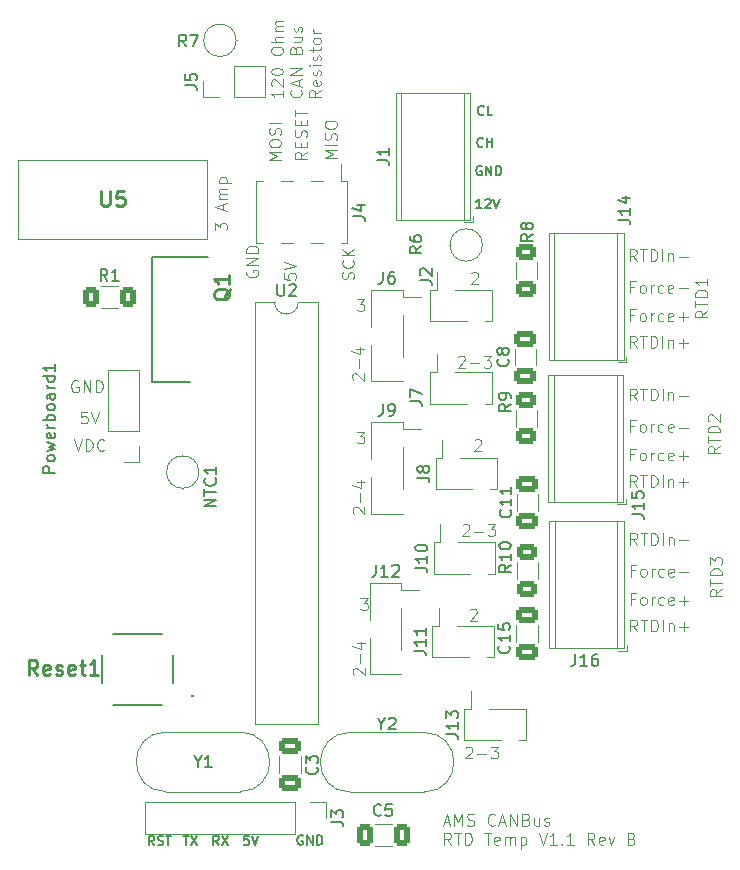
<source format=gbr>
%TF.GenerationSoftware,KiCad,Pcbnew,8.0.1-rc1*%
%TF.CreationDate,2024-11-21T18:28:05-08:00*%
%TF.ProjectId,AMS - CANBus Sensor - Temperature - RTD,414d5320-2d20-4434-914e-427573205365,rev?*%
%TF.SameCoordinates,Original*%
%TF.FileFunction,Legend,Top*%
%TF.FilePolarity,Positive*%
%FSLAX46Y46*%
G04 Gerber Fmt 4.6, Leading zero omitted, Abs format (unit mm)*
G04 Created by KiCad (PCBNEW 8.0.1-rc1) date 2024-11-21 18:28:05*
%MOMM*%
%LPD*%
G01*
G04 APERTURE LIST*
G04 Aperture macros list*
%AMRoundRect*
0 Rectangle with rounded corners*
0 $1 Rounding radius*
0 $2 $3 $4 $5 $6 $7 $8 $9 X,Y pos of 4 corners*
0 Add a 4 corners polygon primitive as box body*
4,1,4,$2,$3,$4,$5,$6,$7,$8,$9,$2,$3,0*
0 Add four circle primitives for the rounded corners*
1,1,$1+$1,$2,$3*
1,1,$1+$1,$4,$5*
1,1,$1+$1,$6,$7*
1,1,$1+$1,$8,$9*
0 Add four rect primitives between the rounded corners*
20,1,$1+$1,$2,$3,$4,$5,0*
20,1,$1+$1,$4,$5,$6,$7,0*
20,1,$1+$1,$6,$7,$8,$9,0*
20,1,$1+$1,$8,$9,$2,$3,0*%
G04 Aperture macros list end*
%ADD10C,0.100000*%
%ADD11C,0.150000*%
%ADD12C,0.254000*%
%ADD13C,0.200000*%
%ADD14C,0.120000*%
%ADD15C,2.400000*%
%ADD16R,1.500000X1.500000*%
%ADD17C,1.500000*%
%ADD18R,1.920000X1.920000*%
%ADD19C,1.920000*%
%ADD20R,1.000000X2.510000*%
%ADD21R,2.510000X1.000000*%
%ADD22RoundRect,0.250000X-0.650000X0.412500X-0.650000X-0.412500X0.650000X-0.412500X0.650000X0.412500X0*%
%ADD23RoundRect,0.250000X-0.400000X-0.625000X0.400000X-0.625000X0.400000X0.625000X-0.400000X0.625000X0*%
%ADD24RoundRect,0.250000X0.650000X-0.412500X0.650000X0.412500X-0.650000X0.412500X-0.650000X-0.412500X0*%
%ADD25RoundRect,0.250000X-0.625000X0.400000X-0.625000X-0.400000X0.625000X-0.400000X0.625000X0.400000X0*%
%ADD26C,1.600000*%
%ADD27O,1.600000X1.600000*%
%ADD28R,2.200000X2.200000*%
%ADD29C,2.200000*%
%ADD30R,1.700000X1.700000*%
%ADD31O,1.700000X1.700000*%
%ADD32R,1.000000X3.150000*%
%ADD33R,1.600000X1.600000*%
%ADD34RoundRect,0.250000X0.625000X-0.400000X0.625000X0.400000X-0.625000X0.400000X-0.625000X-0.400000X0*%
%ADD35RoundRect,0.250000X0.412500X0.650000X-0.412500X0.650000X-0.412500X-0.650000X0.412500X-0.650000X0*%
G04 APERTURE END LIST*
D10*
X141410522Y-77749485D02*
X141362903Y-77844723D01*
X141362903Y-77844723D02*
X141362903Y-77987580D01*
X141362903Y-77987580D02*
X141410522Y-78130437D01*
X141410522Y-78130437D02*
X141505760Y-78225675D01*
X141505760Y-78225675D02*
X141600998Y-78273294D01*
X141600998Y-78273294D02*
X141791474Y-78320913D01*
X141791474Y-78320913D02*
X141934331Y-78320913D01*
X141934331Y-78320913D02*
X142124807Y-78273294D01*
X142124807Y-78273294D02*
X142220045Y-78225675D01*
X142220045Y-78225675D02*
X142315284Y-78130437D01*
X142315284Y-78130437D02*
X142362903Y-77987580D01*
X142362903Y-77987580D02*
X142362903Y-77892342D01*
X142362903Y-77892342D02*
X142315284Y-77749485D01*
X142315284Y-77749485D02*
X142267664Y-77701866D01*
X142267664Y-77701866D02*
X141934331Y-77701866D01*
X141934331Y-77701866D02*
X141934331Y-77892342D01*
X142362903Y-77273294D02*
X141362903Y-77273294D01*
X141362903Y-77273294D02*
X142362903Y-76701866D01*
X142362903Y-76701866D02*
X141362903Y-76701866D01*
X142362903Y-76225675D02*
X141362903Y-76225675D01*
X141362903Y-76225675D02*
X141362903Y-75987580D01*
X141362903Y-75987580D02*
X141410522Y-75844723D01*
X141410522Y-75844723D02*
X141505760Y-75749485D01*
X141505760Y-75749485D02*
X141600998Y-75701866D01*
X141600998Y-75701866D02*
X141791474Y-75654247D01*
X141791474Y-75654247D02*
X141934331Y-75654247D01*
X141934331Y-75654247D02*
X142124807Y-75701866D01*
X142124807Y-75701866D02*
X142220045Y-75749485D01*
X142220045Y-75749485D02*
X142315284Y-75844723D01*
X142315284Y-75844723D02*
X142362903Y-75987580D01*
X142362903Y-75987580D02*
X142362903Y-76225675D01*
X144448247Y-62516753D02*
X144448247Y-63088181D01*
X144448247Y-62802467D02*
X143448247Y-62802467D01*
X143448247Y-62802467D02*
X143591104Y-62897705D01*
X143591104Y-62897705D02*
X143686342Y-62992943D01*
X143686342Y-62992943D02*
X143733961Y-63088181D01*
X143543485Y-62135800D02*
X143495866Y-62088181D01*
X143495866Y-62088181D02*
X143448247Y-61992943D01*
X143448247Y-61992943D02*
X143448247Y-61754848D01*
X143448247Y-61754848D02*
X143495866Y-61659610D01*
X143495866Y-61659610D02*
X143543485Y-61611991D01*
X143543485Y-61611991D02*
X143638723Y-61564372D01*
X143638723Y-61564372D02*
X143733961Y-61564372D01*
X143733961Y-61564372D02*
X143876818Y-61611991D01*
X143876818Y-61611991D02*
X144448247Y-62183419D01*
X144448247Y-62183419D02*
X144448247Y-61564372D01*
X143448247Y-60945324D02*
X143448247Y-60850086D01*
X143448247Y-60850086D02*
X143495866Y-60754848D01*
X143495866Y-60754848D02*
X143543485Y-60707229D01*
X143543485Y-60707229D02*
X143638723Y-60659610D01*
X143638723Y-60659610D02*
X143829199Y-60611991D01*
X143829199Y-60611991D02*
X144067294Y-60611991D01*
X144067294Y-60611991D02*
X144257770Y-60659610D01*
X144257770Y-60659610D02*
X144353008Y-60707229D01*
X144353008Y-60707229D02*
X144400628Y-60754848D01*
X144400628Y-60754848D02*
X144448247Y-60850086D01*
X144448247Y-60850086D02*
X144448247Y-60945324D01*
X144448247Y-60945324D02*
X144400628Y-61040562D01*
X144400628Y-61040562D02*
X144353008Y-61088181D01*
X144353008Y-61088181D02*
X144257770Y-61135800D01*
X144257770Y-61135800D02*
X144067294Y-61183419D01*
X144067294Y-61183419D02*
X143829199Y-61183419D01*
X143829199Y-61183419D02*
X143638723Y-61135800D01*
X143638723Y-61135800D02*
X143543485Y-61088181D01*
X143543485Y-61088181D02*
X143495866Y-61040562D01*
X143495866Y-61040562D02*
X143448247Y-60945324D01*
X143448247Y-59231038D02*
X143448247Y-59040562D01*
X143448247Y-59040562D02*
X143495866Y-58945324D01*
X143495866Y-58945324D02*
X143591104Y-58850086D01*
X143591104Y-58850086D02*
X143781580Y-58802467D01*
X143781580Y-58802467D02*
X144114913Y-58802467D01*
X144114913Y-58802467D02*
X144305389Y-58850086D01*
X144305389Y-58850086D02*
X144400628Y-58945324D01*
X144400628Y-58945324D02*
X144448247Y-59040562D01*
X144448247Y-59040562D02*
X144448247Y-59231038D01*
X144448247Y-59231038D02*
X144400628Y-59326276D01*
X144400628Y-59326276D02*
X144305389Y-59421514D01*
X144305389Y-59421514D02*
X144114913Y-59469133D01*
X144114913Y-59469133D02*
X143781580Y-59469133D01*
X143781580Y-59469133D02*
X143591104Y-59421514D01*
X143591104Y-59421514D02*
X143495866Y-59326276D01*
X143495866Y-59326276D02*
X143448247Y-59231038D01*
X144448247Y-58373895D02*
X143448247Y-58373895D01*
X144448247Y-57945324D02*
X143924437Y-57945324D01*
X143924437Y-57945324D02*
X143829199Y-57992943D01*
X143829199Y-57992943D02*
X143781580Y-58088181D01*
X143781580Y-58088181D02*
X143781580Y-58231038D01*
X143781580Y-58231038D02*
X143829199Y-58326276D01*
X143829199Y-58326276D02*
X143876818Y-58373895D01*
X144448247Y-57469133D02*
X143781580Y-57469133D01*
X143876818Y-57469133D02*
X143829199Y-57421514D01*
X143829199Y-57421514D02*
X143781580Y-57326276D01*
X143781580Y-57326276D02*
X143781580Y-57183419D01*
X143781580Y-57183419D02*
X143829199Y-57088181D01*
X143829199Y-57088181D02*
X143924437Y-57040562D01*
X143924437Y-57040562D02*
X144448247Y-57040562D01*
X143924437Y-57040562D02*
X143829199Y-56992943D01*
X143829199Y-56992943D02*
X143781580Y-56897705D01*
X143781580Y-56897705D02*
X143781580Y-56754848D01*
X143781580Y-56754848D02*
X143829199Y-56659609D01*
X143829199Y-56659609D02*
X143924437Y-56611990D01*
X143924437Y-56611990D02*
X144448247Y-56611990D01*
X145962952Y-62469134D02*
X146010572Y-62516753D01*
X146010572Y-62516753D02*
X146058191Y-62659610D01*
X146058191Y-62659610D02*
X146058191Y-62754848D01*
X146058191Y-62754848D02*
X146010572Y-62897705D01*
X146010572Y-62897705D02*
X145915333Y-62992943D01*
X145915333Y-62992943D02*
X145820095Y-63040562D01*
X145820095Y-63040562D02*
X145629619Y-63088181D01*
X145629619Y-63088181D02*
X145486762Y-63088181D01*
X145486762Y-63088181D02*
X145296286Y-63040562D01*
X145296286Y-63040562D02*
X145201048Y-62992943D01*
X145201048Y-62992943D02*
X145105810Y-62897705D01*
X145105810Y-62897705D02*
X145058191Y-62754848D01*
X145058191Y-62754848D02*
X145058191Y-62659610D01*
X145058191Y-62659610D02*
X145105810Y-62516753D01*
X145105810Y-62516753D02*
X145153429Y-62469134D01*
X145772476Y-62088181D02*
X145772476Y-61611991D01*
X146058191Y-62183419D02*
X145058191Y-61850086D01*
X145058191Y-61850086D02*
X146058191Y-61516753D01*
X146058191Y-61183419D02*
X145058191Y-61183419D01*
X145058191Y-61183419D02*
X146058191Y-60611991D01*
X146058191Y-60611991D02*
X145058191Y-60611991D01*
X145534381Y-59040562D02*
X145582000Y-58897705D01*
X145582000Y-58897705D02*
X145629619Y-58850086D01*
X145629619Y-58850086D02*
X145724857Y-58802467D01*
X145724857Y-58802467D02*
X145867714Y-58802467D01*
X145867714Y-58802467D02*
X145962952Y-58850086D01*
X145962952Y-58850086D02*
X146010572Y-58897705D01*
X146010572Y-58897705D02*
X146058191Y-58992943D01*
X146058191Y-58992943D02*
X146058191Y-59373895D01*
X146058191Y-59373895D02*
X145058191Y-59373895D01*
X145058191Y-59373895D02*
X145058191Y-59040562D01*
X145058191Y-59040562D02*
X145105810Y-58945324D01*
X145105810Y-58945324D02*
X145153429Y-58897705D01*
X145153429Y-58897705D02*
X145248667Y-58850086D01*
X145248667Y-58850086D02*
X145343905Y-58850086D01*
X145343905Y-58850086D02*
X145439143Y-58897705D01*
X145439143Y-58897705D02*
X145486762Y-58945324D01*
X145486762Y-58945324D02*
X145534381Y-59040562D01*
X145534381Y-59040562D02*
X145534381Y-59373895D01*
X145391524Y-57945324D02*
X146058191Y-57945324D01*
X145391524Y-58373895D02*
X145915333Y-58373895D01*
X145915333Y-58373895D02*
X146010572Y-58326276D01*
X146010572Y-58326276D02*
X146058191Y-58231038D01*
X146058191Y-58231038D02*
X146058191Y-58088181D01*
X146058191Y-58088181D02*
X146010572Y-57992943D01*
X146010572Y-57992943D02*
X145962952Y-57945324D01*
X146010572Y-57516752D02*
X146058191Y-57421514D01*
X146058191Y-57421514D02*
X146058191Y-57231038D01*
X146058191Y-57231038D02*
X146010572Y-57135800D01*
X146010572Y-57135800D02*
X145915333Y-57088181D01*
X145915333Y-57088181D02*
X145867714Y-57088181D01*
X145867714Y-57088181D02*
X145772476Y-57135800D01*
X145772476Y-57135800D02*
X145724857Y-57231038D01*
X145724857Y-57231038D02*
X145724857Y-57373895D01*
X145724857Y-57373895D02*
X145677238Y-57469133D01*
X145677238Y-57469133D02*
X145582000Y-57516752D01*
X145582000Y-57516752D02*
X145534381Y-57516752D01*
X145534381Y-57516752D02*
X145439143Y-57469133D01*
X145439143Y-57469133D02*
X145391524Y-57373895D01*
X145391524Y-57373895D02*
X145391524Y-57231038D01*
X145391524Y-57231038D02*
X145439143Y-57135800D01*
X147668135Y-62469134D02*
X147191944Y-62802467D01*
X147668135Y-63040562D02*
X146668135Y-63040562D01*
X146668135Y-63040562D02*
X146668135Y-62659610D01*
X146668135Y-62659610D02*
X146715754Y-62564372D01*
X146715754Y-62564372D02*
X146763373Y-62516753D01*
X146763373Y-62516753D02*
X146858611Y-62469134D01*
X146858611Y-62469134D02*
X147001468Y-62469134D01*
X147001468Y-62469134D02*
X147096706Y-62516753D01*
X147096706Y-62516753D02*
X147144325Y-62564372D01*
X147144325Y-62564372D02*
X147191944Y-62659610D01*
X147191944Y-62659610D02*
X147191944Y-63040562D01*
X147620516Y-61659610D02*
X147668135Y-61754848D01*
X147668135Y-61754848D02*
X147668135Y-61945324D01*
X147668135Y-61945324D02*
X147620516Y-62040562D01*
X147620516Y-62040562D02*
X147525277Y-62088181D01*
X147525277Y-62088181D02*
X147144325Y-62088181D01*
X147144325Y-62088181D02*
X147049087Y-62040562D01*
X147049087Y-62040562D02*
X147001468Y-61945324D01*
X147001468Y-61945324D02*
X147001468Y-61754848D01*
X147001468Y-61754848D02*
X147049087Y-61659610D01*
X147049087Y-61659610D02*
X147144325Y-61611991D01*
X147144325Y-61611991D02*
X147239563Y-61611991D01*
X147239563Y-61611991D02*
X147334801Y-62088181D01*
X147620516Y-61231038D02*
X147668135Y-61135800D01*
X147668135Y-61135800D02*
X147668135Y-60945324D01*
X147668135Y-60945324D02*
X147620516Y-60850086D01*
X147620516Y-60850086D02*
X147525277Y-60802467D01*
X147525277Y-60802467D02*
X147477658Y-60802467D01*
X147477658Y-60802467D02*
X147382420Y-60850086D01*
X147382420Y-60850086D02*
X147334801Y-60945324D01*
X147334801Y-60945324D02*
X147334801Y-61088181D01*
X147334801Y-61088181D02*
X147287182Y-61183419D01*
X147287182Y-61183419D02*
X147191944Y-61231038D01*
X147191944Y-61231038D02*
X147144325Y-61231038D01*
X147144325Y-61231038D02*
X147049087Y-61183419D01*
X147049087Y-61183419D02*
X147001468Y-61088181D01*
X147001468Y-61088181D02*
X147001468Y-60945324D01*
X147001468Y-60945324D02*
X147049087Y-60850086D01*
X147668135Y-60373895D02*
X147001468Y-60373895D01*
X146668135Y-60373895D02*
X146715754Y-60421514D01*
X146715754Y-60421514D02*
X146763373Y-60373895D01*
X146763373Y-60373895D02*
X146715754Y-60326276D01*
X146715754Y-60326276D02*
X146668135Y-60373895D01*
X146668135Y-60373895D02*
X146763373Y-60373895D01*
X147620516Y-59945324D02*
X147668135Y-59850086D01*
X147668135Y-59850086D02*
X147668135Y-59659610D01*
X147668135Y-59659610D02*
X147620516Y-59564372D01*
X147620516Y-59564372D02*
X147525277Y-59516753D01*
X147525277Y-59516753D02*
X147477658Y-59516753D01*
X147477658Y-59516753D02*
X147382420Y-59564372D01*
X147382420Y-59564372D02*
X147334801Y-59659610D01*
X147334801Y-59659610D02*
X147334801Y-59802467D01*
X147334801Y-59802467D02*
X147287182Y-59897705D01*
X147287182Y-59897705D02*
X147191944Y-59945324D01*
X147191944Y-59945324D02*
X147144325Y-59945324D01*
X147144325Y-59945324D02*
X147049087Y-59897705D01*
X147049087Y-59897705D02*
X147001468Y-59802467D01*
X147001468Y-59802467D02*
X147001468Y-59659610D01*
X147001468Y-59659610D02*
X147049087Y-59564372D01*
X147001468Y-59231038D02*
X147001468Y-58850086D01*
X146668135Y-59088181D02*
X147525277Y-59088181D01*
X147525277Y-59088181D02*
X147620516Y-59040562D01*
X147620516Y-59040562D02*
X147668135Y-58945324D01*
X147668135Y-58945324D02*
X147668135Y-58850086D01*
X147668135Y-58373895D02*
X147620516Y-58469133D01*
X147620516Y-58469133D02*
X147572896Y-58516752D01*
X147572896Y-58516752D02*
X147477658Y-58564371D01*
X147477658Y-58564371D02*
X147191944Y-58564371D01*
X147191944Y-58564371D02*
X147096706Y-58516752D01*
X147096706Y-58516752D02*
X147049087Y-58469133D01*
X147049087Y-58469133D02*
X147001468Y-58373895D01*
X147001468Y-58373895D02*
X147001468Y-58231038D01*
X147001468Y-58231038D02*
X147049087Y-58135800D01*
X147049087Y-58135800D02*
X147096706Y-58088181D01*
X147096706Y-58088181D02*
X147191944Y-58040562D01*
X147191944Y-58040562D02*
X147477658Y-58040562D01*
X147477658Y-58040562D02*
X147572896Y-58088181D01*
X147572896Y-58088181D02*
X147620516Y-58135800D01*
X147620516Y-58135800D02*
X147668135Y-58231038D01*
X147668135Y-58231038D02*
X147668135Y-58373895D01*
X147668135Y-57611990D02*
X147001468Y-57611990D01*
X147191944Y-57611990D02*
X147096706Y-57564371D01*
X147096706Y-57564371D02*
X147049087Y-57516752D01*
X147049087Y-57516752D02*
X147001468Y-57421514D01*
X147001468Y-57421514D02*
X147001468Y-57326276D01*
X174235381Y-103137141D02*
X173902048Y-103137141D01*
X173902048Y-103660951D02*
X173902048Y-102660951D01*
X173902048Y-102660951D02*
X174378238Y-102660951D01*
X174902048Y-103660951D02*
X174806810Y-103613332D01*
X174806810Y-103613332D02*
X174759191Y-103565712D01*
X174759191Y-103565712D02*
X174711572Y-103470474D01*
X174711572Y-103470474D02*
X174711572Y-103184760D01*
X174711572Y-103184760D02*
X174759191Y-103089522D01*
X174759191Y-103089522D02*
X174806810Y-103041903D01*
X174806810Y-103041903D02*
X174902048Y-102994284D01*
X174902048Y-102994284D02*
X175044905Y-102994284D01*
X175044905Y-102994284D02*
X175140143Y-103041903D01*
X175140143Y-103041903D02*
X175187762Y-103089522D01*
X175187762Y-103089522D02*
X175235381Y-103184760D01*
X175235381Y-103184760D02*
X175235381Y-103470474D01*
X175235381Y-103470474D02*
X175187762Y-103565712D01*
X175187762Y-103565712D02*
X175140143Y-103613332D01*
X175140143Y-103613332D02*
X175044905Y-103660951D01*
X175044905Y-103660951D02*
X174902048Y-103660951D01*
X175663953Y-103660951D02*
X175663953Y-102994284D01*
X175663953Y-103184760D02*
X175711572Y-103089522D01*
X175711572Y-103089522D02*
X175759191Y-103041903D01*
X175759191Y-103041903D02*
X175854429Y-102994284D01*
X175854429Y-102994284D02*
X175949667Y-102994284D01*
X176711572Y-103613332D02*
X176616334Y-103660951D01*
X176616334Y-103660951D02*
X176425858Y-103660951D01*
X176425858Y-103660951D02*
X176330620Y-103613332D01*
X176330620Y-103613332D02*
X176283001Y-103565712D01*
X176283001Y-103565712D02*
X176235382Y-103470474D01*
X176235382Y-103470474D02*
X176235382Y-103184760D01*
X176235382Y-103184760D02*
X176283001Y-103089522D01*
X176283001Y-103089522D02*
X176330620Y-103041903D01*
X176330620Y-103041903D02*
X176425858Y-102994284D01*
X176425858Y-102994284D02*
X176616334Y-102994284D01*
X176616334Y-102994284D02*
X176711572Y-103041903D01*
X177521096Y-103613332D02*
X177425858Y-103660951D01*
X177425858Y-103660951D02*
X177235382Y-103660951D01*
X177235382Y-103660951D02*
X177140144Y-103613332D01*
X177140144Y-103613332D02*
X177092525Y-103518093D01*
X177092525Y-103518093D02*
X177092525Y-103137141D01*
X177092525Y-103137141D02*
X177140144Y-103041903D01*
X177140144Y-103041903D02*
X177235382Y-102994284D01*
X177235382Y-102994284D02*
X177425858Y-102994284D01*
X177425858Y-102994284D02*
X177521096Y-103041903D01*
X177521096Y-103041903D02*
X177568715Y-103137141D01*
X177568715Y-103137141D02*
X177568715Y-103232379D01*
X177568715Y-103232379D02*
X177092525Y-103327617D01*
X177997287Y-103279998D02*
X178759192Y-103279998D01*
X150723414Y-91391461D02*
X151342461Y-91391461D01*
X151342461Y-91391461D02*
X151009128Y-91772413D01*
X151009128Y-91772413D02*
X151151985Y-91772413D01*
X151151985Y-91772413D02*
X151247223Y-91820032D01*
X151247223Y-91820032D02*
X151294842Y-91867651D01*
X151294842Y-91867651D02*
X151342461Y-91962889D01*
X151342461Y-91962889D02*
X151342461Y-92200984D01*
X151342461Y-92200984D02*
X151294842Y-92296222D01*
X151294842Y-92296222D02*
X151247223Y-92343842D01*
X151247223Y-92343842D02*
X151151985Y-92391461D01*
X151151985Y-92391461D02*
X150866271Y-92391461D01*
X150866271Y-92391461D02*
X150771033Y-92343842D01*
X150771033Y-92343842D02*
X150723414Y-92296222D01*
X160413620Y-77966398D02*
X160461239Y-77918779D01*
X160461239Y-77918779D02*
X160556477Y-77871160D01*
X160556477Y-77871160D02*
X160794572Y-77871160D01*
X160794572Y-77871160D02*
X160889810Y-77918779D01*
X160889810Y-77918779D02*
X160937429Y-77966398D01*
X160937429Y-77966398D02*
X160985048Y-78061636D01*
X160985048Y-78061636D02*
X160985048Y-78156874D01*
X160985048Y-78156874D02*
X160937429Y-78299731D01*
X160937429Y-78299731D02*
X160366001Y-78871160D01*
X160366001Y-78871160D02*
X160985048Y-78871160D01*
X174407323Y-96060507D02*
X174073990Y-95584316D01*
X173835895Y-96060507D02*
X173835895Y-95060507D01*
X173835895Y-95060507D02*
X174216847Y-95060507D01*
X174216847Y-95060507D02*
X174312085Y-95108126D01*
X174312085Y-95108126D02*
X174359704Y-95155745D01*
X174359704Y-95155745D02*
X174407323Y-95250983D01*
X174407323Y-95250983D02*
X174407323Y-95393840D01*
X174407323Y-95393840D02*
X174359704Y-95489078D01*
X174359704Y-95489078D02*
X174312085Y-95536697D01*
X174312085Y-95536697D02*
X174216847Y-95584316D01*
X174216847Y-95584316D02*
X173835895Y-95584316D01*
X174693038Y-95060507D02*
X175264466Y-95060507D01*
X174978752Y-96060507D02*
X174978752Y-95060507D01*
X175597800Y-96060507D02*
X175597800Y-95060507D01*
X175597800Y-95060507D02*
X175835895Y-95060507D01*
X175835895Y-95060507D02*
X175978752Y-95108126D01*
X175978752Y-95108126D02*
X176073990Y-95203364D01*
X176073990Y-95203364D02*
X176121609Y-95298602D01*
X176121609Y-95298602D02*
X176169228Y-95489078D01*
X176169228Y-95489078D02*
X176169228Y-95631935D01*
X176169228Y-95631935D02*
X176121609Y-95822411D01*
X176121609Y-95822411D02*
X176073990Y-95917649D01*
X176073990Y-95917649D02*
X175978752Y-96012888D01*
X175978752Y-96012888D02*
X175835895Y-96060507D01*
X175835895Y-96060507D02*
X175597800Y-96060507D01*
X176597800Y-96060507D02*
X176597800Y-95060507D01*
X177073990Y-95393840D02*
X177073990Y-96060507D01*
X177073990Y-95489078D02*
X177121609Y-95441459D01*
X177121609Y-95441459D02*
X177216847Y-95393840D01*
X177216847Y-95393840D02*
X177359704Y-95393840D01*
X177359704Y-95393840D02*
X177454942Y-95441459D01*
X177454942Y-95441459D02*
X177502561Y-95536697D01*
X177502561Y-95536697D02*
X177502561Y-96060507D01*
X177978752Y-95679554D02*
X178740657Y-95679554D01*
X178359704Y-96060507D02*
X178359704Y-95298602D01*
X180381520Y-81146848D02*
X179905329Y-81480181D01*
X180381520Y-81718276D02*
X179381520Y-81718276D01*
X179381520Y-81718276D02*
X179381520Y-81337324D01*
X179381520Y-81337324D02*
X179429139Y-81242086D01*
X179429139Y-81242086D02*
X179476758Y-81194467D01*
X179476758Y-81194467D02*
X179571996Y-81146848D01*
X179571996Y-81146848D02*
X179714853Y-81146848D01*
X179714853Y-81146848D02*
X179810091Y-81194467D01*
X179810091Y-81194467D02*
X179857710Y-81242086D01*
X179857710Y-81242086D02*
X179905329Y-81337324D01*
X179905329Y-81337324D02*
X179905329Y-81718276D01*
X179381520Y-80861133D02*
X179381520Y-80289705D01*
X180381520Y-80575419D02*
X179381520Y-80575419D01*
X180381520Y-79956371D02*
X179381520Y-79956371D01*
X179381520Y-79956371D02*
X179381520Y-79718276D01*
X179381520Y-79718276D02*
X179429139Y-79575419D01*
X179429139Y-79575419D02*
X179524377Y-79480181D01*
X179524377Y-79480181D02*
X179619615Y-79432562D01*
X179619615Y-79432562D02*
X179810091Y-79384943D01*
X179810091Y-79384943D02*
X179952948Y-79384943D01*
X179952948Y-79384943D02*
X180143424Y-79432562D01*
X180143424Y-79432562D02*
X180238662Y-79480181D01*
X180238662Y-79480181D02*
X180333901Y-79575419D01*
X180333901Y-79575419D02*
X180381520Y-79718276D01*
X180381520Y-79718276D02*
X180381520Y-79956371D01*
X180381520Y-78432562D02*
X180381520Y-79003990D01*
X180381520Y-78718276D02*
X179381520Y-78718276D01*
X179381520Y-78718276D02*
X179524377Y-78813514D01*
X179524377Y-78813514D02*
X179619615Y-78908752D01*
X179619615Y-78908752D02*
X179667234Y-79003990D01*
X159917987Y-118142716D02*
X159965606Y-118095097D01*
X159965606Y-118095097D02*
X160060844Y-118047478D01*
X160060844Y-118047478D02*
X160298939Y-118047478D01*
X160298939Y-118047478D02*
X160394177Y-118095097D01*
X160394177Y-118095097D02*
X160441796Y-118142716D01*
X160441796Y-118142716D02*
X160489415Y-118237954D01*
X160489415Y-118237954D02*
X160489415Y-118333192D01*
X160489415Y-118333192D02*
X160441796Y-118476049D01*
X160441796Y-118476049D02*
X159870368Y-119047478D01*
X159870368Y-119047478D02*
X160489415Y-119047478D01*
X160917987Y-118666525D02*
X161679892Y-118666525D01*
X162060844Y-118047478D02*
X162679891Y-118047478D01*
X162679891Y-118047478D02*
X162346558Y-118428430D01*
X162346558Y-118428430D02*
X162489415Y-118428430D01*
X162489415Y-118428430D02*
X162584653Y-118476049D01*
X162584653Y-118476049D02*
X162632272Y-118523668D01*
X162632272Y-118523668D02*
X162679891Y-118618906D01*
X162679891Y-118618906D02*
X162679891Y-118857001D01*
X162679891Y-118857001D02*
X162632272Y-118952239D01*
X162632272Y-118952239D02*
X162584653Y-118999859D01*
X162584653Y-118999859D02*
X162489415Y-119047478D01*
X162489415Y-119047478D02*
X162203701Y-119047478D01*
X162203701Y-119047478D02*
X162108463Y-118999859D01*
X162108463Y-118999859D02*
X162060844Y-118952239D01*
X174182624Y-79115875D02*
X173849291Y-79115875D01*
X173849291Y-79639685D02*
X173849291Y-78639685D01*
X173849291Y-78639685D02*
X174325481Y-78639685D01*
X174849291Y-79639685D02*
X174754053Y-79592066D01*
X174754053Y-79592066D02*
X174706434Y-79544446D01*
X174706434Y-79544446D02*
X174658815Y-79449208D01*
X174658815Y-79449208D02*
X174658815Y-79163494D01*
X174658815Y-79163494D02*
X174706434Y-79068256D01*
X174706434Y-79068256D02*
X174754053Y-79020637D01*
X174754053Y-79020637D02*
X174849291Y-78973018D01*
X174849291Y-78973018D02*
X174992148Y-78973018D01*
X174992148Y-78973018D02*
X175087386Y-79020637D01*
X175087386Y-79020637D02*
X175135005Y-79068256D01*
X175135005Y-79068256D02*
X175182624Y-79163494D01*
X175182624Y-79163494D02*
X175182624Y-79449208D01*
X175182624Y-79449208D02*
X175135005Y-79544446D01*
X175135005Y-79544446D02*
X175087386Y-79592066D01*
X175087386Y-79592066D02*
X174992148Y-79639685D01*
X174992148Y-79639685D02*
X174849291Y-79639685D01*
X175611196Y-79639685D02*
X175611196Y-78973018D01*
X175611196Y-79163494D02*
X175658815Y-79068256D01*
X175658815Y-79068256D02*
X175706434Y-79020637D01*
X175706434Y-79020637D02*
X175801672Y-78973018D01*
X175801672Y-78973018D02*
X175896910Y-78973018D01*
X176658815Y-79592066D02*
X176563577Y-79639685D01*
X176563577Y-79639685D02*
X176373101Y-79639685D01*
X176373101Y-79639685D02*
X176277863Y-79592066D01*
X176277863Y-79592066D02*
X176230244Y-79544446D01*
X176230244Y-79544446D02*
X176182625Y-79449208D01*
X176182625Y-79449208D02*
X176182625Y-79163494D01*
X176182625Y-79163494D02*
X176230244Y-79068256D01*
X176230244Y-79068256D02*
X176277863Y-79020637D01*
X176277863Y-79020637D02*
X176373101Y-78973018D01*
X176373101Y-78973018D02*
X176563577Y-78973018D01*
X176563577Y-78973018D02*
X176658815Y-79020637D01*
X177468339Y-79592066D02*
X177373101Y-79639685D01*
X177373101Y-79639685D02*
X177182625Y-79639685D01*
X177182625Y-79639685D02*
X177087387Y-79592066D01*
X177087387Y-79592066D02*
X177039768Y-79496827D01*
X177039768Y-79496827D02*
X177039768Y-79115875D01*
X177039768Y-79115875D02*
X177087387Y-79020637D01*
X177087387Y-79020637D02*
X177182625Y-78973018D01*
X177182625Y-78973018D02*
X177373101Y-78973018D01*
X177373101Y-78973018D02*
X177468339Y-79020637D01*
X177468339Y-79020637D02*
X177515958Y-79115875D01*
X177515958Y-79115875D02*
X177515958Y-79211113D01*
X177515958Y-79211113D02*
X177039768Y-79306351D01*
X177944530Y-79258732D02*
X178706435Y-79258732D01*
X174193037Y-90899754D02*
X173859704Y-90899754D01*
X173859704Y-91423564D02*
X173859704Y-90423564D01*
X173859704Y-90423564D02*
X174335894Y-90423564D01*
X174859704Y-91423564D02*
X174764466Y-91375945D01*
X174764466Y-91375945D02*
X174716847Y-91328325D01*
X174716847Y-91328325D02*
X174669228Y-91233087D01*
X174669228Y-91233087D02*
X174669228Y-90947373D01*
X174669228Y-90947373D02*
X174716847Y-90852135D01*
X174716847Y-90852135D02*
X174764466Y-90804516D01*
X174764466Y-90804516D02*
X174859704Y-90756897D01*
X174859704Y-90756897D02*
X175002561Y-90756897D01*
X175002561Y-90756897D02*
X175097799Y-90804516D01*
X175097799Y-90804516D02*
X175145418Y-90852135D01*
X175145418Y-90852135D02*
X175193037Y-90947373D01*
X175193037Y-90947373D02*
X175193037Y-91233087D01*
X175193037Y-91233087D02*
X175145418Y-91328325D01*
X175145418Y-91328325D02*
X175097799Y-91375945D01*
X175097799Y-91375945D02*
X175002561Y-91423564D01*
X175002561Y-91423564D02*
X174859704Y-91423564D01*
X175621609Y-91423564D02*
X175621609Y-90756897D01*
X175621609Y-90947373D02*
X175669228Y-90852135D01*
X175669228Y-90852135D02*
X175716847Y-90804516D01*
X175716847Y-90804516D02*
X175812085Y-90756897D01*
X175812085Y-90756897D02*
X175907323Y-90756897D01*
X176669228Y-91375945D02*
X176573990Y-91423564D01*
X176573990Y-91423564D02*
X176383514Y-91423564D01*
X176383514Y-91423564D02*
X176288276Y-91375945D01*
X176288276Y-91375945D02*
X176240657Y-91328325D01*
X176240657Y-91328325D02*
X176193038Y-91233087D01*
X176193038Y-91233087D02*
X176193038Y-90947373D01*
X176193038Y-90947373D02*
X176240657Y-90852135D01*
X176240657Y-90852135D02*
X176288276Y-90804516D01*
X176288276Y-90804516D02*
X176383514Y-90756897D01*
X176383514Y-90756897D02*
X176573990Y-90756897D01*
X176573990Y-90756897D02*
X176669228Y-90804516D01*
X177478752Y-91375945D02*
X177383514Y-91423564D01*
X177383514Y-91423564D02*
X177193038Y-91423564D01*
X177193038Y-91423564D02*
X177097800Y-91375945D01*
X177097800Y-91375945D02*
X177050181Y-91280706D01*
X177050181Y-91280706D02*
X177050181Y-90899754D01*
X177050181Y-90899754D02*
X177097800Y-90804516D01*
X177097800Y-90804516D02*
X177193038Y-90756897D01*
X177193038Y-90756897D02*
X177383514Y-90756897D01*
X177383514Y-90756897D02*
X177478752Y-90804516D01*
X177478752Y-90804516D02*
X177526371Y-90899754D01*
X177526371Y-90899754D02*
X177526371Y-90994992D01*
X177526371Y-90994992D02*
X177050181Y-91090230D01*
X177954943Y-91042611D02*
X178716848Y-91042611D01*
X174396910Y-84276628D02*
X174063577Y-83800437D01*
X173825482Y-84276628D02*
X173825482Y-83276628D01*
X173825482Y-83276628D02*
X174206434Y-83276628D01*
X174206434Y-83276628D02*
X174301672Y-83324247D01*
X174301672Y-83324247D02*
X174349291Y-83371866D01*
X174349291Y-83371866D02*
X174396910Y-83467104D01*
X174396910Y-83467104D02*
X174396910Y-83609961D01*
X174396910Y-83609961D02*
X174349291Y-83705199D01*
X174349291Y-83705199D02*
X174301672Y-83752818D01*
X174301672Y-83752818D02*
X174206434Y-83800437D01*
X174206434Y-83800437D02*
X173825482Y-83800437D01*
X174682625Y-83276628D02*
X175254053Y-83276628D01*
X174968339Y-84276628D02*
X174968339Y-83276628D01*
X175587387Y-84276628D02*
X175587387Y-83276628D01*
X175587387Y-83276628D02*
X175825482Y-83276628D01*
X175825482Y-83276628D02*
X175968339Y-83324247D01*
X175968339Y-83324247D02*
X176063577Y-83419485D01*
X176063577Y-83419485D02*
X176111196Y-83514723D01*
X176111196Y-83514723D02*
X176158815Y-83705199D01*
X176158815Y-83705199D02*
X176158815Y-83848056D01*
X176158815Y-83848056D02*
X176111196Y-84038532D01*
X176111196Y-84038532D02*
X176063577Y-84133770D01*
X176063577Y-84133770D02*
X175968339Y-84229009D01*
X175968339Y-84229009D02*
X175825482Y-84276628D01*
X175825482Y-84276628D02*
X175587387Y-84276628D01*
X176587387Y-84276628D02*
X176587387Y-83276628D01*
X177063577Y-83609961D02*
X177063577Y-84276628D01*
X177063577Y-83705199D02*
X177111196Y-83657580D01*
X177111196Y-83657580D02*
X177206434Y-83609961D01*
X177206434Y-83609961D02*
X177349291Y-83609961D01*
X177349291Y-83609961D02*
X177444529Y-83657580D01*
X177444529Y-83657580D02*
X177492148Y-83752818D01*
X177492148Y-83752818D02*
X177492148Y-84276628D01*
X177968339Y-83895675D02*
X178730244Y-83895675D01*
X178349291Y-84276628D02*
X178349291Y-83514723D01*
X174235381Y-105544216D02*
X173902048Y-105544216D01*
X173902048Y-106068026D02*
X173902048Y-105068026D01*
X173902048Y-105068026D02*
X174378238Y-105068026D01*
X174902048Y-106068026D02*
X174806810Y-106020407D01*
X174806810Y-106020407D02*
X174759191Y-105972787D01*
X174759191Y-105972787D02*
X174711572Y-105877549D01*
X174711572Y-105877549D02*
X174711572Y-105591835D01*
X174711572Y-105591835D02*
X174759191Y-105496597D01*
X174759191Y-105496597D02*
X174806810Y-105448978D01*
X174806810Y-105448978D02*
X174902048Y-105401359D01*
X174902048Y-105401359D02*
X175044905Y-105401359D01*
X175044905Y-105401359D02*
X175140143Y-105448978D01*
X175140143Y-105448978D02*
X175187762Y-105496597D01*
X175187762Y-105496597D02*
X175235381Y-105591835D01*
X175235381Y-105591835D02*
X175235381Y-105877549D01*
X175235381Y-105877549D02*
X175187762Y-105972787D01*
X175187762Y-105972787D02*
X175140143Y-106020407D01*
X175140143Y-106020407D02*
X175044905Y-106068026D01*
X175044905Y-106068026D02*
X174902048Y-106068026D01*
X175663953Y-106068026D02*
X175663953Y-105401359D01*
X175663953Y-105591835D02*
X175711572Y-105496597D01*
X175711572Y-105496597D02*
X175759191Y-105448978D01*
X175759191Y-105448978D02*
X175854429Y-105401359D01*
X175854429Y-105401359D02*
X175949667Y-105401359D01*
X176711572Y-106020407D02*
X176616334Y-106068026D01*
X176616334Y-106068026D02*
X176425858Y-106068026D01*
X176425858Y-106068026D02*
X176330620Y-106020407D01*
X176330620Y-106020407D02*
X176283001Y-105972787D01*
X176283001Y-105972787D02*
X176235382Y-105877549D01*
X176235382Y-105877549D02*
X176235382Y-105591835D01*
X176235382Y-105591835D02*
X176283001Y-105496597D01*
X176283001Y-105496597D02*
X176330620Y-105448978D01*
X176330620Y-105448978D02*
X176425858Y-105401359D01*
X176425858Y-105401359D02*
X176616334Y-105401359D01*
X176616334Y-105401359D02*
X176711572Y-105448978D01*
X177521096Y-106020407D02*
X177425858Y-106068026D01*
X177425858Y-106068026D02*
X177235382Y-106068026D01*
X177235382Y-106068026D02*
X177140144Y-106020407D01*
X177140144Y-106020407D02*
X177092525Y-105925168D01*
X177092525Y-105925168D02*
X177092525Y-105544216D01*
X177092525Y-105544216D02*
X177140144Y-105448978D01*
X177140144Y-105448978D02*
X177235382Y-105401359D01*
X177235382Y-105401359D02*
X177425858Y-105401359D01*
X177425858Y-105401359D02*
X177521096Y-105448978D01*
X177521096Y-105448978D02*
X177568715Y-105544216D01*
X177568715Y-105544216D02*
X177568715Y-105639454D01*
X177568715Y-105639454D02*
X177092525Y-105734692D01*
X177997287Y-105687073D02*
X178759192Y-105687073D01*
X178378239Y-106068026D02*
X178378239Y-105306121D01*
X174193037Y-93306829D02*
X173859704Y-93306829D01*
X173859704Y-93830639D02*
X173859704Y-92830639D01*
X173859704Y-92830639D02*
X174335894Y-92830639D01*
X174859704Y-93830639D02*
X174764466Y-93783020D01*
X174764466Y-93783020D02*
X174716847Y-93735400D01*
X174716847Y-93735400D02*
X174669228Y-93640162D01*
X174669228Y-93640162D02*
X174669228Y-93354448D01*
X174669228Y-93354448D02*
X174716847Y-93259210D01*
X174716847Y-93259210D02*
X174764466Y-93211591D01*
X174764466Y-93211591D02*
X174859704Y-93163972D01*
X174859704Y-93163972D02*
X175002561Y-93163972D01*
X175002561Y-93163972D02*
X175097799Y-93211591D01*
X175097799Y-93211591D02*
X175145418Y-93259210D01*
X175145418Y-93259210D02*
X175193037Y-93354448D01*
X175193037Y-93354448D02*
X175193037Y-93640162D01*
X175193037Y-93640162D02*
X175145418Y-93735400D01*
X175145418Y-93735400D02*
X175097799Y-93783020D01*
X175097799Y-93783020D02*
X175002561Y-93830639D01*
X175002561Y-93830639D02*
X174859704Y-93830639D01*
X175621609Y-93830639D02*
X175621609Y-93163972D01*
X175621609Y-93354448D02*
X175669228Y-93259210D01*
X175669228Y-93259210D02*
X175716847Y-93211591D01*
X175716847Y-93211591D02*
X175812085Y-93163972D01*
X175812085Y-93163972D02*
X175907323Y-93163972D01*
X176669228Y-93783020D02*
X176573990Y-93830639D01*
X176573990Y-93830639D02*
X176383514Y-93830639D01*
X176383514Y-93830639D02*
X176288276Y-93783020D01*
X176288276Y-93783020D02*
X176240657Y-93735400D01*
X176240657Y-93735400D02*
X176193038Y-93640162D01*
X176193038Y-93640162D02*
X176193038Y-93354448D01*
X176193038Y-93354448D02*
X176240657Y-93259210D01*
X176240657Y-93259210D02*
X176288276Y-93211591D01*
X176288276Y-93211591D02*
X176383514Y-93163972D01*
X176383514Y-93163972D02*
X176573990Y-93163972D01*
X176573990Y-93163972D02*
X176669228Y-93211591D01*
X177478752Y-93783020D02*
X177383514Y-93830639D01*
X177383514Y-93830639D02*
X177193038Y-93830639D01*
X177193038Y-93830639D02*
X177097800Y-93783020D01*
X177097800Y-93783020D02*
X177050181Y-93687781D01*
X177050181Y-93687781D02*
X177050181Y-93306829D01*
X177050181Y-93306829D02*
X177097800Y-93211591D01*
X177097800Y-93211591D02*
X177193038Y-93163972D01*
X177193038Y-93163972D02*
X177383514Y-93163972D01*
X177383514Y-93163972D02*
X177478752Y-93211591D01*
X177478752Y-93211591D02*
X177526371Y-93306829D01*
X177526371Y-93306829D02*
X177526371Y-93402067D01*
X177526371Y-93402067D02*
X177050181Y-93497305D01*
X177954943Y-93449686D02*
X178716848Y-93449686D01*
X178335895Y-93830639D02*
X178335895Y-93068734D01*
D11*
X161385190Y-67226163D02*
X161347094Y-67264259D01*
X161347094Y-67264259D02*
X161232809Y-67302354D01*
X161232809Y-67302354D02*
X161156618Y-67302354D01*
X161156618Y-67302354D02*
X161042332Y-67264259D01*
X161042332Y-67264259D02*
X160966142Y-67188068D01*
X160966142Y-67188068D02*
X160928047Y-67111878D01*
X160928047Y-67111878D02*
X160889951Y-66959497D01*
X160889951Y-66959497D02*
X160889951Y-66845211D01*
X160889951Y-66845211D02*
X160928047Y-66692830D01*
X160928047Y-66692830D02*
X160966142Y-66616639D01*
X160966142Y-66616639D02*
X161042332Y-66540449D01*
X161042332Y-66540449D02*
X161156618Y-66502354D01*
X161156618Y-66502354D02*
X161232809Y-66502354D01*
X161232809Y-66502354D02*
X161347094Y-66540449D01*
X161347094Y-66540449D02*
X161385190Y-66578544D01*
X161728047Y-67302354D02*
X161728047Y-66502354D01*
X161728047Y-66883306D02*
X162185190Y-66883306D01*
X162185190Y-67302354D02*
X162185190Y-66502354D01*
X161464931Y-64514958D02*
X161426835Y-64553054D01*
X161426835Y-64553054D02*
X161312550Y-64591149D01*
X161312550Y-64591149D02*
X161236359Y-64591149D01*
X161236359Y-64591149D02*
X161122073Y-64553054D01*
X161122073Y-64553054D02*
X161045883Y-64476863D01*
X161045883Y-64476863D02*
X161007788Y-64400673D01*
X161007788Y-64400673D02*
X160969692Y-64248292D01*
X160969692Y-64248292D02*
X160969692Y-64134006D01*
X160969692Y-64134006D02*
X161007788Y-63981625D01*
X161007788Y-63981625D02*
X161045883Y-63905434D01*
X161045883Y-63905434D02*
X161122073Y-63829244D01*
X161122073Y-63829244D02*
X161236359Y-63791149D01*
X161236359Y-63791149D02*
X161312550Y-63791149D01*
X161312550Y-63791149D02*
X161426835Y-63829244D01*
X161426835Y-63829244D02*
X161464931Y-63867339D01*
X162188740Y-64591149D02*
X161807788Y-64591149D01*
X161807788Y-64591149D02*
X161807788Y-63791149D01*
D10*
X151014297Y-105477260D02*
X151633344Y-105477260D01*
X151633344Y-105477260D02*
X151300011Y-105858212D01*
X151300011Y-105858212D02*
X151442868Y-105858212D01*
X151442868Y-105858212D02*
X151538106Y-105905831D01*
X151538106Y-105905831D02*
X151585725Y-105953450D01*
X151585725Y-105953450D02*
X151633344Y-106048688D01*
X151633344Y-106048688D02*
X151633344Y-106286783D01*
X151633344Y-106286783D02*
X151585725Y-106382021D01*
X151585725Y-106382021D02*
X151538106Y-106429641D01*
X151538106Y-106429641D02*
X151442868Y-106477260D01*
X151442868Y-106477260D02*
X151157154Y-106477260D01*
X151157154Y-106477260D02*
X151061916Y-106429641D01*
X151061916Y-106429641D02*
X151014297Y-106382021D01*
X150419868Y-78458080D02*
X150467487Y-78315223D01*
X150467487Y-78315223D02*
X150467487Y-78077128D01*
X150467487Y-78077128D02*
X150419868Y-77981890D01*
X150419868Y-77981890D02*
X150372248Y-77934271D01*
X150372248Y-77934271D02*
X150277010Y-77886652D01*
X150277010Y-77886652D02*
X150181772Y-77886652D01*
X150181772Y-77886652D02*
X150086534Y-77934271D01*
X150086534Y-77934271D02*
X150038915Y-77981890D01*
X150038915Y-77981890D02*
X149991296Y-78077128D01*
X149991296Y-78077128D02*
X149943677Y-78267604D01*
X149943677Y-78267604D02*
X149896058Y-78362842D01*
X149896058Y-78362842D02*
X149848439Y-78410461D01*
X149848439Y-78410461D02*
X149753201Y-78458080D01*
X149753201Y-78458080D02*
X149657963Y-78458080D01*
X149657963Y-78458080D02*
X149562725Y-78410461D01*
X149562725Y-78410461D02*
X149515106Y-78362842D01*
X149515106Y-78362842D02*
X149467487Y-78267604D01*
X149467487Y-78267604D02*
X149467487Y-78029509D01*
X149467487Y-78029509D02*
X149515106Y-77886652D01*
X150372248Y-76886652D02*
X150419868Y-76934271D01*
X150419868Y-76934271D02*
X150467487Y-77077128D01*
X150467487Y-77077128D02*
X150467487Y-77172366D01*
X150467487Y-77172366D02*
X150419868Y-77315223D01*
X150419868Y-77315223D02*
X150324629Y-77410461D01*
X150324629Y-77410461D02*
X150229391Y-77458080D01*
X150229391Y-77458080D02*
X150038915Y-77505699D01*
X150038915Y-77505699D02*
X149896058Y-77505699D01*
X149896058Y-77505699D02*
X149705582Y-77458080D01*
X149705582Y-77458080D02*
X149610344Y-77410461D01*
X149610344Y-77410461D02*
X149515106Y-77315223D01*
X149515106Y-77315223D02*
X149467487Y-77172366D01*
X149467487Y-77172366D02*
X149467487Y-77077128D01*
X149467487Y-77077128D02*
X149515106Y-76934271D01*
X149515106Y-76934271D02*
X149562725Y-76886652D01*
X150467487Y-76458080D02*
X149467487Y-76458080D01*
X150467487Y-75886652D02*
X149896058Y-76315223D01*
X149467487Y-75886652D02*
X150038915Y-76458080D01*
X150458149Y-111968544D02*
X150410530Y-111920925D01*
X150410530Y-111920925D02*
X150362911Y-111825687D01*
X150362911Y-111825687D02*
X150362911Y-111587592D01*
X150362911Y-111587592D02*
X150410530Y-111492354D01*
X150410530Y-111492354D02*
X150458149Y-111444735D01*
X150458149Y-111444735D02*
X150553387Y-111397116D01*
X150553387Y-111397116D02*
X150648625Y-111397116D01*
X150648625Y-111397116D02*
X150791482Y-111444735D01*
X150791482Y-111444735D02*
X151362911Y-112016163D01*
X151362911Y-112016163D02*
X151362911Y-111397116D01*
X150981958Y-110968544D02*
X150981958Y-110206640D01*
X150696244Y-109301878D02*
X151362911Y-109301878D01*
X150315292Y-109539973D02*
X151029577Y-109778068D01*
X151029577Y-109778068D02*
X151029577Y-109159021D01*
D11*
X146123743Y-125612981D02*
X146047553Y-125574886D01*
X146047553Y-125574886D02*
X145933267Y-125574886D01*
X145933267Y-125574886D02*
X145818981Y-125612981D01*
X145818981Y-125612981D02*
X145742791Y-125689171D01*
X145742791Y-125689171D02*
X145704696Y-125765362D01*
X145704696Y-125765362D02*
X145666600Y-125917743D01*
X145666600Y-125917743D02*
X145666600Y-126032029D01*
X145666600Y-126032029D02*
X145704696Y-126184410D01*
X145704696Y-126184410D02*
X145742791Y-126260600D01*
X145742791Y-126260600D02*
X145818981Y-126336791D01*
X145818981Y-126336791D02*
X145933267Y-126374886D01*
X145933267Y-126374886D02*
X146009458Y-126374886D01*
X146009458Y-126374886D02*
X146123743Y-126336791D01*
X146123743Y-126336791D02*
X146161839Y-126298695D01*
X146161839Y-126298695D02*
X146161839Y-126032029D01*
X146161839Y-126032029D02*
X146009458Y-126032029D01*
X146504696Y-126374886D02*
X146504696Y-125574886D01*
X146504696Y-125574886D02*
X146961839Y-126374886D01*
X146961839Y-126374886D02*
X146961839Y-125574886D01*
X147342791Y-126374886D02*
X147342791Y-125574886D01*
X147342791Y-125574886D02*
X147533267Y-125574886D01*
X147533267Y-125574886D02*
X147647553Y-125612981D01*
X147647553Y-125612981D02*
X147723743Y-125689171D01*
X147723743Y-125689171D02*
X147761838Y-125765362D01*
X147761838Y-125765362D02*
X147799934Y-125917743D01*
X147799934Y-125917743D02*
X147799934Y-126032029D01*
X147799934Y-126032029D02*
X147761838Y-126184410D01*
X147761838Y-126184410D02*
X147723743Y-126260600D01*
X147723743Y-126260600D02*
X147647553Y-126336791D01*
X147647553Y-126336791D02*
X147533267Y-126374886D01*
X147533267Y-126374886D02*
X147342791Y-126374886D01*
D10*
X174407323Y-88735909D02*
X174073990Y-88259718D01*
X173835895Y-88735909D02*
X173835895Y-87735909D01*
X173835895Y-87735909D02*
X174216847Y-87735909D01*
X174216847Y-87735909D02*
X174312085Y-87783528D01*
X174312085Y-87783528D02*
X174359704Y-87831147D01*
X174359704Y-87831147D02*
X174407323Y-87926385D01*
X174407323Y-87926385D02*
X174407323Y-88069242D01*
X174407323Y-88069242D02*
X174359704Y-88164480D01*
X174359704Y-88164480D02*
X174312085Y-88212099D01*
X174312085Y-88212099D02*
X174216847Y-88259718D01*
X174216847Y-88259718D02*
X173835895Y-88259718D01*
X174693038Y-87735909D02*
X175264466Y-87735909D01*
X174978752Y-88735909D02*
X174978752Y-87735909D01*
X175597800Y-88735909D02*
X175597800Y-87735909D01*
X175597800Y-87735909D02*
X175835895Y-87735909D01*
X175835895Y-87735909D02*
X175978752Y-87783528D01*
X175978752Y-87783528D02*
X176073990Y-87878766D01*
X176073990Y-87878766D02*
X176121609Y-87974004D01*
X176121609Y-87974004D02*
X176169228Y-88164480D01*
X176169228Y-88164480D02*
X176169228Y-88307337D01*
X176169228Y-88307337D02*
X176121609Y-88497813D01*
X176121609Y-88497813D02*
X176073990Y-88593051D01*
X176073990Y-88593051D02*
X175978752Y-88688290D01*
X175978752Y-88688290D02*
X175835895Y-88735909D01*
X175835895Y-88735909D02*
X175597800Y-88735909D01*
X176597800Y-88735909D02*
X176597800Y-87735909D01*
X177073990Y-88069242D02*
X177073990Y-88735909D01*
X177073990Y-88164480D02*
X177121609Y-88116861D01*
X177121609Y-88116861D02*
X177216847Y-88069242D01*
X177216847Y-88069242D02*
X177359704Y-88069242D01*
X177359704Y-88069242D02*
X177454942Y-88116861D01*
X177454942Y-88116861D02*
X177502561Y-88212099D01*
X177502561Y-88212099D02*
X177502561Y-88735909D01*
X177978752Y-88354956D02*
X178740657Y-88354956D01*
X174396910Y-76952030D02*
X174063577Y-76475839D01*
X173825482Y-76952030D02*
X173825482Y-75952030D01*
X173825482Y-75952030D02*
X174206434Y-75952030D01*
X174206434Y-75952030D02*
X174301672Y-75999649D01*
X174301672Y-75999649D02*
X174349291Y-76047268D01*
X174349291Y-76047268D02*
X174396910Y-76142506D01*
X174396910Y-76142506D02*
X174396910Y-76285363D01*
X174396910Y-76285363D02*
X174349291Y-76380601D01*
X174349291Y-76380601D02*
X174301672Y-76428220D01*
X174301672Y-76428220D02*
X174206434Y-76475839D01*
X174206434Y-76475839D02*
X173825482Y-76475839D01*
X174682625Y-75952030D02*
X175254053Y-75952030D01*
X174968339Y-76952030D02*
X174968339Y-75952030D01*
X175587387Y-76952030D02*
X175587387Y-75952030D01*
X175587387Y-75952030D02*
X175825482Y-75952030D01*
X175825482Y-75952030D02*
X175968339Y-75999649D01*
X175968339Y-75999649D02*
X176063577Y-76094887D01*
X176063577Y-76094887D02*
X176111196Y-76190125D01*
X176111196Y-76190125D02*
X176158815Y-76380601D01*
X176158815Y-76380601D02*
X176158815Y-76523458D01*
X176158815Y-76523458D02*
X176111196Y-76713934D01*
X176111196Y-76713934D02*
X176063577Y-76809172D01*
X176063577Y-76809172D02*
X175968339Y-76904411D01*
X175968339Y-76904411D02*
X175825482Y-76952030D01*
X175825482Y-76952030D02*
X175587387Y-76952030D01*
X176587387Y-76952030D02*
X176587387Y-75952030D01*
X177063577Y-76285363D02*
X177063577Y-76952030D01*
X177063577Y-76380601D02*
X177111196Y-76332982D01*
X177111196Y-76332982D02*
X177206434Y-76285363D01*
X177206434Y-76285363D02*
X177349291Y-76285363D01*
X177349291Y-76285363D02*
X177444529Y-76332982D01*
X177444529Y-76332982D02*
X177492148Y-76428220D01*
X177492148Y-76428220D02*
X177492148Y-76952030D01*
X177968339Y-76571077D02*
X178730244Y-76571077D01*
D11*
X133538015Y-126401636D02*
X133271348Y-126020683D01*
X133080872Y-126401636D02*
X133080872Y-125601636D01*
X133080872Y-125601636D02*
X133385634Y-125601636D01*
X133385634Y-125601636D02*
X133461824Y-125639731D01*
X133461824Y-125639731D02*
X133499919Y-125677826D01*
X133499919Y-125677826D02*
X133538015Y-125754017D01*
X133538015Y-125754017D02*
X133538015Y-125868302D01*
X133538015Y-125868302D02*
X133499919Y-125944493D01*
X133499919Y-125944493D02*
X133461824Y-125982588D01*
X133461824Y-125982588D02*
X133385634Y-126020683D01*
X133385634Y-126020683D02*
X133080872Y-126020683D01*
X133842776Y-126363541D02*
X133957062Y-126401636D01*
X133957062Y-126401636D02*
X134147538Y-126401636D01*
X134147538Y-126401636D02*
X134223729Y-126363541D01*
X134223729Y-126363541D02*
X134261824Y-126325445D01*
X134261824Y-126325445D02*
X134299919Y-126249255D01*
X134299919Y-126249255D02*
X134299919Y-126173064D01*
X134299919Y-126173064D02*
X134261824Y-126096874D01*
X134261824Y-126096874D02*
X134223729Y-126058779D01*
X134223729Y-126058779D02*
X134147538Y-126020683D01*
X134147538Y-126020683D02*
X133995157Y-125982588D01*
X133995157Y-125982588D02*
X133918967Y-125944493D01*
X133918967Y-125944493D02*
X133880872Y-125906398D01*
X133880872Y-125906398D02*
X133842776Y-125830207D01*
X133842776Y-125830207D02*
X133842776Y-125754017D01*
X133842776Y-125754017D02*
X133880872Y-125677826D01*
X133880872Y-125677826D02*
X133918967Y-125639731D01*
X133918967Y-125639731D02*
X133995157Y-125601636D01*
X133995157Y-125601636D02*
X134185634Y-125601636D01*
X134185634Y-125601636D02*
X134299919Y-125639731D01*
X134528491Y-125601636D02*
X134985634Y-125601636D01*
X134757062Y-126401636D02*
X134757062Y-125601636D01*
X141541182Y-125601636D02*
X141160230Y-125601636D01*
X141160230Y-125601636D02*
X141122134Y-125982588D01*
X141122134Y-125982588D02*
X141160230Y-125944493D01*
X141160230Y-125944493D02*
X141236420Y-125906398D01*
X141236420Y-125906398D02*
X141426896Y-125906398D01*
X141426896Y-125906398D02*
X141503087Y-125944493D01*
X141503087Y-125944493D02*
X141541182Y-125982588D01*
X141541182Y-125982588D02*
X141579277Y-126058779D01*
X141579277Y-126058779D02*
X141579277Y-126249255D01*
X141579277Y-126249255D02*
X141541182Y-126325445D01*
X141541182Y-126325445D02*
X141503087Y-126363541D01*
X141503087Y-126363541D02*
X141426896Y-126401636D01*
X141426896Y-126401636D02*
X141236420Y-126401636D01*
X141236420Y-126401636D02*
X141160230Y-126363541D01*
X141160230Y-126363541D02*
X141122134Y-126325445D01*
X141807849Y-125601636D02*
X142074516Y-126401636D01*
X142074516Y-126401636D02*
X142341182Y-125601636D01*
D10*
X150720698Y-80176114D02*
X151339745Y-80176114D01*
X151339745Y-80176114D02*
X151006412Y-80557066D01*
X151006412Y-80557066D02*
X151149269Y-80557066D01*
X151149269Y-80557066D02*
X151244507Y-80604685D01*
X151244507Y-80604685D02*
X151292126Y-80652304D01*
X151292126Y-80652304D02*
X151339745Y-80747542D01*
X151339745Y-80747542D02*
X151339745Y-80985637D01*
X151339745Y-80985637D02*
X151292126Y-81080875D01*
X151292126Y-81080875D02*
X151244507Y-81128495D01*
X151244507Y-81128495D02*
X151149269Y-81176114D01*
X151149269Y-81176114D02*
X150863555Y-81176114D01*
X150863555Y-81176114D02*
X150768317Y-81128495D01*
X150768317Y-81128495D02*
X150720698Y-81080875D01*
X144268809Y-68393689D02*
X143268809Y-68393689D01*
X143268809Y-68393689D02*
X143983094Y-68060356D01*
X143983094Y-68060356D02*
X143268809Y-67727023D01*
X143268809Y-67727023D02*
X144268809Y-67727023D01*
X143268809Y-67060356D02*
X143268809Y-66869880D01*
X143268809Y-66869880D02*
X143316428Y-66774642D01*
X143316428Y-66774642D02*
X143411666Y-66679404D01*
X143411666Y-66679404D02*
X143602142Y-66631785D01*
X143602142Y-66631785D02*
X143935475Y-66631785D01*
X143935475Y-66631785D02*
X144125951Y-66679404D01*
X144125951Y-66679404D02*
X144221190Y-66774642D01*
X144221190Y-66774642D02*
X144268809Y-66869880D01*
X144268809Y-66869880D02*
X144268809Y-67060356D01*
X144268809Y-67060356D02*
X144221190Y-67155594D01*
X144221190Y-67155594D02*
X144125951Y-67250832D01*
X144125951Y-67250832D02*
X143935475Y-67298451D01*
X143935475Y-67298451D02*
X143602142Y-67298451D01*
X143602142Y-67298451D02*
X143411666Y-67250832D01*
X143411666Y-67250832D02*
X143316428Y-67155594D01*
X143316428Y-67155594D02*
X143268809Y-67060356D01*
X144221190Y-66250832D02*
X144268809Y-66107975D01*
X144268809Y-66107975D02*
X144268809Y-65869880D01*
X144268809Y-65869880D02*
X144221190Y-65774642D01*
X144221190Y-65774642D02*
X144173570Y-65727023D01*
X144173570Y-65727023D02*
X144078332Y-65679404D01*
X144078332Y-65679404D02*
X143983094Y-65679404D01*
X143983094Y-65679404D02*
X143887856Y-65727023D01*
X143887856Y-65727023D02*
X143840237Y-65774642D01*
X143840237Y-65774642D02*
X143792618Y-65869880D01*
X143792618Y-65869880D02*
X143744999Y-66060356D01*
X143744999Y-66060356D02*
X143697380Y-66155594D01*
X143697380Y-66155594D02*
X143649761Y-66203213D01*
X143649761Y-66203213D02*
X143554523Y-66250832D01*
X143554523Y-66250832D02*
X143459285Y-66250832D01*
X143459285Y-66250832D02*
X143364047Y-66203213D01*
X143364047Y-66203213D02*
X143316428Y-66155594D01*
X143316428Y-66155594D02*
X143268809Y-66060356D01*
X143268809Y-66060356D02*
X143268809Y-65822261D01*
X143268809Y-65822261D02*
X143316428Y-65679404D01*
X144268809Y-65250832D02*
X143268809Y-65250832D01*
X159297134Y-85070072D02*
X159344753Y-85022453D01*
X159344753Y-85022453D02*
X159439991Y-84974834D01*
X159439991Y-84974834D02*
X159678086Y-84974834D01*
X159678086Y-84974834D02*
X159773324Y-85022453D01*
X159773324Y-85022453D02*
X159820943Y-85070072D01*
X159820943Y-85070072D02*
X159868562Y-85165310D01*
X159868562Y-85165310D02*
X159868562Y-85260548D01*
X159868562Y-85260548D02*
X159820943Y-85403405D01*
X159820943Y-85403405D02*
X159249515Y-85974834D01*
X159249515Y-85974834D02*
X159868562Y-85974834D01*
X160297134Y-85593881D02*
X161059039Y-85593881D01*
X161439991Y-84974834D02*
X162059038Y-84974834D01*
X162059038Y-84974834D02*
X161725705Y-85355786D01*
X161725705Y-85355786D02*
X161868562Y-85355786D01*
X161868562Y-85355786D02*
X161963800Y-85403405D01*
X161963800Y-85403405D02*
X162011419Y-85451024D01*
X162011419Y-85451024D02*
X162059038Y-85546262D01*
X162059038Y-85546262D02*
X162059038Y-85784357D01*
X162059038Y-85784357D02*
X162011419Y-85879595D01*
X162011419Y-85879595D02*
X161963800Y-85927215D01*
X161963800Y-85927215D02*
X161868562Y-85974834D01*
X161868562Y-85974834D02*
X161582848Y-85974834D01*
X161582848Y-85974834D02*
X161487610Y-85927215D01*
X161487610Y-85927215D02*
X161439991Y-85879595D01*
D11*
X161267353Y-68932689D02*
X161191163Y-68894594D01*
X161191163Y-68894594D02*
X161076877Y-68894594D01*
X161076877Y-68894594D02*
X160962591Y-68932689D01*
X160962591Y-68932689D02*
X160886401Y-69008879D01*
X160886401Y-69008879D02*
X160848306Y-69085070D01*
X160848306Y-69085070D02*
X160810210Y-69237451D01*
X160810210Y-69237451D02*
X160810210Y-69351737D01*
X160810210Y-69351737D02*
X160848306Y-69504118D01*
X160848306Y-69504118D02*
X160886401Y-69580308D01*
X160886401Y-69580308D02*
X160962591Y-69656499D01*
X160962591Y-69656499D02*
X161076877Y-69694594D01*
X161076877Y-69694594D02*
X161153068Y-69694594D01*
X161153068Y-69694594D02*
X161267353Y-69656499D01*
X161267353Y-69656499D02*
X161305449Y-69618403D01*
X161305449Y-69618403D02*
X161305449Y-69351737D01*
X161305449Y-69351737D02*
X161153068Y-69351737D01*
X161648306Y-69694594D02*
X161648306Y-68894594D01*
X161648306Y-68894594D02*
X162105449Y-69694594D01*
X162105449Y-69694594D02*
X162105449Y-68894594D01*
X162486401Y-69694594D02*
X162486401Y-68894594D01*
X162486401Y-68894594D02*
X162676877Y-68894594D01*
X162676877Y-68894594D02*
X162791163Y-68932689D01*
X162791163Y-68932689D02*
X162867353Y-69008879D01*
X162867353Y-69008879D02*
X162905448Y-69085070D01*
X162905448Y-69085070D02*
X162943544Y-69237451D01*
X162943544Y-69237451D02*
X162943544Y-69351737D01*
X162943544Y-69351737D02*
X162905448Y-69504118D01*
X162905448Y-69504118D02*
X162867353Y-69580308D01*
X162867353Y-69580308D02*
X162791163Y-69656499D01*
X162791163Y-69656499D02*
X162676877Y-69694594D01*
X162676877Y-69694594D02*
X162486401Y-69694594D01*
X139003463Y-126389130D02*
X138736796Y-126008177D01*
X138546320Y-126389130D02*
X138546320Y-125589130D01*
X138546320Y-125589130D02*
X138851082Y-125589130D01*
X138851082Y-125589130D02*
X138927272Y-125627225D01*
X138927272Y-125627225D02*
X138965367Y-125665320D01*
X138965367Y-125665320D02*
X139003463Y-125741511D01*
X139003463Y-125741511D02*
X139003463Y-125855796D01*
X139003463Y-125855796D02*
X138965367Y-125931987D01*
X138965367Y-125931987D02*
X138927272Y-125970082D01*
X138927272Y-125970082D02*
X138851082Y-126008177D01*
X138851082Y-126008177D02*
X138546320Y-126008177D01*
X139270129Y-125589130D02*
X139803463Y-126389130D01*
X139803463Y-125589130D02*
X139270129Y-126389130D01*
D10*
X127097009Y-87093811D02*
X127001771Y-87046192D01*
X127001771Y-87046192D02*
X126858914Y-87046192D01*
X126858914Y-87046192D02*
X126716057Y-87093811D01*
X126716057Y-87093811D02*
X126620819Y-87189049D01*
X126620819Y-87189049D02*
X126573200Y-87284287D01*
X126573200Y-87284287D02*
X126525581Y-87474763D01*
X126525581Y-87474763D02*
X126525581Y-87617620D01*
X126525581Y-87617620D02*
X126573200Y-87808096D01*
X126573200Y-87808096D02*
X126620819Y-87903334D01*
X126620819Y-87903334D02*
X126716057Y-87998573D01*
X126716057Y-87998573D02*
X126858914Y-88046192D01*
X126858914Y-88046192D02*
X126954152Y-88046192D01*
X126954152Y-88046192D02*
X127097009Y-87998573D01*
X127097009Y-87998573D02*
X127144628Y-87950953D01*
X127144628Y-87950953D02*
X127144628Y-87617620D01*
X127144628Y-87617620D02*
X126954152Y-87617620D01*
X127573200Y-88046192D02*
X127573200Y-87046192D01*
X127573200Y-87046192D02*
X128144628Y-88046192D01*
X128144628Y-88046192D02*
X128144628Y-87046192D01*
X128620819Y-88046192D02*
X128620819Y-87046192D01*
X128620819Y-87046192D02*
X128858914Y-87046192D01*
X128858914Y-87046192D02*
X129001771Y-87093811D01*
X129001771Y-87093811D02*
X129097009Y-87189049D01*
X129097009Y-87189049D02*
X129144628Y-87284287D01*
X129144628Y-87284287D02*
X129192247Y-87474763D01*
X129192247Y-87474763D02*
X129192247Y-87617620D01*
X129192247Y-87617620D02*
X129144628Y-87808096D01*
X129144628Y-87808096D02*
X129097009Y-87903334D01*
X129097009Y-87903334D02*
X129001771Y-87998573D01*
X129001771Y-87998573D02*
X128858914Y-88046192D01*
X128858914Y-88046192D02*
X128620819Y-88046192D01*
X160689370Y-92137695D02*
X160736989Y-92090076D01*
X160736989Y-92090076D02*
X160832227Y-92042457D01*
X160832227Y-92042457D02*
X161070322Y-92042457D01*
X161070322Y-92042457D02*
X161165560Y-92090076D01*
X161165560Y-92090076D02*
X161213179Y-92137695D01*
X161213179Y-92137695D02*
X161260798Y-92232933D01*
X161260798Y-92232933D02*
X161260798Y-92328171D01*
X161260798Y-92328171D02*
X161213179Y-92471028D01*
X161213179Y-92471028D02*
X160641751Y-93042457D01*
X160641751Y-93042457D02*
X161260798Y-93042457D01*
X160309751Y-106492493D02*
X160357370Y-106444874D01*
X160357370Y-106444874D02*
X160452608Y-106397255D01*
X160452608Y-106397255D02*
X160690703Y-106397255D01*
X160690703Y-106397255D02*
X160785941Y-106444874D01*
X160785941Y-106444874D02*
X160833560Y-106492493D01*
X160833560Y-106492493D02*
X160881179Y-106587731D01*
X160881179Y-106587731D02*
X160881179Y-106682969D01*
X160881179Y-106682969D02*
X160833560Y-106825826D01*
X160833560Y-106825826D02*
X160262132Y-107397255D01*
X160262132Y-107397255D02*
X160881179Y-107397255D01*
X174449667Y-100973296D02*
X174116334Y-100497105D01*
X173878239Y-100973296D02*
X173878239Y-99973296D01*
X173878239Y-99973296D02*
X174259191Y-99973296D01*
X174259191Y-99973296D02*
X174354429Y-100020915D01*
X174354429Y-100020915D02*
X174402048Y-100068534D01*
X174402048Y-100068534D02*
X174449667Y-100163772D01*
X174449667Y-100163772D02*
X174449667Y-100306629D01*
X174449667Y-100306629D02*
X174402048Y-100401867D01*
X174402048Y-100401867D02*
X174354429Y-100449486D01*
X174354429Y-100449486D02*
X174259191Y-100497105D01*
X174259191Y-100497105D02*
X173878239Y-100497105D01*
X174735382Y-99973296D02*
X175306810Y-99973296D01*
X175021096Y-100973296D02*
X175021096Y-99973296D01*
X175640144Y-100973296D02*
X175640144Y-99973296D01*
X175640144Y-99973296D02*
X175878239Y-99973296D01*
X175878239Y-99973296D02*
X176021096Y-100020915D01*
X176021096Y-100020915D02*
X176116334Y-100116153D01*
X176116334Y-100116153D02*
X176163953Y-100211391D01*
X176163953Y-100211391D02*
X176211572Y-100401867D01*
X176211572Y-100401867D02*
X176211572Y-100544724D01*
X176211572Y-100544724D02*
X176163953Y-100735200D01*
X176163953Y-100735200D02*
X176116334Y-100830438D01*
X176116334Y-100830438D02*
X176021096Y-100925677D01*
X176021096Y-100925677D02*
X175878239Y-100973296D01*
X175878239Y-100973296D02*
X175640144Y-100973296D01*
X176640144Y-100973296D02*
X176640144Y-99973296D01*
X177116334Y-100306629D02*
X177116334Y-100973296D01*
X177116334Y-100401867D02*
X177163953Y-100354248D01*
X177163953Y-100354248D02*
X177259191Y-100306629D01*
X177259191Y-100306629D02*
X177402048Y-100306629D01*
X177402048Y-100306629D02*
X177497286Y-100354248D01*
X177497286Y-100354248D02*
X177544905Y-100449486D01*
X177544905Y-100449486D02*
X177544905Y-100973296D01*
X178021096Y-100592343D02*
X178783001Y-100592343D01*
X159665219Y-99321123D02*
X159712838Y-99273504D01*
X159712838Y-99273504D02*
X159808076Y-99225885D01*
X159808076Y-99225885D02*
X160046171Y-99225885D01*
X160046171Y-99225885D02*
X160141409Y-99273504D01*
X160141409Y-99273504D02*
X160189028Y-99321123D01*
X160189028Y-99321123D02*
X160236647Y-99416361D01*
X160236647Y-99416361D02*
X160236647Y-99511599D01*
X160236647Y-99511599D02*
X160189028Y-99654456D01*
X160189028Y-99654456D02*
X159617600Y-100225885D01*
X159617600Y-100225885D02*
X160236647Y-100225885D01*
X160665219Y-99844932D02*
X161427124Y-99844932D01*
X161808076Y-99225885D02*
X162427123Y-99225885D01*
X162427123Y-99225885D02*
X162093790Y-99606837D01*
X162093790Y-99606837D02*
X162236647Y-99606837D01*
X162236647Y-99606837D02*
X162331885Y-99654456D01*
X162331885Y-99654456D02*
X162379504Y-99702075D01*
X162379504Y-99702075D02*
X162427123Y-99797313D01*
X162427123Y-99797313D02*
X162427123Y-100035408D01*
X162427123Y-100035408D02*
X162379504Y-100130646D01*
X162379504Y-100130646D02*
X162331885Y-100178266D01*
X162331885Y-100178266D02*
X162236647Y-100225885D01*
X162236647Y-100225885D02*
X161950933Y-100225885D01*
X161950933Y-100225885D02*
X161855695Y-100178266D01*
X161855695Y-100178266D02*
X161808076Y-100130646D01*
X150397183Y-87020004D02*
X150349564Y-86972385D01*
X150349564Y-86972385D02*
X150301945Y-86877147D01*
X150301945Y-86877147D02*
X150301945Y-86639052D01*
X150301945Y-86639052D02*
X150349564Y-86543814D01*
X150349564Y-86543814D02*
X150397183Y-86496195D01*
X150397183Y-86496195D02*
X150492421Y-86448576D01*
X150492421Y-86448576D02*
X150587659Y-86448576D01*
X150587659Y-86448576D02*
X150730516Y-86496195D01*
X150730516Y-86496195D02*
X151301945Y-87067623D01*
X151301945Y-87067623D02*
X151301945Y-86448576D01*
X150920992Y-86020004D02*
X150920992Y-85258100D01*
X150635278Y-84353338D02*
X151301945Y-84353338D01*
X150254326Y-84591433D02*
X150968611Y-84829528D01*
X150968611Y-84829528D02*
X150968611Y-84210481D01*
D11*
X136005726Y-125614143D02*
X136462869Y-125614143D01*
X136234297Y-126414143D02*
X136234297Y-125614143D01*
X136653345Y-125614143D02*
X137186679Y-126414143D01*
X137186679Y-125614143D02*
X136653345Y-126414143D01*
X161267353Y-72485541D02*
X160810210Y-72485541D01*
X161038782Y-72485541D02*
X161038782Y-71685541D01*
X161038782Y-71685541D02*
X160962591Y-71799826D01*
X160962591Y-71799826D02*
X160886401Y-71876017D01*
X160886401Y-71876017D02*
X160810210Y-71914112D01*
X161572115Y-71761731D02*
X161610211Y-71723636D01*
X161610211Y-71723636D02*
X161686401Y-71685541D01*
X161686401Y-71685541D02*
X161876877Y-71685541D01*
X161876877Y-71685541D02*
X161953068Y-71723636D01*
X161953068Y-71723636D02*
X161991163Y-71761731D01*
X161991163Y-71761731D02*
X162029258Y-71837922D01*
X162029258Y-71837922D02*
X162029258Y-71914112D01*
X162029258Y-71914112D02*
X161991163Y-72028398D01*
X161991163Y-72028398D02*
X161534020Y-72485541D01*
X161534020Y-72485541D02*
X162029258Y-72485541D01*
X162257830Y-71685541D02*
X162524497Y-72485541D01*
X162524497Y-72485541D02*
X162791163Y-71685541D01*
D10*
X158064942Y-124468340D02*
X158541132Y-124468340D01*
X157969704Y-124754055D02*
X158303037Y-123754055D01*
X158303037Y-123754055D02*
X158636370Y-124754055D01*
X158969704Y-124754055D02*
X158969704Y-123754055D01*
X158969704Y-123754055D02*
X159303037Y-124468340D01*
X159303037Y-124468340D02*
X159636370Y-123754055D01*
X159636370Y-123754055D02*
X159636370Y-124754055D01*
X160064942Y-124706436D02*
X160207799Y-124754055D01*
X160207799Y-124754055D02*
X160445894Y-124754055D01*
X160445894Y-124754055D02*
X160541132Y-124706436D01*
X160541132Y-124706436D02*
X160588751Y-124658816D01*
X160588751Y-124658816D02*
X160636370Y-124563578D01*
X160636370Y-124563578D02*
X160636370Y-124468340D01*
X160636370Y-124468340D02*
X160588751Y-124373102D01*
X160588751Y-124373102D02*
X160541132Y-124325483D01*
X160541132Y-124325483D02*
X160445894Y-124277864D01*
X160445894Y-124277864D02*
X160255418Y-124230245D01*
X160255418Y-124230245D02*
X160160180Y-124182626D01*
X160160180Y-124182626D02*
X160112561Y-124135007D01*
X160112561Y-124135007D02*
X160064942Y-124039769D01*
X160064942Y-124039769D02*
X160064942Y-123944531D01*
X160064942Y-123944531D02*
X160112561Y-123849293D01*
X160112561Y-123849293D02*
X160160180Y-123801674D01*
X160160180Y-123801674D02*
X160255418Y-123754055D01*
X160255418Y-123754055D02*
X160493513Y-123754055D01*
X160493513Y-123754055D02*
X160636370Y-123801674D01*
X162398275Y-124658816D02*
X162350656Y-124706436D01*
X162350656Y-124706436D02*
X162207799Y-124754055D01*
X162207799Y-124754055D02*
X162112561Y-124754055D01*
X162112561Y-124754055D02*
X161969704Y-124706436D01*
X161969704Y-124706436D02*
X161874466Y-124611197D01*
X161874466Y-124611197D02*
X161826847Y-124515959D01*
X161826847Y-124515959D02*
X161779228Y-124325483D01*
X161779228Y-124325483D02*
X161779228Y-124182626D01*
X161779228Y-124182626D02*
X161826847Y-123992150D01*
X161826847Y-123992150D02*
X161874466Y-123896912D01*
X161874466Y-123896912D02*
X161969704Y-123801674D01*
X161969704Y-123801674D02*
X162112561Y-123754055D01*
X162112561Y-123754055D02*
X162207799Y-123754055D01*
X162207799Y-123754055D02*
X162350656Y-123801674D01*
X162350656Y-123801674D02*
X162398275Y-123849293D01*
X162779228Y-124468340D02*
X163255418Y-124468340D01*
X162683990Y-124754055D02*
X163017323Y-123754055D01*
X163017323Y-123754055D02*
X163350656Y-124754055D01*
X163683990Y-124754055D02*
X163683990Y-123754055D01*
X163683990Y-123754055D02*
X164255418Y-124754055D01*
X164255418Y-124754055D02*
X164255418Y-123754055D01*
X165064942Y-124230245D02*
X165207799Y-124277864D01*
X165207799Y-124277864D02*
X165255418Y-124325483D01*
X165255418Y-124325483D02*
X165303037Y-124420721D01*
X165303037Y-124420721D02*
X165303037Y-124563578D01*
X165303037Y-124563578D02*
X165255418Y-124658816D01*
X165255418Y-124658816D02*
X165207799Y-124706436D01*
X165207799Y-124706436D02*
X165112561Y-124754055D01*
X165112561Y-124754055D02*
X164731609Y-124754055D01*
X164731609Y-124754055D02*
X164731609Y-123754055D01*
X164731609Y-123754055D02*
X165064942Y-123754055D01*
X165064942Y-123754055D02*
X165160180Y-123801674D01*
X165160180Y-123801674D02*
X165207799Y-123849293D01*
X165207799Y-123849293D02*
X165255418Y-123944531D01*
X165255418Y-123944531D02*
X165255418Y-124039769D01*
X165255418Y-124039769D02*
X165207799Y-124135007D01*
X165207799Y-124135007D02*
X165160180Y-124182626D01*
X165160180Y-124182626D02*
X165064942Y-124230245D01*
X165064942Y-124230245D02*
X164731609Y-124230245D01*
X166160180Y-124087388D02*
X166160180Y-124754055D01*
X165731609Y-124087388D02*
X165731609Y-124611197D01*
X165731609Y-124611197D02*
X165779228Y-124706436D01*
X165779228Y-124706436D02*
X165874466Y-124754055D01*
X165874466Y-124754055D02*
X166017323Y-124754055D01*
X166017323Y-124754055D02*
X166112561Y-124706436D01*
X166112561Y-124706436D02*
X166160180Y-124658816D01*
X166588752Y-124706436D02*
X166683990Y-124754055D01*
X166683990Y-124754055D02*
X166874466Y-124754055D01*
X166874466Y-124754055D02*
X166969704Y-124706436D01*
X166969704Y-124706436D02*
X167017323Y-124611197D01*
X167017323Y-124611197D02*
X167017323Y-124563578D01*
X167017323Y-124563578D02*
X166969704Y-124468340D01*
X166969704Y-124468340D02*
X166874466Y-124420721D01*
X166874466Y-124420721D02*
X166731609Y-124420721D01*
X166731609Y-124420721D02*
X166636371Y-124373102D01*
X166636371Y-124373102D02*
X166588752Y-124277864D01*
X166588752Y-124277864D02*
X166588752Y-124230245D01*
X166588752Y-124230245D02*
X166636371Y-124135007D01*
X166636371Y-124135007D02*
X166731609Y-124087388D01*
X166731609Y-124087388D02*
X166874466Y-124087388D01*
X166874466Y-124087388D02*
X166969704Y-124135007D01*
X158683989Y-126363999D02*
X158350656Y-125887808D01*
X158112561Y-126363999D02*
X158112561Y-125363999D01*
X158112561Y-125363999D02*
X158493513Y-125363999D01*
X158493513Y-125363999D02*
X158588751Y-125411618D01*
X158588751Y-125411618D02*
X158636370Y-125459237D01*
X158636370Y-125459237D02*
X158683989Y-125554475D01*
X158683989Y-125554475D02*
X158683989Y-125697332D01*
X158683989Y-125697332D02*
X158636370Y-125792570D01*
X158636370Y-125792570D02*
X158588751Y-125840189D01*
X158588751Y-125840189D02*
X158493513Y-125887808D01*
X158493513Y-125887808D02*
X158112561Y-125887808D01*
X158969704Y-125363999D02*
X159541132Y-125363999D01*
X159255418Y-126363999D02*
X159255418Y-125363999D01*
X159874466Y-126363999D02*
X159874466Y-125363999D01*
X159874466Y-125363999D02*
X160112561Y-125363999D01*
X160112561Y-125363999D02*
X160255418Y-125411618D01*
X160255418Y-125411618D02*
X160350656Y-125506856D01*
X160350656Y-125506856D02*
X160398275Y-125602094D01*
X160398275Y-125602094D02*
X160445894Y-125792570D01*
X160445894Y-125792570D02*
X160445894Y-125935427D01*
X160445894Y-125935427D02*
X160398275Y-126125903D01*
X160398275Y-126125903D02*
X160350656Y-126221141D01*
X160350656Y-126221141D02*
X160255418Y-126316380D01*
X160255418Y-126316380D02*
X160112561Y-126363999D01*
X160112561Y-126363999D02*
X159874466Y-126363999D01*
X161493514Y-125363999D02*
X162064942Y-125363999D01*
X161779228Y-126363999D02*
X161779228Y-125363999D01*
X162779228Y-126316380D02*
X162683990Y-126363999D01*
X162683990Y-126363999D02*
X162493514Y-126363999D01*
X162493514Y-126363999D02*
X162398276Y-126316380D01*
X162398276Y-126316380D02*
X162350657Y-126221141D01*
X162350657Y-126221141D02*
X162350657Y-125840189D01*
X162350657Y-125840189D02*
X162398276Y-125744951D01*
X162398276Y-125744951D02*
X162493514Y-125697332D01*
X162493514Y-125697332D02*
X162683990Y-125697332D01*
X162683990Y-125697332D02*
X162779228Y-125744951D01*
X162779228Y-125744951D02*
X162826847Y-125840189D01*
X162826847Y-125840189D02*
X162826847Y-125935427D01*
X162826847Y-125935427D02*
X162350657Y-126030665D01*
X163255419Y-126363999D02*
X163255419Y-125697332D01*
X163255419Y-125792570D02*
X163303038Y-125744951D01*
X163303038Y-125744951D02*
X163398276Y-125697332D01*
X163398276Y-125697332D02*
X163541133Y-125697332D01*
X163541133Y-125697332D02*
X163636371Y-125744951D01*
X163636371Y-125744951D02*
X163683990Y-125840189D01*
X163683990Y-125840189D02*
X163683990Y-126363999D01*
X163683990Y-125840189D02*
X163731609Y-125744951D01*
X163731609Y-125744951D02*
X163826847Y-125697332D01*
X163826847Y-125697332D02*
X163969704Y-125697332D01*
X163969704Y-125697332D02*
X164064943Y-125744951D01*
X164064943Y-125744951D02*
X164112562Y-125840189D01*
X164112562Y-125840189D02*
X164112562Y-126363999D01*
X164588752Y-125697332D02*
X164588752Y-126697332D01*
X164588752Y-125744951D02*
X164683990Y-125697332D01*
X164683990Y-125697332D02*
X164874466Y-125697332D01*
X164874466Y-125697332D02*
X164969704Y-125744951D01*
X164969704Y-125744951D02*
X165017323Y-125792570D01*
X165017323Y-125792570D02*
X165064942Y-125887808D01*
X165064942Y-125887808D02*
X165064942Y-126173522D01*
X165064942Y-126173522D02*
X165017323Y-126268760D01*
X165017323Y-126268760D02*
X164969704Y-126316380D01*
X164969704Y-126316380D02*
X164874466Y-126363999D01*
X164874466Y-126363999D02*
X164683990Y-126363999D01*
X164683990Y-126363999D02*
X164588752Y-126316380D01*
X166112562Y-125363999D02*
X166445895Y-126363999D01*
X166445895Y-126363999D02*
X166779228Y-125363999D01*
X167636371Y-126363999D02*
X167064943Y-126363999D01*
X167350657Y-126363999D02*
X167350657Y-125363999D01*
X167350657Y-125363999D02*
X167255419Y-125506856D01*
X167255419Y-125506856D02*
X167160181Y-125602094D01*
X167160181Y-125602094D02*
X167064943Y-125649713D01*
X168064943Y-126268760D02*
X168112562Y-126316380D01*
X168112562Y-126316380D02*
X168064943Y-126363999D01*
X168064943Y-126363999D02*
X168017324Y-126316380D01*
X168017324Y-126316380D02*
X168064943Y-126268760D01*
X168064943Y-126268760D02*
X168064943Y-126363999D01*
X169064942Y-126363999D02*
X168493514Y-126363999D01*
X168779228Y-126363999D02*
X168779228Y-125363999D01*
X168779228Y-125363999D02*
X168683990Y-125506856D01*
X168683990Y-125506856D02*
X168588752Y-125602094D01*
X168588752Y-125602094D02*
X168493514Y-125649713D01*
X170826847Y-126363999D02*
X170493514Y-125887808D01*
X170255419Y-126363999D02*
X170255419Y-125363999D01*
X170255419Y-125363999D02*
X170636371Y-125363999D01*
X170636371Y-125363999D02*
X170731609Y-125411618D01*
X170731609Y-125411618D02*
X170779228Y-125459237D01*
X170779228Y-125459237D02*
X170826847Y-125554475D01*
X170826847Y-125554475D02*
X170826847Y-125697332D01*
X170826847Y-125697332D02*
X170779228Y-125792570D01*
X170779228Y-125792570D02*
X170731609Y-125840189D01*
X170731609Y-125840189D02*
X170636371Y-125887808D01*
X170636371Y-125887808D02*
X170255419Y-125887808D01*
X171636371Y-126316380D02*
X171541133Y-126363999D01*
X171541133Y-126363999D02*
X171350657Y-126363999D01*
X171350657Y-126363999D02*
X171255419Y-126316380D01*
X171255419Y-126316380D02*
X171207800Y-126221141D01*
X171207800Y-126221141D02*
X171207800Y-125840189D01*
X171207800Y-125840189D02*
X171255419Y-125744951D01*
X171255419Y-125744951D02*
X171350657Y-125697332D01*
X171350657Y-125697332D02*
X171541133Y-125697332D01*
X171541133Y-125697332D02*
X171636371Y-125744951D01*
X171636371Y-125744951D02*
X171683990Y-125840189D01*
X171683990Y-125840189D02*
X171683990Y-125935427D01*
X171683990Y-125935427D02*
X171207800Y-126030665D01*
X172017324Y-125697332D02*
X172255419Y-126363999D01*
X172255419Y-126363999D02*
X172493514Y-125697332D01*
X173969705Y-125840189D02*
X174112562Y-125887808D01*
X174112562Y-125887808D02*
X174160181Y-125935427D01*
X174160181Y-125935427D02*
X174207800Y-126030665D01*
X174207800Y-126030665D02*
X174207800Y-126173522D01*
X174207800Y-126173522D02*
X174160181Y-126268760D01*
X174160181Y-126268760D02*
X174112562Y-126316380D01*
X174112562Y-126316380D02*
X174017324Y-126363999D01*
X174017324Y-126363999D02*
X173636372Y-126363999D01*
X173636372Y-126363999D02*
X173636372Y-125363999D01*
X173636372Y-125363999D02*
X173969705Y-125363999D01*
X173969705Y-125363999D02*
X174064943Y-125411618D01*
X174064943Y-125411618D02*
X174112562Y-125459237D01*
X174112562Y-125459237D02*
X174160181Y-125554475D01*
X174160181Y-125554475D02*
X174160181Y-125649713D01*
X174160181Y-125649713D02*
X174112562Y-125744951D01*
X174112562Y-125744951D02*
X174064943Y-125792570D01*
X174064943Y-125792570D02*
X173969705Y-125840189D01*
X173969705Y-125840189D02*
X173636372Y-125840189D01*
X127871801Y-89691196D02*
X127395611Y-89691196D01*
X127395611Y-89691196D02*
X127347992Y-90167386D01*
X127347992Y-90167386D02*
X127395611Y-90119767D01*
X127395611Y-90119767D02*
X127490849Y-90072148D01*
X127490849Y-90072148D02*
X127728944Y-90072148D01*
X127728944Y-90072148D02*
X127824182Y-90119767D01*
X127824182Y-90119767D02*
X127871801Y-90167386D01*
X127871801Y-90167386D02*
X127919420Y-90262624D01*
X127919420Y-90262624D02*
X127919420Y-90500719D01*
X127919420Y-90500719D02*
X127871801Y-90595957D01*
X127871801Y-90595957D02*
X127824182Y-90643577D01*
X127824182Y-90643577D02*
X127728944Y-90691196D01*
X127728944Y-90691196D02*
X127490849Y-90691196D01*
X127490849Y-90691196D02*
X127395611Y-90643577D01*
X127395611Y-90643577D02*
X127347992Y-90595957D01*
X128205135Y-89691196D02*
X128538468Y-90691196D01*
X128538468Y-90691196D02*
X128871801Y-89691196D01*
X138702322Y-74346403D02*
X138702322Y-73727356D01*
X138702322Y-73727356D02*
X139083274Y-74060689D01*
X139083274Y-74060689D02*
X139083274Y-73917832D01*
X139083274Y-73917832D02*
X139130893Y-73822594D01*
X139130893Y-73822594D02*
X139178512Y-73774975D01*
X139178512Y-73774975D02*
X139273750Y-73727356D01*
X139273750Y-73727356D02*
X139511845Y-73727356D01*
X139511845Y-73727356D02*
X139607083Y-73774975D01*
X139607083Y-73774975D02*
X139654703Y-73822594D01*
X139654703Y-73822594D02*
X139702322Y-73917832D01*
X139702322Y-73917832D02*
X139702322Y-74203546D01*
X139702322Y-74203546D02*
X139654703Y-74298784D01*
X139654703Y-74298784D02*
X139607083Y-74346403D01*
X139416607Y-72584498D02*
X139416607Y-72108308D01*
X139702322Y-72679736D02*
X138702322Y-72346403D01*
X138702322Y-72346403D02*
X139702322Y-72013070D01*
X139702322Y-71679736D02*
X139035655Y-71679736D01*
X139130893Y-71679736D02*
X139083274Y-71632117D01*
X139083274Y-71632117D02*
X139035655Y-71536879D01*
X139035655Y-71536879D02*
X139035655Y-71394022D01*
X139035655Y-71394022D02*
X139083274Y-71298784D01*
X139083274Y-71298784D02*
X139178512Y-71251165D01*
X139178512Y-71251165D02*
X139702322Y-71251165D01*
X139178512Y-71251165D02*
X139083274Y-71203546D01*
X139083274Y-71203546D02*
X139035655Y-71108308D01*
X139035655Y-71108308D02*
X139035655Y-70965451D01*
X139035655Y-70965451D02*
X139083274Y-70870212D01*
X139083274Y-70870212D02*
X139178512Y-70822593D01*
X139178512Y-70822593D02*
X139702322Y-70822593D01*
X139035655Y-70346403D02*
X140035655Y-70346403D01*
X139083274Y-70346403D02*
X139035655Y-70251165D01*
X139035655Y-70251165D02*
X139035655Y-70060689D01*
X139035655Y-70060689D02*
X139083274Y-69965451D01*
X139083274Y-69965451D02*
X139130893Y-69917832D01*
X139130893Y-69917832D02*
X139226131Y-69870213D01*
X139226131Y-69870213D02*
X139511845Y-69870213D01*
X139511845Y-69870213D02*
X139607083Y-69917832D01*
X139607083Y-69917832D02*
X139654703Y-69965451D01*
X139654703Y-69965451D02*
X139702322Y-70060689D01*
X139702322Y-70060689D02*
X139702322Y-70251165D01*
X139702322Y-70251165D02*
X139654703Y-70346403D01*
X174449667Y-108297894D02*
X174116334Y-107821703D01*
X173878239Y-108297894D02*
X173878239Y-107297894D01*
X173878239Y-107297894D02*
X174259191Y-107297894D01*
X174259191Y-107297894D02*
X174354429Y-107345513D01*
X174354429Y-107345513D02*
X174402048Y-107393132D01*
X174402048Y-107393132D02*
X174449667Y-107488370D01*
X174449667Y-107488370D02*
X174449667Y-107631227D01*
X174449667Y-107631227D02*
X174402048Y-107726465D01*
X174402048Y-107726465D02*
X174354429Y-107774084D01*
X174354429Y-107774084D02*
X174259191Y-107821703D01*
X174259191Y-107821703D02*
X173878239Y-107821703D01*
X174735382Y-107297894D02*
X175306810Y-107297894D01*
X175021096Y-108297894D02*
X175021096Y-107297894D01*
X175640144Y-108297894D02*
X175640144Y-107297894D01*
X175640144Y-107297894D02*
X175878239Y-107297894D01*
X175878239Y-107297894D02*
X176021096Y-107345513D01*
X176021096Y-107345513D02*
X176116334Y-107440751D01*
X176116334Y-107440751D02*
X176163953Y-107535989D01*
X176163953Y-107535989D02*
X176211572Y-107726465D01*
X176211572Y-107726465D02*
X176211572Y-107869322D01*
X176211572Y-107869322D02*
X176163953Y-108059798D01*
X176163953Y-108059798D02*
X176116334Y-108155036D01*
X176116334Y-108155036D02*
X176021096Y-108250275D01*
X176021096Y-108250275D02*
X175878239Y-108297894D01*
X175878239Y-108297894D02*
X175640144Y-108297894D01*
X176640144Y-108297894D02*
X176640144Y-107297894D01*
X177116334Y-107631227D02*
X177116334Y-108297894D01*
X177116334Y-107726465D02*
X177163953Y-107678846D01*
X177163953Y-107678846D02*
X177259191Y-107631227D01*
X177259191Y-107631227D02*
X177402048Y-107631227D01*
X177402048Y-107631227D02*
X177497286Y-107678846D01*
X177497286Y-107678846D02*
X177544905Y-107774084D01*
X177544905Y-107774084D02*
X177544905Y-108297894D01*
X178021096Y-107916941D02*
X178783001Y-107916941D01*
X178402048Y-108297894D02*
X178402048Y-107535989D01*
X181617359Y-104735457D02*
X181141168Y-105068790D01*
X181617359Y-105306885D02*
X180617359Y-105306885D01*
X180617359Y-105306885D02*
X180617359Y-104925933D01*
X180617359Y-104925933D02*
X180664978Y-104830695D01*
X180664978Y-104830695D02*
X180712597Y-104783076D01*
X180712597Y-104783076D02*
X180807835Y-104735457D01*
X180807835Y-104735457D02*
X180950692Y-104735457D01*
X180950692Y-104735457D02*
X181045930Y-104783076D01*
X181045930Y-104783076D02*
X181093549Y-104830695D01*
X181093549Y-104830695D02*
X181141168Y-104925933D01*
X181141168Y-104925933D02*
X181141168Y-105306885D01*
X180617359Y-104449742D02*
X180617359Y-103878314D01*
X181617359Y-104164028D02*
X180617359Y-104164028D01*
X181617359Y-103544980D02*
X180617359Y-103544980D01*
X180617359Y-103544980D02*
X180617359Y-103306885D01*
X180617359Y-103306885D02*
X180664978Y-103164028D01*
X180664978Y-103164028D02*
X180760216Y-103068790D01*
X180760216Y-103068790D02*
X180855454Y-103021171D01*
X180855454Y-103021171D02*
X181045930Y-102973552D01*
X181045930Y-102973552D02*
X181188787Y-102973552D01*
X181188787Y-102973552D02*
X181379263Y-103021171D01*
X181379263Y-103021171D02*
X181474501Y-103068790D01*
X181474501Y-103068790D02*
X181569740Y-103164028D01*
X181569740Y-103164028D02*
X181617359Y-103306885D01*
X181617359Y-103306885D02*
X181617359Y-103544980D01*
X180617359Y-102640218D02*
X180617359Y-102021171D01*
X180617359Y-102021171D02*
X180998311Y-102354504D01*
X180998311Y-102354504D02*
X180998311Y-102211647D01*
X180998311Y-102211647D02*
X181045930Y-102116409D01*
X181045930Y-102116409D02*
X181093549Y-102068790D01*
X181093549Y-102068790D02*
X181188787Y-102021171D01*
X181188787Y-102021171D02*
X181426882Y-102021171D01*
X181426882Y-102021171D02*
X181522120Y-102068790D01*
X181522120Y-102068790D02*
X181569740Y-102116409D01*
X181569740Y-102116409D02*
X181617359Y-102211647D01*
X181617359Y-102211647D02*
X181617359Y-102497361D01*
X181617359Y-102497361D02*
X181569740Y-102592599D01*
X181569740Y-102592599D02*
X181522120Y-102640218D01*
X181433917Y-92645628D02*
X180957726Y-92978961D01*
X181433917Y-93217056D02*
X180433917Y-93217056D01*
X180433917Y-93217056D02*
X180433917Y-92836104D01*
X180433917Y-92836104D02*
X180481536Y-92740866D01*
X180481536Y-92740866D02*
X180529155Y-92693247D01*
X180529155Y-92693247D02*
X180624393Y-92645628D01*
X180624393Y-92645628D02*
X180767250Y-92645628D01*
X180767250Y-92645628D02*
X180862488Y-92693247D01*
X180862488Y-92693247D02*
X180910107Y-92740866D01*
X180910107Y-92740866D02*
X180957726Y-92836104D01*
X180957726Y-92836104D02*
X180957726Y-93217056D01*
X180433917Y-92359913D02*
X180433917Y-91788485D01*
X181433917Y-92074199D02*
X180433917Y-92074199D01*
X181433917Y-91455151D02*
X180433917Y-91455151D01*
X180433917Y-91455151D02*
X180433917Y-91217056D01*
X180433917Y-91217056D02*
X180481536Y-91074199D01*
X180481536Y-91074199D02*
X180576774Y-90978961D01*
X180576774Y-90978961D02*
X180672012Y-90931342D01*
X180672012Y-90931342D02*
X180862488Y-90883723D01*
X180862488Y-90883723D02*
X181005345Y-90883723D01*
X181005345Y-90883723D02*
X181195821Y-90931342D01*
X181195821Y-90931342D02*
X181291059Y-90978961D01*
X181291059Y-90978961D02*
X181386298Y-91074199D01*
X181386298Y-91074199D02*
X181433917Y-91217056D01*
X181433917Y-91217056D02*
X181433917Y-91455151D01*
X180529155Y-90502770D02*
X180481536Y-90455151D01*
X180481536Y-90455151D02*
X180433917Y-90359913D01*
X180433917Y-90359913D02*
X180433917Y-90121818D01*
X180433917Y-90121818D02*
X180481536Y-90026580D01*
X180481536Y-90026580D02*
X180529155Y-89978961D01*
X180529155Y-89978961D02*
X180624393Y-89931342D01*
X180624393Y-89931342D02*
X180719631Y-89931342D01*
X180719631Y-89931342D02*
X180862488Y-89978961D01*
X180862488Y-89978961D02*
X181433917Y-90550389D01*
X181433917Y-90550389D02*
X181433917Y-89931342D01*
X126765616Y-92024991D02*
X127098949Y-93024991D01*
X127098949Y-93024991D02*
X127432282Y-92024991D01*
X127765616Y-93024991D02*
X127765616Y-92024991D01*
X127765616Y-92024991D02*
X128003711Y-92024991D01*
X128003711Y-92024991D02*
X128146568Y-92072610D01*
X128146568Y-92072610D02*
X128241806Y-92167848D01*
X128241806Y-92167848D02*
X128289425Y-92263086D01*
X128289425Y-92263086D02*
X128337044Y-92453562D01*
X128337044Y-92453562D02*
X128337044Y-92596419D01*
X128337044Y-92596419D02*
X128289425Y-92786895D01*
X128289425Y-92786895D02*
X128241806Y-92882133D01*
X128241806Y-92882133D02*
X128146568Y-92977372D01*
X128146568Y-92977372D02*
X128003711Y-93024991D01*
X128003711Y-93024991D02*
X127765616Y-93024991D01*
X129337044Y-92929752D02*
X129289425Y-92977372D01*
X129289425Y-92977372D02*
X129146568Y-93024991D01*
X129146568Y-93024991D02*
X129051330Y-93024991D01*
X129051330Y-93024991D02*
X128908473Y-92977372D01*
X128908473Y-92977372D02*
X128813235Y-92882133D01*
X128813235Y-92882133D02*
X128765616Y-92786895D01*
X128765616Y-92786895D02*
X128717997Y-92596419D01*
X128717997Y-92596419D02*
X128717997Y-92453562D01*
X128717997Y-92453562D02*
X128765616Y-92263086D01*
X128765616Y-92263086D02*
X128813235Y-92167848D01*
X128813235Y-92167848D02*
X128908473Y-92072610D01*
X128908473Y-92072610D02*
X129051330Y-92024991D01*
X129051330Y-92024991D02*
X129146568Y-92024991D01*
X129146568Y-92024991D02*
X129289425Y-92072610D01*
X129289425Y-92072610D02*
X129337044Y-92120229D01*
X149007097Y-68251164D02*
X148007097Y-68251164D01*
X148007097Y-68251164D02*
X148721382Y-67917831D01*
X148721382Y-67917831D02*
X148007097Y-67584498D01*
X148007097Y-67584498D02*
X149007097Y-67584498D01*
X149007097Y-67108307D02*
X148007097Y-67108307D01*
X148959478Y-66679736D02*
X149007097Y-66536879D01*
X149007097Y-66536879D02*
X149007097Y-66298784D01*
X149007097Y-66298784D02*
X148959478Y-66203546D01*
X148959478Y-66203546D02*
X148911858Y-66155927D01*
X148911858Y-66155927D02*
X148816620Y-66108308D01*
X148816620Y-66108308D02*
X148721382Y-66108308D01*
X148721382Y-66108308D02*
X148626144Y-66155927D01*
X148626144Y-66155927D02*
X148578525Y-66203546D01*
X148578525Y-66203546D02*
X148530906Y-66298784D01*
X148530906Y-66298784D02*
X148483287Y-66489260D01*
X148483287Y-66489260D02*
X148435668Y-66584498D01*
X148435668Y-66584498D02*
X148388049Y-66632117D01*
X148388049Y-66632117D02*
X148292811Y-66679736D01*
X148292811Y-66679736D02*
X148197573Y-66679736D01*
X148197573Y-66679736D02*
X148102335Y-66632117D01*
X148102335Y-66632117D02*
X148054716Y-66584498D01*
X148054716Y-66584498D02*
X148007097Y-66489260D01*
X148007097Y-66489260D02*
X148007097Y-66251165D01*
X148007097Y-66251165D02*
X148054716Y-66108308D01*
X148007097Y-65489260D02*
X148007097Y-65298784D01*
X148007097Y-65298784D02*
X148054716Y-65203546D01*
X148054716Y-65203546D02*
X148149954Y-65108308D01*
X148149954Y-65108308D02*
X148340430Y-65060689D01*
X148340430Y-65060689D02*
X148673763Y-65060689D01*
X148673763Y-65060689D02*
X148864239Y-65108308D01*
X148864239Y-65108308D02*
X148959478Y-65203546D01*
X148959478Y-65203546D02*
X149007097Y-65298784D01*
X149007097Y-65298784D02*
X149007097Y-65489260D01*
X149007097Y-65489260D02*
X148959478Y-65584498D01*
X148959478Y-65584498D02*
X148864239Y-65679736D01*
X148864239Y-65679736D02*
X148673763Y-65727355D01*
X148673763Y-65727355D02*
X148340430Y-65727355D01*
X148340430Y-65727355D02*
X148149954Y-65679736D01*
X148149954Y-65679736D02*
X148054716Y-65584498D01*
X148054716Y-65584498D02*
X148007097Y-65489260D01*
X146465340Y-67734202D02*
X145989149Y-68067535D01*
X146465340Y-68305630D02*
X145465340Y-68305630D01*
X145465340Y-68305630D02*
X145465340Y-67924678D01*
X145465340Y-67924678D02*
X145512959Y-67829440D01*
X145512959Y-67829440D02*
X145560578Y-67781821D01*
X145560578Y-67781821D02*
X145655816Y-67734202D01*
X145655816Y-67734202D02*
X145798673Y-67734202D01*
X145798673Y-67734202D02*
X145893911Y-67781821D01*
X145893911Y-67781821D02*
X145941530Y-67829440D01*
X145941530Y-67829440D02*
X145989149Y-67924678D01*
X145989149Y-67924678D02*
X145989149Y-68305630D01*
X145941530Y-67305630D02*
X145941530Y-66972297D01*
X146465340Y-66829440D02*
X146465340Y-67305630D01*
X146465340Y-67305630D02*
X145465340Y-67305630D01*
X145465340Y-67305630D02*
X145465340Y-66829440D01*
X146417721Y-66448487D02*
X146465340Y-66305630D01*
X146465340Y-66305630D02*
X146465340Y-66067535D01*
X146465340Y-66067535D02*
X146417721Y-65972297D01*
X146417721Y-65972297D02*
X146370101Y-65924678D01*
X146370101Y-65924678D02*
X146274863Y-65877059D01*
X146274863Y-65877059D02*
X146179625Y-65877059D01*
X146179625Y-65877059D02*
X146084387Y-65924678D01*
X146084387Y-65924678D02*
X146036768Y-65972297D01*
X146036768Y-65972297D02*
X145989149Y-66067535D01*
X145989149Y-66067535D02*
X145941530Y-66258011D01*
X145941530Y-66258011D02*
X145893911Y-66353249D01*
X145893911Y-66353249D02*
X145846292Y-66400868D01*
X145846292Y-66400868D02*
X145751054Y-66448487D01*
X145751054Y-66448487D02*
X145655816Y-66448487D01*
X145655816Y-66448487D02*
X145560578Y-66400868D01*
X145560578Y-66400868D02*
X145512959Y-66353249D01*
X145512959Y-66353249D02*
X145465340Y-66258011D01*
X145465340Y-66258011D02*
X145465340Y-66019916D01*
X145465340Y-66019916D02*
X145512959Y-65877059D01*
X145941530Y-65448487D02*
X145941530Y-65115154D01*
X146465340Y-64972297D02*
X146465340Y-65448487D01*
X146465340Y-65448487D02*
X145465340Y-65448487D01*
X145465340Y-65448487D02*
X145465340Y-64972297D01*
X145465340Y-64686582D02*
X145465340Y-64115154D01*
X146465340Y-64400868D02*
X145465340Y-64400868D01*
X174182624Y-81522950D02*
X173849291Y-81522950D01*
X173849291Y-82046760D02*
X173849291Y-81046760D01*
X173849291Y-81046760D02*
X174325481Y-81046760D01*
X174849291Y-82046760D02*
X174754053Y-81999141D01*
X174754053Y-81999141D02*
X174706434Y-81951521D01*
X174706434Y-81951521D02*
X174658815Y-81856283D01*
X174658815Y-81856283D02*
X174658815Y-81570569D01*
X174658815Y-81570569D02*
X174706434Y-81475331D01*
X174706434Y-81475331D02*
X174754053Y-81427712D01*
X174754053Y-81427712D02*
X174849291Y-81380093D01*
X174849291Y-81380093D02*
X174992148Y-81380093D01*
X174992148Y-81380093D02*
X175087386Y-81427712D01*
X175087386Y-81427712D02*
X175135005Y-81475331D01*
X175135005Y-81475331D02*
X175182624Y-81570569D01*
X175182624Y-81570569D02*
X175182624Y-81856283D01*
X175182624Y-81856283D02*
X175135005Y-81951521D01*
X175135005Y-81951521D02*
X175087386Y-81999141D01*
X175087386Y-81999141D02*
X174992148Y-82046760D01*
X174992148Y-82046760D02*
X174849291Y-82046760D01*
X175611196Y-82046760D02*
X175611196Y-81380093D01*
X175611196Y-81570569D02*
X175658815Y-81475331D01*
X175658815Y-81475331D02*
X175706434Y-81427712D01*
X175706434Y-81427712D02*
X175801672Y-81380093D01*
X175801672Y-81380093D02*
X175896910Y-81380093D01*
X176658815Y-81999141D02*
X176563577Y-82046760D01*
X176563577Y-82046760D02*
X176373101Y-82046760D01*
X176373101Y-82046760D02*
X176277863Y-81999141D01*
X176277863Y-81999141D02*
X176230244Y-81951521D01*
X176230244Y-81951521D02*
X176182625Y-81856283D01*
X176182625Y-81856283D02*
X176182625Y-81570569D01*
X176182625Y-81570569D02*
X176230244Y-81475331D01*
X176230244Y-81475331D02*
X176277863Y-81427712D01*
X176277863Y-81427712D02*
X176373101Y-81380093D01*
X176373101Y-81380093D02*
X176563577Y-81380093D01*
X176563577Y-81380093D02*
X176658815Y-81427712D01*
X177468339Y-81999141D02*
X177373101Y-82046760D01*
X177373101Y-82046760D02*
X177182625Y-82046760D01*
X177182625Y-82046760D02*
X177087387Y-81999141D01*
X177087387Y-81999141D02*
X177039768Y-81903902D01*
X177039768Y-81903902D02*
X177039768Y-81522950D01*
X177039768Y-81522950D02*
X177087387Y-81427712D01*
X177087387Y-81427712D02*
X177182625Y-81380093D01*
X177182625Y-81380093D02*
X177373101Y-81380093D01*
X177373101Y-81380093D02*
X177468339Y-81427712D01*
X177468339Y-81427712D02*
X177515958Y-81522950D01*
X177515958Y-81522950D02*
X177515958Y-81618188D01*
X177515958Y-81618188D02*
X177039768Y-81713426D01*
X177944530Y-81665807D02*
X178706435Y-81665807D01*
X178325482Y-82046760D02*
X178325482Y-81284855D01*
X150447935Y-98324799D02*
X150400316Y-98277180D01*
X150400316Y-98277180D02*
X150352697Y-98181942D01*
X150352697Y-98181942D02*
X150352697Y-97943847D01*
X150352697Y-97943847D02*
X150400316Y-97848609D01*
X150400316Y-97848609D02*
X150447935Y-97800990D01*
X150447935Y-97800990D02*
X150543173Y-97753371D01*
X150543173Y-97753371D02*
X150638411Y-97753371D01*
X150638411Y-97753371D02*
X150781268Y-97800990D01*
X150781268Y-97800990D02*
X151352697Y-98372418D01*
X151352697Y-98372418D02*
X151352697Y-97753371D01*
X150971744Y-97324799D02*
X150971744Y-96562895D01*
X150686030Y-95658133D02*
X151352697Y-95658133D01*
X150305078Y-95896228D02*
X151019363Y-96134323D01*
X151019363Y-96134323D02*
X151019363Y-95515276D01*
X144538293Y-77988737D02*
X144538293Y-78464927D01*
X144538293Y-78464927D02*
X145014483Y-78512546D01*
X145014483Y-78512546D02*
X144966864Y-78464927D01*
X144966864Y-78464927D02*
X144919245Y-78369689D01*
X144919245Y-78369689D02*
X144919245Y-78131594D01*
X144919245Y-78131594D02*
X144966864Y-78036356D01*
X144966864Y-78036356D02*
X145014483Y-77988737D01*
X145014483Y-77988737D02*
X145109721Y-77941118D01*
X145109721Y-77941118D02*
X145347816Y-77941118D01*
X145347816Y-77941118D02*
X145443054Y-77988737D01*
X145443054Y-77988737D02*
X145490674Y-78036356D01*
X145490674Y-78036356D02*
X145538293Y-78131594D01*
X145538293Y-78131594D02*
X145538293Y-78369689D01*
X145538293Y-78369689D02*
X145490674Y-78464927D01*
X145490674Y-78464927D02*
X145443054Y-78512546D01*
X144538293Y-77655403D02*
X145538293Y-77322070D01*
X145538293Y-77322070D02*
X144538293Y-76988737D01*
D12*
X129071880Y-71022318D02*
X129071880Y-72050413D01*
X129071880Y-72050413D02*
X129132357Y-72171365D01*
X129132357Y-72171365D02*
X129192833Y-72231842D01*
X129192833Y-72231842D02*
X129313785Y-72292318D01*
X129313785Y-72292318D02*
X129555690Y-72292318D01*
X129555690Y-72292318D02*
X129676642Y-72231842D01*
X129676642Y-72231842D02*
X129737119Y-72171365D01*
X129737119Y-72171365D02*
X129797595Y-72050413D01*
X129797595Y-72050413D02*
X129797595Y-71022318D01*
X131007118Y-71022318D02*
X130402356Y-71022318D01*
X130402356Y-71022318D02*
X130341880Y-71627080D01*
X130341880Y-71627080D02*
X130402356Y-71566603D01*
X130402356Y-71566603D02*
X130523309Y-71506127D01*
X130523309Y-71506127D02*
X130825690Y-71506127D01*
X130825690Y-71506127D02*
X130946642Y-71566603D01*
X130946642Y-71566603D02*
X131007118Y-71627080D01*
X131007118Y-71627080D02*
X131067595Y-71748032D01*
X131067595Y-71748032D02*
X131067595Y-72050413D01*
X131067595Y-72050413D02*
X131007118Y-72171365D01*
X131007118Y-72171365D02*
X130946642Y-72231842D01*
X130946642Y-72231842D02*
X130825690Y-72292318D01*
X130825690Y-72292318D02*
X130523309Y-72292318D01*
X130523309Y-72292318D02*
X130402356Y-72231842D01*
X130402356Y-72231842D02*
X130341880Y-72171365D01*
X123666368Y-112006940D02*
X123243034Y-111402178D01*
X122940653Y-112006940D02*
X122940653Y-110736940D01*
X122940653Y-110736940D02*
X123424463Y-110736940D01*
X123424463Y-110736940D02*
X123545415Y-110797416D01*
X123545415Y-110797416D02*
X123605892Y-110857892D01*
X123605892Y-110857892D02*
X123666368Y-110978844D01*
X123666368Y-110978844D02*
X123666368Y-111160273D01*
X123666368Y-111160273D02*
X123605892Y-111281225D01*
X123605892Y-111281225D02*
X123545415Y-111341702D01*
X123545415Y-111341702D02*
X123424463Y-111402178D01*
X123424463Y-111402178D02*
X122940653Y-111402178D01*
X124694463Y-111946464D02*
X124573511Y-112006940D01*
X124573511Y-112006940D02*
X124331606Y-112006940D01*
X124331606Y-112006940D02*
X124210653Y-111946464D01*
X124210653Y-111946464D02*
X124150177Y-111825511D01*
X124150177Y-111825511D02*
X124150177Y-111341702D01*
X124150177Y-111341702D02*
X124210653Y-111220749D01*
X124210653Y-111220749D02*
X124331606Y-111160273D01*
X124331606Y-111160273D02*
X124573511Y-111160273D01*
X124573511Y-111160273D02*
X124694463Y-111220749D01*
X124694463Y-111220749D02*
X124754939Y-111341702D01*
X124754939Y-111341702D02*
X124754939Y-111462654D01*
X124754939Y-111462654D02*
X124150177Y-111583606D01*
X125238748Y-111946464D02*
X125359701Y-112006940D01*
X125359701Y-112006940D02*
X125601605Y-112006940D01*
X125601605Y-112006940D02*
X125722558Y-111946464D01*
X125722558Y-111946464D02*
X125783034Y-111825511D01*
X125783034Y-111825511D02*
X125783034Y-111765035D01*
X125783034Y-111765035D02*
X125722558Y-111644083D01*
X125722558Y-111644083D02*
X125601605Y-111583606D01*
X125601605Y-111583606D02*
X125420177Y-111583606D01*
X125420177Y-111583606D02*
X125299224Y-111523130D01*
X125299224Y-111523130D02*
X125238748Y-111402178D01*
X125238748Y-111402178D02*
X125238748Y-111341702D01*
X125238748Y-111341702D02*
X125299224Y-111220749D01*
X125299224Y-111220749D02*
X125420177Y-111160273D01*
X125420177Y-111160273D02*
X125601605Y-111160273D01*
X125601605Y-111160273D02*
X125722558Y-111220749D01*
X126811129Y-111946464D02*
X126690177Y-112006940D01*
X126690177Y-112006940D02*
X126448272Y-112006940D01*
X126448272Y-112006940D02*
X126327319Y-111946464D01*
X126327319Y-111946464D02*
X126266843Y-111825511D01*
X126266843Y-111825511D02*
X126266843Y-111341702D01*
X126266843Y-111341702D02*
X126327319Y-111220749D01*
X126327319Y-111220749D02*
X126448272Y-111160273D01*
X126448272Y-111160273D02*
X126690177Y-111160273D01*
X126690177Y-111160273D02*
X126811129Y-111220749D01*
X126811129Y-111220749D02*
X126871605Y-111341702D01*
X126871605Y-111341702D02*
X126871605Y-111462654D01*
X126871605Y-111462654D02*
X126266843Y-111583606D01*
X127234462Y-111160273D02*
X127718271Y-111160273D01*
X127415890Y-110736940D02*
X127415890Y-111825511D01*
X127415890Y-111825511D02*
X127476367Y-111946464D01*
X127476367Y-111946464D02*
X127597319Y-112006940D01*
X127597319Y-112006940D02*
X127718271Y-112006940D01*
X128806843Y-112006940D02*
X128081128Y-112006940D01*
X128443985Y-112006940D02*
X128443985Y-110736940D01*
X128443985Y-110736940D02*
X128323033Y-110918368D01*
X128323033Y-110918368D02*
X128202081Y-111039321D01*
X128202081Y-111039321D02*
X128081128Y-111099797D01*
X140006026Y-79281253D02*
X139945550Y-79402205D01*
X139945550Y-79402205D02*
X139824598Y-79523158D01*
X139824598Y-79523158D02*
X139643169Y-79704586D01*
X139643169Y-79704586D02*
X139582693Y-79825539D01*
X139582693Y-79825539D02*
X139582693Y-79946491D01*
X139885074Y-79886015D02*
X139824598Y-80006967D01*
X139824598Y-80006967D02*
X139703645Y-80127920D01*
X139703645Y-80127920D02*
X139461740Y-80188396D01*
X139461740Y-80188396D02*
X139038407Y-80188396D01*
X139038407Y-80188396D02*
X138796502Y-80127920D01*
X138796502Y-80127920D02*
X138675550Y-80006967D01*
X138675550Y-80006967D02*
X138615074Y-79886015D01*
X138615074Y-79886015D02*
X138615074Y-79644110D01*
X138615074Y-79644110D02*
X138675550Y-79523158D01*
X138675550Y-79523158D02*
X138796502Y-79402205D01*
X138796502Y-79402205D02*
X139038407Y-79341729D01*
X139038407Y-79341729D02*
X139461740Y-79341729D01*
X139461740Y-79341729D02*
X139703645Y-79402205D01*
X139703645Y-79402205D02*
X139824598Y-79523158D01*
X139824598Y-79523158D02*
X139885074Y-79644110D01*
X139885074Y-79644110D02*
X139885074Y-79886015D01*
X139885074Y-78132205D02*
X139885074Y-78857920D01*
X139885074Y-78495063D02*
X138615074Y-78495063D01*
X138615074Y-78495063D02*
X138796502Y-78616015D01*
X138796502Y-78616015D02*
X138917455Y-78736967D01*
X138917455Y-78736967D02*
X138977931Y-78857920D01*
D11*
X158270019Y-116992823D02*
X158984304Y-116992823D01*
X158984304Y-116992823D02*
X159127161Y-117040442D01*
X159127161Y-117040442D02*
X159222400Y-117135680D01*
X159222400Y-117135680D02*
X159270019Y-117278537D01*
X159270019Y-117278537D02*
X159270019Y-117373775D01*
X159270019Y-115992823D02*
X159270019Y-116564251D01*
X159270019Y-116278537D02*
X158270019Y-116278537D01*
X158270019Y-116278537D02*
X158412876Y-116373775D01*
X158412876Y-116373775D02*
X158508114Y-116469013D01*
X158508114Y-116469013D02*
X158555733Y-116564251D01*
X158270019Y-115659489D02*
X158270019Y-115040442D01*
X158270019Y-115040442D02*
X158650971Y-115373775D01*
X158650971Y-115373775D02*
X158650971Y-115230918D01*
X158650971Y-115230918D02*
X158698590Y-115135680D01*
X158698590Y-115135680D02*
X158746209Y-115088061D01*
X158746209Y-115088061D02*
X158841447Y-115040442D01*
X158841447Y-115040442D02*
X159079542Y-115040442D01*
X159079542Y-115040442D02*
X159174780Y-115088061D01*
X159174780Y-115088061D02*
X159222400Y-115135680D01*
X159222400Y-115135680D02*
X159270019Y-115230918D01*
X159270019Y-115230918D02*
X159270019Y-115516632D01*
X159270019Y-115516632D02*
X159222400Y-115611870D01*
X159222400Y-115611870D02*
X159174780Y-115659489D01*
X152336176Y-102653319D02*
X152336176Y-103367604D01*
X152336176Y-103367604D02*
X152288557Y-103510461D01*
X152288557Y-103510461D02*
X152193319Y-103605700D01*
X152193319Y-103605700D02*
X152050462Y-103653319D01*
X152050462Y-103653319D02*
X151955224Y-103653319D01*
X153336176Y-103653319D02*
X152764748Y-103653319D01*
X153050462Y-103653319D02*
X153050462Y-102653319D01*
X153050462Y-102653319D02*
X152955224Y-102796176D01*
X152955224Y-102796176D02*
X152859986Y-102891414D01*
X152859986Y-102891414D02*
X152764748Y-102939033D01*
X153717129Y-102748557D02*
X153764748Y-102700938D01*
X153764748Y-102700938D02*
X153859986Y-102653319D01*
X153859986Y-102653319D02*
X154098081Y-102653319D01*
X154098081Y-102653319D02*
X154193319Y-102700938D01*
X154193319Y-102700938D02*
X154240938Y-102748557D01*
X154240938Y-102748557D02*
X154288557Y-102843795D01*
X154288557Y-102843795D02*
X154288557Y-102939033D01*
X154288557Y-102939033D02*
X154240938Y-103081890D01*
X154240938Y-103081890D02*
X153669510Y-103653319D01*
X153669510Y-103653319D02*
X154288557Y-103653319D01*
X155553119Y-109949123D02*
X156267404Y-109949123D01*
X156267404Y-109949123D02*
X156410261Y-109996742D01*
X156410261Y-109996742D02*
X156505500Y-110091980D01*
X156505500Y-110091980D02*
X156553119Y-110234837D01*
X156553119Y-110234837D02*
X156553119Y-110330075D01*
X156553119Y-108949123D02*
X156553119Y-109520551D01*
X156553119Y-109234837D02*
X155553119Y-109234837D01*
X155553119Y-109234837D02*
X155695976Y-109330075D01*
X155695976Y-109330075D02*
X155791214Y-109425313D01*
X155791214Y-109425313D02*
X155838833Y-109520551D01*
X156553119Y-107996742D02*
X156553119Y-108568170D01*
X156553119Y-108282456D02*
X155553119Y-108282456D01*
X155553119Y-108282456D02*
X155695976Y-108377694D01*
X155695976Y-108377694D02*
X155791214Y-108472932D01*
X155791214Y-108472932D02*
X155838833Y-108568170D01*
X155659219Y-102900923D02*
X156373504Y-102900923D01*
X156373504Y-102900923D02*
X156516361Y-102948542D01*
X156516361Y-102948542D02*
X156611600Y-103043780D01*
X156611600Y-103043780D02*
X156659219Y-103186637D01*
X156659219Y-103186637D02*
X156659219Y-103281875D01*
X156659219Y-101900923D02*
X156659219Y-102472351D01*
X156659219Y-102186637D02*
X155659219Y-102186637D01*
X155659219Y-102186637D02*
X155802076Y-102281875D01*
X155802076Y-102281875D02*
X155897314Y-102377113D01*
X155897314Y-102377113D02*
X155944933Y-102472351D01*
X155659219Y-101281875D02*
X155659219Y-101186637D01*
X155659219Y-101186637D02*
X155706838Y-101091399D01*
X155706838Y-101091399D02*
X155754457Y-101043780D01*
X155754457Y-101043780D02*
X155849695Y-100996161D01*
X155849695Y-100996161D02*
X156040171Y-100948542D01*
X156040171Y-100948542D02*
X156278266Y-100948542D01*
X156278266Y-100948542D02*
X156468742Y-100996161D01*
X156468742Y-100996161D02*
X156563980Y-101043780D01*
X156563980Y-101043780D02*
X156611600Y-101091399D01*
X156611600Y-101091399D02*
X156659219Y-101186637D01*
X156659219Y-101186637D02*
X156659219Y-101281875D01*
X156659219Y-101281875D02*
X156611600Y-101377113D01*
X156611600Y-101377113D02*
X156563980Y-101424732D01*
X156563980Y-101424732D02*
X156468742Y-101472351D01*
X156468742Y-101472351D02*
X156278266Y-101519970D01*
X156278266Y-101519970D02*
X156040171Y-101519970D01*
X156040171Y-101519970D02*
X155849695Y-101472351D01*
X155849695Y-101472351D02*
X155754457Y-101424732D01*
X155754457Y-101424732D02*
X155706838Y-101377113D01*
X155706838Y-101377113D02*
X155659219Y-101281875D01*
X152919066Y-89057819D02*
X152919066Y-89772104D01*
X152919066Y-89772104D02*
X152871447Y-89914961D01*
X152871447Y-89914961D02*
X152776209Y-90010200D01*
X152776209Y-90010200D02*
X152633352Y-90057819D01*
X152633352Y-90057819D02*
X152538114Y-90057819D01*
X153442876Y-90057819D02*
X153633352Y-90057819D01*
X153633352Y-90057819D02*
X153728590Y-90010200D01*
X153728590Y-90010200D02*
X153776209Y-89962580D01*
X153776209Y-89962580D02*
X153871447Y-89819723D01*
X153871447Y-89819723D02*
X153919066Y-89629247D01*
X153919066Y-89629247D02*
X153919066Y-89248295D01*
X153919066Y-89248295D02*
X153871447Y-89153057D01*
X153871447Y-89153057D02*
X153823828Y-89105438D01*
X153823828Y-89105438D02*
X153728590Y-89057819D01*
X153728590Y-89057819D02*
X153538114Y-89057819D01*
X153538114Y-89057819D02*
X153442876Y-89105438D01*
X153442876Y-89105438D02*
X153395257Y-89153057D01*
X153395257Y-89153057D02*
X153347638Y-89248295D01*
X153347638Y-89248295D02*
X153347638Y-89486390D01*
X153347638Y-89486390D02*
X153395257Y-89581628D01*
X153395257Y-89581628D02*
X153442876Y-89629247D01*
X153442876Y-89629247D02*
X153538114Y-89676866D01*
X153538114Y-89676866D02*
X153728590Y-89676866D01*
X153728590Y-89676866D02*
X153823828Y-89629247D01*
X153823828Y-89629247D02*
X153871447Y-89581628D01*
X153871447Y-89581628D02*
X153919066Y-89486390D01*
X155840519Y-95278733D02*
X156554804Y-95278733D01*
X156554804Y-95278733D02*
X156697661Y-95326352D01*
X156697661Y-95326352D02*
X156792900Y-95421590D01*
X156792900Y-95421590D02*
X156840519Y-95564447D01*
X156840519Y-95564447D02*
X156840519Y-95659685D01*
X156269090Y-94659685D02*
X156221471Y-94754923D01*
X156221471Y-94754923D02*
X156173852Y-94802542D01*
X156173852Y-94802542D02*
X156078614Y-94850161D01*
X156078614Y-94850161D02*
X156030995Y-94850161D01*
X156030995Y-94850161D02*
X155935757Y-94802542D01*
X155935757Y-94802542D02*
X155888138Y-94754923D01*
X155888138Y-94754923D02*
X155840519Y-94659685D01*
X155840519Y-94659685D02*
X155840519Y-94469209D01*
X155840519Y-94469209D02*
X155888138Y-94373971D01*
X155888138Y-94373971D02*
X155935757Y-94326352D01*
X155935757Y-94326352D02*
X156030995Y-94278733D01*
X156030995Y-94278733D02*
X156078614Y-94278733D01*
X156078614Y-94278733D02*
X156173852Y-94326352D01*
X156173852Y-94326352D02*
X156221471Y-94373971D01*
X156221471Y-94373971D02*
X156269090Y-94469209D01*
X156269090Y-94469209D02*
X156269090Y-94659685D01*
X156269090Y-94659685D02*
X156316709Y-94754923D01*
X156316709Y-94754923D02*
X156364328Y-94802542D01*
X156364328Y-94802542D02*
X156459566Y-94850161D01*
X156459566Y-94850161D02*
X156650042Y-94850161D01*
X156650042Y-94850161D02*
X156745280Y-94802542D01*
X156745280Y-94802542D02*
X156792900Y-94754923D01*
X156792900Y-94754923D02*
X156840519Y-94659685D01*
X156840519Y-94659685D02*
X156840519Y-94469209D01*
X156840519Y-94469209D02*
X156792900Y-94373971D01*
X156792900Y-94373971D02*
X156745280Y-94326352D01*
X156745280Y-94326352D02*
X156650042Y-94278733D01*
X156650042Y-94278733D02*
X156459566Y-94278733D01*
X156459566Y-94278733D02*
X156364328Y-94326352D01*
X156364328Y-94326352D02*
X156316709Y-94373971D01*
X156316709Y-94373971D02*
X156269090Y-94469209D01*
X155229060Y-88832895D02*
X155943345Y-88832895D01*
X155943345Y-88832895D02*
X156086202Y-88880514D01*
X156086202Y-88880514D02*
X156181441Y-88975752D01*
X156181441Y-88975752D02*
X156229060Y-89118609D01*
X156229060Y-89118609D02*
X156229060Y-89213847D01*
X155229060Y-88451942D02*
X155229060Y-87785276D01*
X155229060Y-87785276D02*
X156229060Y-88213847D01*
X152921366Y-77851619D02*
X152921366Y-78565904D01*
X152921366Y-78565904D02*
X152873747Y-78708761D01*
X152873747Y-78708761D02*
X152778509Y-78804000D01*
X152778509Y-78804000D02*
X152635652Y-78851619D01*
X152635652Y-78851619D02*
X152540414Y-78851619D01*
X153826128Y-77851619D02*
X153635652Y-77851619D01*
X153635652Y-77851619D02*
X153540414Y-77899238D01*
X153540414Y-77899238D02*
X153492795Y-77946857D01*
X153492795Y-77946857D02*
X153397557Y-78089714D01*
X153397557Y-78089714D02*
X153349938Y-78280190D01*
X153349938Y-78280190D02*
X153349938Y-78661142D01*
X153349938Y-78661142D02*
X153397557Y-78756380D01*
X153397557Y-78756380D02*
X153445176Y-78804000D01*
X153445176Y-78804000D02*
X153540414Y-78851619D01*
X153540414Y-78851619D02*
X153730890Y-78851619D01*
X153730890Y-78851619D02*
X153826128Y-78804000D01*
X153826128Y-78804000D02*
X153873747Y-78756380D01*
X153873747Y-78756380D02*
X153921366Y-78661142D01*
X153921366Y-78661142D02*
X153921366Y-78423047D01*
X153921366Y-78423047D02*
X153873747Y-78327809D01*
X153873747Y-78327809D02*
X153826128Y-78280190D01*
X153826128Y-78280190D02*
X153730890Y-78232571D01*
X153730890Y-78232571D02*
X153540414Y-78232571D01*
X153540414Y-78232571D02*
X153445176Y-78280190D01*
X153445176Y-78280190D02*
X153397557Y-78327809D01*
X153397557Y-78327809D02*
X153349938Y-78423047D01*
X156043228Y-78572808D02*
X156757513Y-78572808D01*
X156757513Y-78572808D02*
X156900370Y-78620427D01*
X156900370Y-78620427D02*
X156995609Y-78715665D01*
X156995609Y-78715665D02*
X157043228Y-78858522D01*
X157043228Y-78858522D02*
X157043228Y-78953760D01*
X156138466Y-78144236D02*
X156090847Y-78096617D01*
X156090847Y-78096617D02*
X156043228Y-78001379D01*
X156043228Y-78001379D02*
X156043228Y-77763284D01*
X156043228Y-77763284D02*
X156090847Y-77668046D01*
X156090847Y-77668046D02*
X156138466Y-77620427D01*
X156138466Y-77620427D02*
X156233704Y-77572808D01*
X156233704Y-77572808D02*
X156328942Y-77572808D01*
X156328942Y-77572808D02*
X156471799Y-77620427D01*
X156471799Y-77620427D02*
X157043228Y-78191855D01*
X157043228Y-78191855D02*
X157043228Y-77572808D01*
X147304069Y-119795750D02*
X147351689Y-119843369D01*
X147351689Y-119843369D02*
X147399308Y-119986226D01*
X147399308Y-119986226D02*
X147399308Y-120081464D01*
X147399308Y-120081464D02*
X147351689Y-120224321D01*
X147351689Y-120224321D02*
X147256450Y-120319559D01*
X147256450Y-120319559D02*
X147161212Y-120367178D01*
X147161212Y-120367178D02*
X146970736Y-120414797D01*
X146970736Y-120414797D02*
X146827879Y-120414797D01*
X146827879Y-120414797D02*
X146637403Y-120367178D01*
X146637403Y-120367178D02*
X146542165Y-120319559D01*
X146542165Y-120319559D02*
X146446927Y-120224321D01*
X146446927Y-120224321D02*
X146399308Y-120081464D01*
X146399308Y-120081464D02*
X146399308Y-119986226D01*
X146399308Y-119986226D02*
X146446927Y-119843369D01*
X146446927Y-119843369D02*
X146494546Y-119795750D01*
X146399308Y-119462416D02*
X146399308Y-118843369D01*
X146399308Y-118843369D02*
X146780260Y-119176702D01*
X146780260Y-119176702D02*
X146780260Y-119033845D01*
X146780260Y-119033845D02*
X146827879Y-118938607D01*
X146827879Y-118938607D02*
X146875498Y-118890988D01*
X146875498Y-118890988D02*
X146970736Y-118843369D01*
X146970736Y-118843369D02*
X147208831Y-118843369D01*
X147208831Y-118843369D02*
X147304069Y-118890988D01*
X147304069Y-118890988D02*
X147351689Y-118938607D01*
X147351689Y-118938607D02*
X147399308Y-119033845D01*
X147399308Y-119033845D02*
X147399308Y-119319559D01*
X147399308Y-119319559D02*
X147351689Y-119414797D01*
X147351689Y-119414797D02*
X147304069Y-119462416D01*
X129593533Y-78620119D02*
X129260200Y-78143928D01*
X129022105Y-78620119D02*
X129022105Y-77620119D01*
X129022105Y-77620119D02*
X129403057Y-77620119D01*
X129403057Y-77620119D02*
X129498295Y-77667738D01*
X129498295Y-77667738D02*
X129545914Y-77715357D01*
X129545914Y-77715357D02*
X129593533Y-77810595D01*
X129593533Y-77810595D02*
X129593533Y-77953452D01*
X129593533Y-77953452D02*
X129545914Y-78048690D01*
X129545914Y-78048690D02*
X129498295Y-78096309D01*
X129498295Y-78096309D02*
X129403057Y-78143928D01*
X129403057Y-78143928D02*
X129022105Y-78143928D01*
X130545914Y-78620119D02*
X129974486Y-78620119D01*
X130260200Y-78620119D02*
X130260200Y-77620119D01*
X130260200Y-77620119D02*
X130164962Y-77762976D01*
X130164962Y-77762976D02*
X130069724Y-77858214D01*
X130069724Y-77858214D02*
X129974486Y-77905833D01*
X163487380Y-85242366D02*
X163535000Y-85289985D01*
X163535000Y-85289985D02*
X163582619Y-85432842D01*
X163582619Y-85432842D02*
X163582619Y-85528080D01*
X163582619Y-85528080D02*
X163535000Y-85670937D01*
X163535000Y-85670937D02*
X163439761Y-85766175D01*
X163439761Y-85766175D02*
X163344523Y-85813794D01*
X163344523Y-85813794D02*
X163154047Y-85861413D01*
X163154047Y-85861413D02*
X163011190Y-85861413D01*
X163011190Y-85861413D02*
X162820714Y-85813794D01*
X162820714Y-85813794D02*
X162725476Y-85766175D01*
X162725476Y-85766175D02*
X162630238Y-85670937D01*
X162630238Y-85670937D02*
X162582619Y-85528080D01*
X162582619Y-85528080D02*
X162582619Y-85432842D01*
X162582619Y-85432842D02*
X162630238Y-85289985D01*
X162630238Y-85289985D02*
X162677857Y-85242366D01*
X163011190Y-84670937D02*
X162963571Y-84766175D01*
X162963571Y-84766175D02*
X162915952Y-84813794D01*
X162915952Y-84813794D02*
X162820714Y-84861413D01*
X162820714Y-84861413D02*
X162773095Y-84861413D01*
X162773095Y-84861413D02*
X162677857Y-84813794D01*
X162677857Y-84813794D02*
X162630238Y-84766175D01*
X162630238Y-84766175D02*
X162582619Y-84670937D01*
X162582619Y-84670937D02*
X162582619Y-84480461D01*
X162582619Y-84480461D02*
X162630238Y-84385223D01*
X162630238Y-84385223D02*
X162677857Y-84337604D01*
X162677857Y-84337604D02*
X162773095Y-84289985D01*
X162773095Y-84289985D02*
X162820714Y-84289985D01*
X162820714Y-84289985D02*
X162915952Y-84337604D01*
X162915952Y-84337604D02*
X162963571Y-84385223D01*
X162963571Y-84385223D02*
X163011190Y-84480461D01*
X163011190Y-84480461D02*
X163011190Y-84670937D01*
X163011190Y-84670937D02*
X163058809Y-84766175D01*
X163058809Y-84766175D02*
X163106428Y-84813794D01*
X163106428Y-84813794D02*
X163201666Y-84861413D01*
X163201666Y-84861413D02*
X163392142Y-84861413D01*
X163392142Y-84861413D02*
X163487380Y-84813794D01*
X163487380Y-84813794D02*
X163535000Y-84766175D01*
X163535000Y-84766175D02*
X163582619Y-84670937D01*
X163582619Y-84670937D02*
X163582619Y-84480461D01*
X163582619Y-84480461D02*
X163535000Y-84385223D01*
X163535000Y-84385223D02*
X163487380Y-84337604D01*
X163487380Y-84337604D02*
X163392142Y-84289985D01*
X163392142Y-84289985D02*
X163201666Y-84289985D01*
X163201666Y-84289985D02*
X163106428Y-84337604D01*
X163106428Y-84337604D02*
X163058809Y-84385223D01*
X163058809Y-84385223D02*
X163011190Y-84480461D01*
X163755338Y-102664096D02*
X163279147Y-102997429D01*
X163755338Y-103235524D02*
X162755338Y-103235524D01*
X162755338Y-103235524D02*
X162755338Y-102854572D01*
X162755338Y-102854572D02*
X162802957Y-102759334D01*
X162802957Y-102759334D02*
X162850576Y-102711715D01*
X162850576Y-102711715D02*
X162945814Y-102664096D01*
X162945814Y-102664096D02*
X163088671Y-102664096D01*
X163088671Y-102664096D02*
X163183909Y-102711715D01*
X163183909Y-102711715D02*
X163231528Y-102759334D01*
X163231528Y-102759334D02*
X163279147Y-102854572D01*
X163279147Y-102854572D02*
X163279147Y-103235524D01*
X163755338Y-101711715D02*
X163755338Y-102283143D01*
X163755338Y-101997429D02*
X162755338Y-101997429D01*
X162755338Y-101997429D02*
X162898195Y-102092667D01*
X162898195Y-102092667D02*
X162993433Y-102187905D01*
X162993433Y-102187905D02*
X163041052Y-102283143D01*
X162755338Y-101092667D02*
X162755338Y-100997429D01*
X162755338Y-100997429D02*
X162802957Y-100902191D01*
X162802957Y-100902191D02*
X162850576Y-100854572D01*
X162850576Y-100854572D02*
X162945814Y-100806953D01*
X162945814Y-100806953D02*
X163136290Y-100759334D01*
X163136290Y-100759334D02*
X163374385Y-100759334D01*
X163374385Y-100759334D02*
X163564861Y-100806953D01*
X163564861Y-100806953D02*
X163660099Y-100854572D01*
X163660099Y-100854572D02*
X163707719Y-100902191D01*
X163707719Y-100902191D02*
X163755338Y-100997429D01*
X163755338Y-100997429D02*
X163755338Y-101092667D01*
X163755338Y-101092667D02*
X163707719Y-101187905D01*
X163707719Y-101187905D02*
X163660099Y-101235524D01*
X163660099Y-101235524D02*
X163564861Y-101283143D01*
X163564861Y-101283143D02*
X163374385Y-101330762D01*
X163374385Y-101330762D02*
X163136290Y-101330762D01*
X163136290Y-101330762D02*
X162945814Y-101283143D01*
X162945814Y-101283143D02*
X162850576Y-101235524D01*
X162850576Y-101235524D02*
X162802957Y-101187905D01*
X162802957Y-101187905D02*
X162755338Y-101092667D01*
X136261071Y-58774688D02*
X135927738Y-58298497D01*
X135689643Y-58774688D02*
X135689643Y-57774688D01*
X135689643Y-57774688D02*
X136070595Y-57774688D01*
X136070595Y-57774688D02*
X136165833Y-57822307D01*
X136165833Y-57822307D02*
X136213452Y-57869926D01*
X136213452Y-57869926D02*
X136261071Y-57965164D01*
X136261071Y-57965164D02*
X136261071Y-58108021D01*
X136261071Y-58108021D02*
X136213452Y-58203259D01*
X136213452Y-58203259D02*
X136165833Y-58250878D01*
X136165833Y-58250878D02*
X136070595Y-58298497D01*
X136070595Y-58298497D02*
X135689643Y-58298497D01*
X136594405Y-57774688D02*
X137261071Y-57774688D01*
X137261071Y-57774688D02*
X136832500Y-58774688D01*
X152442819Y-68396133D02*
X153157104Y-68396133D01*
X153157104Y-68396133D02*
X153299961Y-68443752D01*
X153299961Y-68443752D02*
X153395200Y-68538990D01*
X153395200Y-68538990D02*
X153442819Y-68681847D01*
X153442819Y-68681847D02*
X153442819Y-68777085D01*
X153442819Y-67396133D02*
X153442819Y-67967561D01*
X153442819Y-67681847D02*
X152442819Y-67681847D01*
X152442819Y-67681847D02*
X152585676Y-67777085D01*
X152585676Y-67777085D02*
X152680914Y-67872323D01*
X152680914Y-67872323D02*
X152728533Y-67967561D01*
X138790419Y-97722356D02*
X137790419Y-97722356D01*
X137790419Y-97722356D02*
X138790419Y-97150928D01*
X138790419Y-97150928D02*
X137790419Y-97150928D01*
X137790419Y-96817594D02*
X137790419Y-96246166D01*
X138790419Y-96531880D02*
X137790419Y-96531880D01*
X138695180Y-95341404D02*
X138742800Y-95389023D01*
X138742800Y-95389023D02*
X138790419Y-95531880D01*
X138790419Y-95531880D02*
X138790419Y-95627118D01*
X138790419Y-95627118D02*
X138742800Y-95769975D01*
X138742800Y-95769975D02*
X138647561Y-95865213D01*
X138647561Y-95865213D02*
X138552323Y-95912832D01*
X138552323Y-95912832D02*
X138361847Y-95960451D01*
X138361847Y-95960451D02*
X138218990Y-95960451D01*
X138218990Y-95960451D02*
X138028514Y-95912832D01*
X138028514Y-95912832D02*
X137933276Y-95865213D01*
X137933276Y-95865213D02*
X137838038Y-95769975D01*
X137838038Y-95769975D02*
X137790419Y-95627118D01*
X137790419Y-95627118D02*
X137790419Y-95531880D01*
X137790419Y-95531880D02*
X137838038Y-95389023D01*
X137838038Y-95389023D02*
X137885657Y-95341404D01*
X138790419Y-94389023D02*
X138790419Y-94960451D01*
X138790419Y-94674737D02*
X137790419Y-94674737D01*
X137790419Y-94674737D02*
X137933276Y-94769975D01*
X137933276Y-94769975D02*
X138028514Y-94865213D01*
X138028514Y-94865213D02*
X138076133Y-94960451D01*
X148552119Y-124428033D02*
X149266404Y-124428033D01*
X149266404Y-124428033D02*
X149409261Y-124475652D01*
X149409261Y-124475652D02*
X149504500Y-124570890D01*
X149504500Y-124570890D02*
X149552119Y-124713747D01*
X149552119Y-124713747D02*
X149552119Y-124808985D01*
X148552119Y-124047080D02*
X148552119Y-123428033D01*
X148552119Y-123428033D02*
X148933071Y-123761366D01*
X148933071Y-123761366D02*
X148933071Y-123618509D01*
X148933071Y-123618509D02*
X148980690Y-123523271D01*
X148980690Y-123523271D02*
X149028309Y-123475652D01*
X149028309Y-123475652D02*
X149123547Y-123428033D01*
X149123547Y-123428033D02*
X149361642Y-123428033D01*
X149361642Y-123428033D02*
X149456880Y-123475652D01*
X149456880Y-123475652D02*
X149504500Y-123523271D01*
X149504500Y-123523271D02*
X149552119Y-123618509D01*
X149552119Y-123618509D02*
X149552119Y-123904223D01*
X149552119Y-123904223D02*
X149504500Y-123999461D01*
X149504500Y-123999461D02*
X149456880Y-124047080D01*
X173983712Y-98400074D02*
X174697997Y-98400074D01*
X174697997Y-98400074D02*
X174840854Y-98447693D01*
X174840854Y-98447693D02*
X174936093Y-98542931D01*
X174936093Y-98542931D02*
X174983712Y-98685788D01*
X174983712Y-98685788D02*
X174983712Y-98781026D01*
X174983712Y-97400074D02*
X174983712Y-97971502D01*
X174983712Y-97685788D02*
X173983712Y-97685788D01*
X173983712Y-97685788D02*
X174126569Y-97781026D01*
X174126569Y-97781026D02*
X174221807Y-97876264D01*
X174221807Y-97876264D02*
X174269426Y-97971502D01*
X173983712Y-96495312D02*
X173983712Y-96971502D01*
X173983712Y-96971502D02*
X174459902Y-97019121D01*
X174459902Y-97019121D02*
X174412283Y-96971502D01*
X174412283Y-96971502D02*
X174364664Y-96876264D01*
X174364664Y-96876264D02*
X174364664Y-96638169D01*
X174364664Y-96638169D02*
X174412283Y-96542931D01*
X174412283Y-96542931D02*
X174459902Y-96495312D01*
X174459902Y-96495312D02*
X174555140Y-96447693D01*
X174555140Y-96447693D02*
X174793235Y-96447693D01*
X174793235Y-96447693D02*
X174888473Y-96495312D01*
X174888473Y-96495312D02*
X174936093Y-96542931D01*
X174936093Y-96542931D02*
X174983712Y-96638169D01*
X174983712Y-96638169D02*
X174983712Y-96876264D01*
X174983712Y-96876264D02*
X174936093Y-96971502D01*
X174936093Y-96971502D02*
X174888473Y-97019121D01*
X163729959Y-89048990D02*
X163253768Y-89382323D01*
X163729959Y-89620418D02*
X162729959Y-89620418D01*
X162729959Y-89620418D02*
X162729959Y-89239466D01*
X162729959Y-89239466D02*
X162777578Y-89144228D01*
X162777578Y-89144228D02*
X162825197Y-89096609D01*
X162825197Y-89096609D02*
X162920435Y-89048990D01*
X162920435Y-89048990D02*
X163063292Y-89048990D01*
X163063292Y-89048990D02*
X163158530Y-89096609D01*
X163158530Y-89096609D02*
X163206149Y-89144228D01*
X163206149Y-89144228D02*
X163253768Y-89239466D01*
X163253768Y-89239466D02*
X163253768Y-89620418D01*
X163729959Y-88572799D02*
X163729959Y-88382323D01*
X163729959Y-88382323D02*
X163682340Y-88287085D01*
X163682340Y-88287085D02*
X163634720Y-88239466D01*
X163634720Y-88239466D02*
X163491863Y-88144228D01*
X163491863Y-88144228D02*
X163301387Y-88096609D01*
X163301387Y-88096609D02*
X162920435Y-88096609D01*
X162920435Y-88096609D02*
X162825197Y-88144228D01*
X162825197Y-88144228D02*
X162777578Y-88191847D01*
X162777578Y-88191847D02*
X162729959Y-88287085D01*
X162729959Y-88287085D02*
X162729959Y-88477561D01*
X162729959Y-88477561D02*
X162777578Y-88572799D01*
X162777578Y-88572799D02*
X162825197Y-88620418D01*
X162825197Y-88620418D02*
X162920435Y-88668037D01*
X162920435Y-88668037D02*
X163158530Y-88668037D01*
X163158530Y-88668037D02*
X163253768Y-88620418D01*
X163253768Y-88620418D02*
X163301387Y-88572799D01*
X163301387Y-88572799D02*
X163349006Y-88477561D01*
X163349006Y-88477561D02*
X163349006Y-88287085D01*
X163349006Y-88287085D02*
X163301387Y-88191847D01*
X163301387Y-88191847D02*
X163253768Y-88144228D01*
X163253768Y-88144228D02*
X163158530Y-88096609D01*
X163582039Y-109519443D02*
X163629659Y-109567062D01*
X163629659Y-109567062D02*
X163677278Y-109709919D01*
X163677278Y-109709919D02*
X163677278Y-109805157D01*
X163677278Y-109805157D02*
X163629659Y-109948014D01*
X163629659Y-109948014D02*
X163534420Y-110043252D01*
X163534420Y-110043252D02*
X163439182Y-110090871D01*
X163439182Y-110090871D02*
X163248706Y-110138490D01*
X163248706Y-110138490D02*
X163105849Y-110138490D01*
X163105849Y-110138490D02*
X162915373Y-110090871D01*
X162915373Y-110090871D02*
X162820135Y-110043252D01*
X162820135Y-110043252D02*
X162724897Y-109948014D01*
X162724897Y-109948014D02*
X162677278Y-109805157D01*
X162677278Y-109805157D02*
X162677278Y-109709919D01*
X162677278Y-109709919D02*
X162724897Y-109567062D01*
X162724897Y-109567062D02*
X162772516Y-109519443D01*
X163677278Y-108567062D02*
X163677278Y-109138490D01*
X163677278Y-108852776D02*
X162677278Y-108852776D01*
X162677278Y-108852776D02*
X162820135Y-108948014D01*
X162820135Y-108948014D02*
X162915373Y-109043252D01*
X162915373Y-109043252D02*
X162962992Y-109138490D01*
X162677278Y-107662300D02*
X162677278Y-108138490D01*
X162677278Y-108138490D02*
X163153468Y-108186109D01*
X163153468Y-108186109D02*
X163105849Y-108138490D01*
X163105849Y-108138490D02*
X163058230Y-108043252D01*
X163058230Y-108043252D02*
X163058230Y-107805157D01*
X163058230Y-107805157D02*
X163105849Y-107709919D01*
X163105849Y-107709919D02*
X163153468Y-107662300D01*
X163153468Y-107662300D02*
X163248706Y-107614681D01*
X163248706Y-107614681D02*
X163486801Y-107614681D01*
X163486801Y-107614681D02*
X163582039Y-107662300D01*
X163582039Y-107662300D02*
X163629659Y-107709919D01*
X163629659Y-107709919D02*
X163677278Y-107805157D01*
X163677278Y-107805157D02*
X163677278Y-108043252D01*
X163677278Y-108043252D02*
X163629659Y-108138490D01*
X163629659Y-108138490D02*
X163582039Y-108186109D01*
X156171906Y-75707105D02*
X155695715Y-76040438D01*
X156171906Y-76278533D02*
X155171906Y-76278533D01*
X155171906Y-76278533D02*
X155171906Y-75897581D01*
X155171906Y-75897581D02*
X155219525Y-75802343D01*
X155219525Y-75802343D02*
X155267144Y-75754724D01*
X155267144Y-75754724D02*
X155362382Y-75707105D01*
X155362382Y-75707105D02*
X155505239Y-75707105D01*
X155505239Y-75707105D02*
X155600477Y-75754724D01*
X155600477Y-75754724D02*
X155648096Y-75802343D01*
X155648096Y-75802343D02*
X155695715Y-75897581D01*
X155695715Y-75897581D02*
X155695715Y-76278533D01*
X155171906Y-74849962D02*
X155171906Y-75040438D01*
X155171906Y-75040438D02*
X155219525Y-75135676D01*
X155219525Y-75135676D02*
X155267144Y-75183295D01*
X155267144Y-75183295D02*
X155410001Y-75278533D01*
X155410001Y-75278533D02*
X155600477Y-75326152D01*
X155600477Y-75326152D02*
X155981429Y-75326152D01*
X155981429Y-75326152D02*
X156076667Y-75278533D01*
X156076667Y-75278533D02*
X156124287Y-75230914D01*
X156124287Y-75230914D02*
X156171906Y-75135676D01*
X156171906Y-75135676D02*
X156171906Y-74945200D01*
X156171906Y-74945200D02*
X156124287Y-74849962D01*
X156124287Y-74849962D02*
X156076667Y-74802343D01*
X156076667Y-74802343D02*
X155981429Y-74754724D01*
X155981429Y-74754724D02*
X155743334Y-74754724D01*
X155743334Y-74754724D02*
X155648096Y-74802343D01*
X155648096Y-74802343D02*
X155600477Y-74849962D01*
X155600477Y-74849962D02*
X155552858Y-74945200D01*
X155552858Y-74945200D02*
X155552858Y-75135676D01*
X155552858Y-75135676D02*
X155600477Y-75230914D01*
X155600477Y-75230914D02*
X155648096Y-75278533D01*
X155648096Y-75278533D02*
X155743334Y-75326152D01*
X172846845Y-73435443D02*
X173561130Y-73435443D01*
X173561130Y-73435443D02*
X173703987Y-73483062D01*
X173703987Y-73483062D02*
X173799226Y-73578300D01*
X173799226Y-73578300D02*
X173846845Y-73721157D01*
X173846845Y-73721157D02*
X173846845Y-73816395D01*
X173846845Y-72435443D02*
X173846845Y-73006871D01*
X173846845Y-72721157D02*
X172846845Y-72721157D01*
X172846845Y-72721157D02*
X172989702Y-72816395D01*
X172989702Y-72816395D02*
X173084940Y-72911633D01*
X173084940Y-72911633D02*
X173132559Y-73006871D01*
X173180178Y-71578300D02*
X173846845Y-71578300D01*
X172799226Y-71816395D02*
X173513511Y-72054490D01*
X173513511Y-72054490D02*
X173513511Y-71435443D01*
X169208786Y-110221472D02*
X169208786Y-110935757D01*
X169208786Y-110935757D02*
X169161167Y-111078614D01*
X169161167Y-111078614D02*
X169065929Y-111173853D01*
X169065929Y-111173853D02*
X168923072Y-111221472D01*
X168923072Y-111221472D02*
X168827834Y-111221472D01*
X170208786Y-111221472D02*
X169637358Y-111221472D01*
X169923072Y-111221472D02*
X169923072Y-110221472D01*
X169923072Y-110221472D02*
X169827834Y-110364329D01*
X169827834Y-110364329D02*
X169732596Y-110459567D01*
X169732596Y-110459567D02*
X169637358Y-110507186D01*
X171065929Y-110221472D02*
X170875453Y-110221472D01*
X170875453Y-110221472D02*
X170780215Y-110269091D01*
X170780215Y-110269091D02*
X170732596Y-110316710D01*
X170732596Y-110316710D02*
X170637358Y-110459567D01*
X170637358Y-110459567D02*
X170589739Y-110650043D01*
X170589739Y-110650043D02*
X170589739Y-111030995D01*
X170589739Y-111030995D02*
X170637358Y-111126233D01*
X170637358Y-111126233D02*
X170684977Y-111173853D01*
X170684977Y-111173853D02*
X170780215Y-111221472D01*
X170780215Y-111221472D02*
X170970691Y-111221472D01*
X170970691Y-111221472D02*
X171065929Y-111173853D01*
X171065929Y-111173853D02*
X171113548Y-111126233D01*
X171113548Y-111126233D02*
X171161167Y-111030995D01*
X171161167Y-111030995D02*
X171161167Y-110792900D01*
X171161167Y-110792900D02*
X171113548Y-110697662D01*
X171113548Y-110697662D02*
X171065929Y-110650043D01*
X171065929Y-110650043D02*
X170970691Y-110602424D01*
X170970691Y-110602424D02*
X170780215Y-110602424D01*
X170780215Y-110602424D02*
X170684977Y-110650043D01*
X170684977Y-110650043D02*
X170637358Y-110697662D01*
X170637358Y-110697662D02*
X170589739Y-110792900D01*
X125148354Y-94865800D02*
X124148354Y-94865800D01*
X124148354Y-94865800D02*
X124148354Y-94484848D01*
X124148354Y-94484848D02*
X124195973Y-94389610D01*
X124195973Y-94389610D02*
X124243592Y-94341991D01*
X124243592Y-94341991D02*
X124338830Y-94294372D01*
X124338830Y-94294372D02*
X124481687Y-94294372D01*
X124481687Y-94294372D02*
X124576925Y-94341991D01*
X124576925Y-94341991D02*
X124624544Y-94389610D01*
X124624544Y-94389610D02*
X124672163Y-94484848D01*
X124672163Y-94484848D02*
X124672163Y-94865800D01*
X125148354Y-93722943D02*
X125100735Y-93818181D01*
X125100735Y-93818181D02*
X125053115Y-93865800D01*
X125053115Y-93865800D02*
X124957877Y-93913419D01*
X124957877Y-93913419D02*
X124672163Y-93913419D01*
X124672163Y-93913419D02*
X124576925Y-93865800D01*
X124576925Y-93865800D02*
X124529306Y-93818181D01*
X124529306Y-93818181D02*
X124481687Y-93722943D01*
X124481687Y-93722943D02*
X124481687Y-93580086D01*
X124481687Y-93580086D02*
X124529306Y-93484848D01*
X124529306Y-93484848D02*
X124576925Y-93437229D01*
X124576925Y-93437229D02*
X124672163Y-93389610D01*
X124672163Y-93389610D02*
X124957877Y-93389610D01*
X124957877Y-93389610D02*
X125053115Y-93437229D01*
X125053115Y-93437229D02*
X125100735Y-93484848D01*
X125100735Y-93484848D02*
X125148354Y-93580086D01*
X125148354Y-93580086D02*
X125148354Y-93722943D01*
X124481687Y-93056276D02*
X125148354Y-92865800D01*
X125148354Y-92865800D02*
X124672163Y-92675324D01*
X124672163Y-92675324D02*
X125148354Y-92484848D01*
X125148354Y-92484848D02*
X124481687Y-92294372D01*
X125100735Y-91532467D02*
X125148354Y-91627705D01*
X125148354Y-91627705D02*
X125148354Y-91818181D01*
X125148354Y-91818181D02*
X125100735Y-91913419D01*
X125100735Y-91913419D02*
X125005496Y-91961038D01*
X125005496Y-91961038D02*
X124624544Y-91961038D01*
X124624544Y-91961038D02*
X124529306Y-91913419D01*
X124529306Y-91913419D02*
X124481687Y-91818181D01*
X124481687Y-91818181D02*
X124481687Y-91627705D01*
X124481687Y-91627705D02*
X124529306Y-91532467D01*
X124529306Y-91532467D02*
X124624544Y-91484848D01*
X124624544Y-91484848D02*
X124719782Y-91484848D01*
X124719782Y-91484848D02*
X124815020Y-91961038D01*
X125148354Y-91056276D02*
X124481687Y-91056276D01*
X124672163Y-91056276D02*
X124576925Y-91008657D01*
X124576925Y-91008657D02*
X124529306Y-90961038D01*
X124529306Y-90961038D02*
X124481687Y-90865800D01*
X124481687Y-90865800D02*
X124481687Y-90770562D01*
X125148354Y-90437228D02*
X124148354Y-90437228D01*
X124529306Y-90437228D02*
X124481687Y-90341990D01*
X124481687Y-90341990D02*
X124481687Y-90151514D01*
X124481687Y-90151514D02*
X124529306Y-90056276D01*
X124529306Y-90056276D02*
X124576925Y-90008657D01*
X124576925Y-90008657D02*
X124672163Y-89961038D01*
X124672163Y-89961038D02*
X124957877Y-89961038D01*
X124957877Y-89961038D02*
X125053115Y-90008657D01*
X125053115Y-90008657D02*
X125100735Y-90056276D01*
X125100735Y-90056276D02*
X125148354Y-90151514D01*
X125148354Y-90151514D02*
X125148354Y-90341990D01*
X125148354Y-90341990D02*
X125100735Y-90437228D01*
X125148354Y-89389609D02*
X125100735Y-89484847D01*
X125100735Y-89484847D02*
X125053115Y-89532466D01*
X125053115Y-89532466D02*
X124957877Y-89580085D01*
X124957877Y-89580085D02*
X124672163Y-89580085D01*
X124672163Y-89580085D02*
X124576925Y-89532466D01*
X124576925Y-89532466D02*
X124529306Y-89484847D01*
X124529306Y-89484847D02*
X124481687Y-89389609D01*
X124481687Y-89389609D02*
X124481687Y-89246752D01*
X124481687Y-89246752D02*
X124529306Y-89151514D01*
X124529306Y-89151514D02*
X124576925Y-89103895D01*
X124576925Y-89103895D02*
X124672163Y-89056276D01*
X124672163Y-89056276D02*
X124957877Y-89056276D01*
X124957877Y-89056276D02*
X125053115Y-89103895D01*
X125053115Y-89103895D02*
X125100735Y-89151514D01*
X125100735Y-89151514D02*
X125148354Y-89246752D01*
X125148354Y-89246752D02*
X125148354Y-89389609D01*
X125148354Y-88199133D02*
X124624544Y-88199133D01*
X124624544Y-88199133D02*
X124529306Y-88246752D01*
X124529306Y-88246752D02*
X124481687Y-88341990D01*
X124481687Y-88341990D02*
X124481687Y-88532466D01*
X124481687Y-88532466D02*
X124529306Y-88627704D01*
X125100735Y-88199133D02*
X125148354Y-88294371D01*
X125148354Y-88294371D02*
X125148354Y-88532466D01*
X125148354Y-88532466D02*
X125100735Y-88627704D01*
X125100735Y-88627704D02*
X125005496Y-88675323D01*
X125005496Y-88675323D02*
X124910258Y-88675323D01*
X124910258Y-88675323D02*
X124815020Y-88627704D01*
X124815020Y-88627704D02*
X124767401Y-88532466D01*
X124767401Y-88532466D02*
X124767401Y-88294371D01*
X124767401Y-88294371D02*
X124719782Y-88199133D01*
X125148354Y-87722942D02*
X124481687Y-87722942D01*
X124672163Y-87722942D02*
X124576925Y-87675323D01*
X124576925Y-87675323D02*
X124529306Y-87627704D01*
X124529306Y-87627704D02*
X124481687Y-87532466D01*
X124481687Y-87532466D02*
X124481687Y-87437228D01*
X125148354Y-86675323D02*
X124148354Y-86675323D01*
X125100735Y-86675323D02*
X125148354Y-86770561D01*
X125148354Y-86770561D02*
X125148354Y-86961037D01*
X125148354Y-86961037D02*
X125100735Y-87056275D01*
X125100735Y-87056275D02*
X125053115Y-87103894D01*
X125053115Y-87103894D02*
X124957877Y-87151513D01*
X124957877Y-87151513D02*
X124672163Y-87151513D01*
X124672163Y-87151513D02*
X124576925Y-87103894D01*
X124576925Y-87103894D02*
X124529306Y-87056275D01*
X124529306Y-87056275D02*
X124481687Y-86961037D01*
X124481687Y-86961037D02*
X124481687Y-86770561D01*
X124481687Y-86770561D02*
X124529306Y-86675323D01*
X125148354Y-85675323D02*
X125148354Y-86246751D01*
X125148354Y-85961037D02*
X124148354Y-85961037D01*
X124148354Y-85961037D02*
X124291211Y-86056275D01*
X124291211Y-86056275D02*
X124386449Y-86151513D01*
X124386449Y-86151513D02*
X124434068Y-86246751D01*
X150369919Y-73140333D02*
X151084204Y-73140333D01*
X151084204Y-73140333D02*
X151227061Y-73187952D01*
X151227061Y-73187952D02*
X151322300Y-73283190D01*
X151322300Y-73283190D02*
X151369919Y-73426047D01*
X151369919Y-73426047D02*
X151369919Y-73521285D01*
X150703252Y-72235571D02*
X151369919Y-72235571D01*
X150322300Y-72473666D02*
X151036585Y-72711761D01*
X151036585Y-72711761D02*
X151036585Y-72092714D01*
X143977595Y-78886619D02*
X143977595Y-79696142D01*
X143977595Y-79696142D02*
X144025214Y-79791380D01*
X144025214Y-79791380D02*
X144072833Y-79839000D01*
X144072833Y-79839000D02*
X144168071Y-79886619D01*
X144168071Y-79886619D02*
X144358547Y-79886619D01*
X144358547Y-79886619D02*
X144453785Y-79839000D01*
X144453785Y-79839000D02*
X144501404Y-79791380D01*
X144501404Y-79791380D02*
X144549023Y-79696142D01*
X144549023Y-79696142D02*
X144549023Y-78886619D01*
X144977595Y-78981857D02*
X145025214Y-78934238D01*
X145025214Y-78934238D02*
X145120452Y-78886619D01*
X145120452Y-78886619D02*
X145358547Y-78886619D01*
X145358547Y-78886619D02*
X145453785Y-78934238D01*
X145453785Y-78934238D02*
X145501404Y-78981857D01*
X145501404Y-78981857D02*
X145549023Y-79077095D01*
X145549023Y-79077095D02*
X145549023Y-79172333D01*
X145549023Y-79172333D02*
X145501404Y-79315190D01*
X145501404Y-79315190D02*
X144929976Y-79886619D01*
X144929976Y-79886619D02*
X145549023Y-79886619D01*
X136174419Y-62071833D02*
X136888704Y-62071833D01*
X136888704Y-62071833D02*
X137031561Y-62119452D01*
X137031561Y-62119452D02*
X137126800Y-62214690D01*
X137126800Y-62214690D02*
X137174419Y-62357547D01*
X137174419Y-62357547D02*
X137174419Y-62452785D01*
X136174419Y-61119452D02*
X136174419Y-61595642D01*
X136174419Y-61595642D02*
X136650609Y-61643261D01*
X136650609Y-61643261D02*
X136602990Y-61595642D01*
X136602990Y-61595642D02*
X136555371Y-61500404D01*
X136555371Y-61500404D02*
X136555371Y-61262309D01*
X136555371Y-61262309D02*
X136602990Y-61167071D01*
X136602990Y-61167071D02*
X136650609Y-61119452D01*
X136650609Y-61119452D02*
X136745847Y-61071833D01*
X136745847Y-61071833D02*
X136983942Y-61071833D01*
X136983942Y-61071833D02*
X137079180Y-61119452D01*
X137079180Y-61119452D02*
X137126800Y-61167071D01*
X137126800Y-61167071D02*
X137174419Y-61262309D01*
X137174419Y-61262309D02*
X137174419Y-61500404D01*
X137174419Y-61500404D02*
X137126800Y-61595642D01*
X137126800Y-61595642D02*
X137079180Y-61643261D01*
X165621429Y-74654227D02*
X165145238Y-74987560D01*
X165621429Y-75225655D02*
X164621429Y-75225655D01*
X164621429Y-75225655D02*
X164621429Y-74844703D01*
X164621429Y-74844703D02*
X164669048Y-74749465D01*
X164669048Y-74749465D02*
X164716667Y-74701846D01*
X164716667Y-74701846D02*
X164811905Y-74654227D01*
X164811905Y-74654227D02*
X164954762Y-74654227D01*
X164954762Y-74654227D02*
X165050000Y-74701846D01*
X165050000Y-74701846D02*
X165097619Y-74749465D01*
X165097619Y-74749465D02*
X165145238Y-74844703D01*
X165145238Y-74844703D02*
X165145238Y-75225655D01*
X165050000Y-74082798D02*
X165002381Y-74178036D01*
X165002381Y-74178036D02*
X164954762Y-74225655D01*
X164954762Y-74225655D02*
X164859524Y-74273274D01*
X164859524Y-74273274D02*
X164811905Y-74273274D01*
X164811905Y-74273274D02*
X164716667Y-74225655D01*
X164716667Y-74225655D02*
X164669048Y-74178036D01*
X164669048Y-74178036D02*
X164621429Y-74082798D01*
X164621429Y-74082798D02*
X164621429Y-73892322D01*
X164621429Y-73892322D02*
X164669048Y-73797084D01*
X164669048Y-73797084D02*
X164716667Y-73749465D01*
X164716667Y-73749465D02*
X164811905Y-73701846D01*
X164811905Y-73701846D02*
X164859524Y-73701846D01*
X164859524Y-73701846D02*
X164954762Y-73749465D01*
X164954762Y-73749465D02*
X165002381Y-73797084D01*
X165002381Y-73797084D02*
X165050000Y-73892322D01*
X165050000Y-73892322D02*
X165050000Y-74082798D01*
X165050000Y-74082798D02*
X165097619Y-74178036D01*
X165097619Y-74178036D02*
X165145238Y-74225655D01*
X165145238Y-74225655D02*
X165240476Y-74273274D01*
X165240476Y-74273274D02*
X165430952Y-74273274D01*
X165430952Y-74273274D02*
X165526190Y-74225655D01*
X165526190Y-74225655D02*
X165573810Y-74178036D01*
X165573810Y-74178036D02*
X165621429Y-74082798D01*
X165621429Y-74082798D02*
X165621429Y-73892322D01*
X165621429Y-73892322D02*
X165573810Y-73797084D01*
X165573810Y-73797084D02*
X165526190Y-73749465D01*
X165526190Y-73749465D02*
X165430952Y-73701846D01*
X165430952Y-73701846D02*
X165240476Y-73701846D01*
X165240476Y-73701846D02*
X165145238Y-73749465D01*
X165145238Y-73749465D02*
X165097619Y-73797084D01*
X165097619Y-73797084D02*
X165050000Y-73892322D01*
X152794244Y-116127799D02*
X152794244Y-116603990D01*
X152460911Y-115603990D02*
X152794244Y-116127799D01*
X152794244Y-116127799D02*
X153127577Y-115603990D01*
X153413292Y-115699228D02*
X153460911Y-115651609D01*
X153460911Y-115651609D02*
X153556149Y-115603990D01*
X153556149Y-115603990D02*
X153794244Y-115603990D01*
X153794244Y-115603990D02*
X153889482Y-115651609D01*
X153889482Y-115651609D02*
X153937101Y-115699228D01*
X153937101Y-115699228D02*
X153984720Y-115794466D01*
X153984720Y-115794466D02*
X153984720Y-115889704D01*
X153984720Y-115889704D02*
X153937101Y-116032561D01*
X153937101Y-116032561D02*
X153365673Y-116603990D01*
X153365673Y-116603990D02*
X153984720Y-116603990D01*
X152748294Y-123830762D02*
X152700675Y-123878382D01*
X152700675Y-123878382D02*
X152557818Y-123926001D01*
X152557818Y-123926001D02*
X152462580Y-123926001D01*
X152462580Y-123926001D02*
X152319723Y-123878382D01*
X152319723Y-123878382D02*
X152224485Y-123783143D01*
X152224485Y-123783143D02*
X152176866Y-123687905D01*
X152176866Y-123687905D02*
X152129247Y-123497429D01*
X152129247Y-123497429D02*
X152129247Y-123354572D01*
X152129247Y-123354572D02*
X152176866Y-123164096D01*
X152176866Y-123164096D02*
X152224485Y-123068858D01*
X152224485Y-123068858D02*
X152319723Y-122973620D01*
X152319723Y-122973620D02*
X152462580Y-122926001D01*
X152462580Y-122926001D02*
X152557818Y-122926001D01*
X152557818Y-122926001D02*
X152700675Y-122973620D01*
X152700675Y-122973620D02*
X152748294Y-123021239D01*
X153653056Y-122926001D02*
X153176866Y-122926001D01*
X153176866Y-122926001D02*
X153129247Y-123402191D01*
X153129247Y-123402191D02*
X153176866Y-123354572D01*
X153176866Y-123354572D02*
X153272104Y-123306953D01*
X153272104Y-123306953D02*
X153510199Y-123306953D01*
X153510199Y-123306953D02*
X153605437Y-123354572D01*
X153605437Y-123354572D02*
X153653056Y-123402191D01*
X153653056Y-123402191D02*
X153700675Y-123497429D01*
X153700675Y-123497429D02*
X153700675Y-123735524D01*
X153700675Y-123735524D02*
X153653056Y-123830762D01*
X153653056Y-123830762D02*
X153605437Y-123878382D01*
X153605437Y-123878382D02*
X153510199Y-123926001D01*
X153510199Y-123926001D02*
X153272104Y-123926001D01*
X153272104Y-123926001D02*
X153176866Y-123878382D01*
X153176866Y-123878382D02*
X153129247Y-123830762D01*
X163695806Y-98008870D02*
X163743426Y-98056489D01*
X163743426Y-98056489D02*
X163791045Y-98199346D01*
X163791045Y-98199346D02*
X163791045Y-98294584D01*
X163791045Y-98294584D02*
X163743426Y-98437441D01*
X163743426Y-98437441D02*
X163648187Y-98532679D01*
X163648187Y-98532679D02*
X163552949Y-98580298D01*
X163552949Y-98580298D02*
X163362473Y-98627917D01*
X163362473Y-98627917D02*
X163219616Y-98627917D01*
X163219616Y-98627917D02*
X163029140Y-98580298D01*
X163029140Y-98580298D02*
X162933902Y-98532679D01*
X162933902Y-98532679D02*
X162838664Y-98437441D01*
X162838664Y-98437441D02*
X162791045Y-98294584D01*
X162791045Y-98294584D02*
X162791045Y-98199346D01*
X162791045Y-98199346D02*
X162838664Y-98056489D01*
X162838664Y-98056489D02*
X162886283Y-98008870D01*
X163791045Y-97056489D02*
X163791045Y-97627917D01*
X163791045Y-97342203D02*
X162791045Y-97342203D01*
X162791045Y-97342203D02*
X162933902Y-97437441D01*
X162933902Y-97437441D02*
X163029140Y-97532679D01*
X163029140Y-97532679D02*
X163076759Y-97627917D01*
X163791045Y-96104108D02*
X163791045Y-96675536D01*
X163791045Y-96389822D02*
X162791045Y-96389822D01*
X162791045Y-96389822D02*
X162933902Y-96485060D01*
X162933902Y-96485060D02*
X163029140Y-96580298D01*
X163029140Y-96580298D02*
X163076759Y-96675536D01*
X137226360Y-119323928D02*
X137226360Y-119800119D01*
X136893027Y-118800119D02*
X137226360Y-119323928D01*
X137226360Y-119323928D02*
X137559693Y-118800119D01*
X138416836Y-119800119D02*
X137845408Y-119800119D01*
X138131122Y-119800119D02*
X138131122Y-118800119D01*
X138131122Y-118800119D02*
X138035884Y-118942976D01*
X138035884Y-118942976D02*
X137940646Y-119038214D01*
X137940646Y-119038214D02*
X137845408Y-119085833D01*
D10*
%TO.C,U5*%
X138039500Y-75083000D02*
X122039500Y-75083000D01*
X122039500Y-75083000D02*
X122039500Y-68353000D01*
X122039500Y-68353000D02*
X138039500Y-68353000D01*
X138039500Y-68353000D02*
X138039500Y-75083000D01*
D13*
%TO.C,Reset1*%
X134235300Y-114502500D02*
X130035300Y-114502500D01*
X134235300Y-108502500D02*
X130035300Y-108502500D01*
X129135300Y-110302500D02*
X129135300Y-112702500D01*
X135135300Y-110302500D02*
X135135300Y-112702500D01*
X136835300Y-113752500D02*
X136835300Y-113752500D01*
X136735300Y-113752500D02*
X136735300Y-113752500D01*
X136835300Y-113752500D02*
X136735300Y-113752500D01*
X136735300Y-113752500D02*
G75*
G02*
X136835300Y-113752500I50000J0D01*
G01*
X136835300Y-113752500D02*
G75*
G02*
X136735300Y-113752500I-50000J0D01*
G01*
%TO.C,Q1*%
X138081000Y-76613600D02*
X133391000Y-76613600D01*
X133391000Y-76613600D02*
X133391000Y-87153600D01*
X133391000Y-87153600D02*
X136586000Y-87153600D01*
D14*
%TO.C,J13*%
X159815200Y-117513300D02*
X162925200Y-117513300D01*
X159815200Y-117513300D02*
X159815200Y-114853300D01*
X164445200Y-117513300D02*
X165015200Y-117513300D01*
X165015200Y-117513300D02*
X165015200Y-114853300D01*
X159815200Y-114853300D02*
X160385200Y-114853300D01*
X160385200Y-114853300D02*
X160385200Y-113333300D01*
X161905200Y-114853300D02*
X165015200Y-114853300D01*
%TO.C,J12*%
X151815700Y-104198500D02*
X151815700Y-107308500D01*
X151815700Y-104198500D02*
X154475700Y-104198500D01*
X151815700Y-108828500D02*
X151815700Y-111938500D01*
X151815700Y-111368500D02*
X151815700Y-111938500D01*
X151815700Y-111938500D02*
X154475700Y-111938500D01*
X154475700Y-104198500D02*
X154475700Y-104768500D01*
X154475700Y-104768500D02*
X155995700Y-104768500D01*
X154475700Y-106288500D02*
X154475700Y-109848500D01*
%TO.C,J11*%
X157098300Y-110469600D02*
X160208300Y-110469600D01*
X157098300Y-110469600D02*
X157098300Y-107809600D01*
X161728300Y-110469600D02*
X162298300Y-110469600D01*
X162298300Y-110469600D02*
X162298300Y-107809600D01*
X157098300Y-107809600D02*
X157668300Y-107809600D01*
X157668300Y-107809600D02*
X157668300Y-106289600D01*
X159188300Y-107809600D02*
X162298300Y-107809600D01*
%TO.C,J10*%
X157204400Y-103421400D02*
X160314400Y-103421400D01*
X157204400Y-103421400D02*
X157204400Y-100761400D01*
X161834400Y-103421400D02*
X162404400Y-103421400D01*
X162404400Y-103421400D02*
X162404400Y-100761400D01*
X157204400Y-100761400D02*
X157774400Y-100761400D01*
X157774400Y-100761400D02*
X157774400Y-99241400D01*
X159294400Y-100761400D02*
X162404400Y-100761400D01*
%TO.C,J9*%
X151922400Y-90603000D02*
X151922400Y-93713000D01*
X151922400Y-90603000D02*
X154582400Y-90603000D01*
X151922400Y-95233000D02*
X151922400Y-98343000D01*
X151922400Y-97773000D02*
X151922400Y-98343000D01*
X151922400Y-98343000D02*
X154582400Y-98343000D01*
X154582400Y-90603000D02*
X154582400Y-91173000D01*
X154582400Y-91173000D02*
X156102400Y-91173000D01*
X154582400Y-92693000D02*
X154582400Y-96253000D01*
%TO.C,J8*%
X157385700Y-96275400D02*
X160495700Y-96275400D01*
X157385700Y-96275400D02*
X157385700Y-93615400D01*
X162015700Y-96275400D02*
X162585700Y-96275400D01*
X162585700Y-96275400D02*
X162585700Y-93615400D01*
X157385700Y-93615400D02*
X157955700Y-93615400D01*
X157955700Y-93615400D02*
X157955700Y-92095400D01*
X159475700Y-93615400D02*
X162585700Y-93615400D01*
%TO.C,J7*%
X156932000Y-89027500D02*
X160042000Y-89027500D01*
X156932000Y-89027500D02*
X156932000Y-86367500D01*
X161562000Y-89027500D02*
X162132000Y-89027500D01*
X162132000Y-89027500D02*
X162132000Y-86367500D01*
X156932000Y-86367500D02*
X157502000Y-86367500D01*
X157502000Y-86367500D02*
X157502000Y-84847500D01*
X159022000Y-86367500D02*
X162132000Y-86367500D01*
%TO.C,J6*%
X151924700Y-79396800D02*
X151924700Y-82506800D01*
X151924700Y-79396800D02*
X154584700Y-79396800D01*
X151924700Y-84026800D02*
X151924700Y-87136800D01*
X151924700Y-86566800D02*
X151924700Y-87136800D01*
X151924700Y-87136800D02*
X154584700Y-87136800D01*
X154584700Y-79396800D02*
X154584700Y-79966800D01*
X154584700Y-79966800D02*
X156104700Y-79966800D01*
X154584700Y-81486800D02*
X154584700Y-85046800D01*
%TO.C,J2*%
X156921300Y-82029600D02*
X160031300Y-82029600D01*
X156921300Y-82029600D02*
X156921300Y-79369600D01*
X161551300Y-82029600D02*
X162121300Y-82029600D01*
X162121300Y-82029600D02*
X162121300Y-79369600D01*
X156921300Y-79369600D02*
X157491300Y-79369600D01*
X157491300Y-79369600D02*
X157491300Y-77849600D01*
X159011300Y-79369600D02*
X162121300Y-79369600D01*
%TO.C,C3*%
X144129800Y-118876948D02*
X144129800Y-120299452D01*
X145949800Y-118876948D02*
X145949800Y-120299452D01*
%TO.C,R1*%
X129033136Y-79075300D02*
X130487264Y-79075300D01*
X129033136Y-80895300D02*
X130487264Y-80895300D01*
%TO.C,C8*%
X164067800Y-85786952D02*
X164067800Y-84364448D01*
X165887800Y-85786952D02*
X165887800Y-84364448D01*
%TO.C,R10*%
X164244800Y-102440436D02*
X164244800Y-103894564D01*
X166064800Y-102440436D02*
X166064800Y-103894564D01*
%TO.C,R7*%
X140486100Y-58260700D02*
X140556100Y-58260700D01*
X140486100Y-58260700D02*
G75*
G02*
X137746100Y-58260700I-1370000J0D01*
G01*
X137746100Y-58260700D02*
G75*
G02*
X140486100Y-58260700I1370000J0D01*
G01*
%TO.C,J1*%
X153988000Y-62692800D02*
X160308000Y-62692800D01*
X153988000Y-73432800D02*
X153988000Y-62692800D01*
X153988000Y-73432800D02*
X160308000Y-73432800D01*
X154448000Y-73432800D02*
X154448000Y-62692800D01*
X159748000Y-73432800D02*
X159748000Y-62692800D01*
X159808000Y-73672800D02*
X160548000Y-73672800D01*
X160308000Y-73432800D02*
X160308000Y-62692800D01*
X160548000Y-73672800D02*
X160548000Y-73172800D01*
%TO.C,NTC1*%
X135965600Y-96179500D02*
X135965600Y-96249500D01*
X137335600Y-94809500D02*
G75*
G02*
X134595600Y-94809500I-1370000J0D01*
G01*
X134595600Y-94809500D02*
G75*
G02*
X137335600Y-94809500I1370000J0D01*
G01*
%TO.C,J3*%
X132737300Y-122764700D02*
X132737300Y-125424700D01*
X145497300Y-122764700D02*
X132737300Y-122764700D01*
X145497300Y-122764700D02*
X145497300Y-125424700D01*
X145497300Y-125424700D02*
X132737300Y-125424700D01*
X146767300Y-122764700D02*
X148097300Y-122764700D01*
X148097300Y-122764700D02*
X148097300Y-124094700D01*
%TO.C,J15*%
X166936300Y-86574700D02*
X173256300Y-86574700D01*
X166936300Y-97314700D02*
X166936300Y-86574700D01*
X166936300Y-97314700D02*
X173256300Y-97314700D01*
X167396300Y-97314700D02*
X167396300Y-86574700D01*
X172696300Y-97314700D02*
X172696300Y-86574700D01*
X172756300Y-97554700D02*
X173496300Y-97554700D01*
X173256300Y-97314700D02*
X173256300Y-86574700D01*
X173496300Y-97554700D02*
X173496300Y-97054700D01*
%TO.C,R9*%
X164152500Y-89514636D02*
X164152500Y-90968764D01*
X165972500Y-89514636D02*
X165972500Y-90968764D01*
%TO.C,C15*%
X164207100Y-107782148D02*
X164207100Y-109204652D01*
X166027100Y-107782148D02*
X166027100Y-109204652D01*
%TO.C,R6*%
X158592900Y-75582300D02*
X158522900Y-75582300D01*
X161332900Y-75582300D02*
G75*
G02*
X158592900Y-75582300I-1370000J0D01*
G01*
X158592900Y-75582300D02*
G75*
G02*
X161332900Y-75582300I1370000J0D01*
G01*
%TO.C,J14*%
X166980100Y-74547200D02*
X173300100Y-74547200D01*
X166980100Y-85287200D02*
X166980100Y-74547200D01*
X166980100Y-85287200D02*
X173300100Y-85287200D01*
X167440100Y-85287200D02*
X167440100Y-74547200D01*
X172740100Y-85287200D02*
X172740100Y-74547200D01*
X172800100Y-85527200D02*
X173540100Y-85527200D01*
X173300100Y-85287200D02*
X173300100Y-74547200D01*
X173540100Y-85527200D02*
X173540100Y-85027200D01*
%TO.C,J16*%
X166997100Y-98951600D02*
X173317100Y-98951600D01*
X166997100Y-109691600D02*
X166997100Y-98951600D01*
X166997100Y-109691600D02*
X173317100Y-109691600D01*
X167457100Y-109691600D02*
X167457100Y-98951600D01*
X172757100Y-109691600D02*
X172757100Y-98951600D01*
X172817100Y-109931600D02*
X173557100Y-109931600D01*
X173317100Y-109691600D02*
X173317100Y-98951600D01*
X173557100Y-109931600D02*
X173557100Y-109431600D01*
%TO.C,Powerboard1*%
X129646300Y-91332600D02*
X129646300Y-86192600D01*
X132306300Y-86192600D02*
X129646300Y-86192600D01*
X132306300Y-91332600D02*
X129646300Y-91332600D01*
X132306300Y-91332600D02*
X132306300Y-86192600D01*
X132306300Y-92602600D02*
X132306300Y-93932600D01*
X132306300Y-93932600D02*
X130976300Y-93932600D01*
%TO.C,J4*%
X142175100Y-70207000D02*
X142175100Y-75407000D01*
X142745100Y-70207000D02*
X142175100Y-70207000D01*
X142745100Y-75407000D02*
X142175100Y-75407000D01*
X145285100Y-70207000D02*
X144265100Y-70207000D01*
X145285100Y-75407000D02*
X144265100Y-75407000D01*
X147825100Y-70207000D02*
X146805100Y-70207000D01*
X147825100Y-75407000D02*
X146805100Y-75407000D01*
X149345100Y-68767000D02*
X149345100Y-70207000D01*
X149915100Y-70207000D02*
X149345100Y-70207000D01*
X149915100Y-70207000D02*
X149915100Y-75407000D01*
X149915100Y-75407000D02*
X149345100Y-75407000D01*
%TO.C,U2*%
X142089500Y-80431800D02*
X142089500Y-116111800D01*
X142089500Y-116111800D02*
X147389500Y-116111800D01*
X143739500Y-80431800D02*
X142089500Y-80431800D01*
X147389500Y-80431800D02*
X145739500Y-80431800D01*
X147389500Y-116111800D02*
X147389500Y-80431800D01*
X145739500Y-80431800D02*
G75*
G02*
X143739500Y-80431800I-1000000J0D01*
G01*
%TO.C,J5*%
X137719600Y-63068500D02*
X137719600Y-61738500D01*
X139049600Y-63068500D02*
X137719600Y-63068500D01*
X140319600Y-60408500D02*
X142919600Y-60408500D01*
X140319600Y-63068500D02*
X140319600Y-60408500D01*
X140319600Y-63068500D02*
X142919600Y-63068500D01*
X142919600Y-63068500D02*
X142919600Y-60408500D01*
%TO.C,R8*%
X164154200Y-78474664D02*
X164154200Y-77020536D01*
X165974200Y-78474664D02*
X165974200Y-77020536D01*
%TO.C,Y2*%
X156397100Y-116849400D02*
G75*
G02*
X156397100Y-121899400I0J-2525000D01*
G01*
X150147100Y-121899400D02*
G75*
G02*
X150147100Y-116849400I0J2525000D01*
G01*
X150147100Y-121899400D02*
X156397100Y-121899400D01*
X150147100Y-116849400D02*
X156397100Y-116849400D01*
%TO.C,C5*%
X153681752Y-126451700D02*
X152259248Y-126451700D01*
X153681752Y-124631700D02*
X152259248Y-124631700D01*
%TO.C,C11*%
X164227700Y-96658348D02*
X164227700Y-98080852D01*
X166047700Y-96658348D02*
X166047700Y-98080852D01*
%TO.C,Y1*%
X134556300Y-116820300D02*
X140806300Y-116820300D01*
X134556300Y-121870300D02*
X140806300Y-121870300D01*
X134556300Y-121870300D02*
G75*
G02*
X134556300Y-116820300I0J2525000D01*
G01*
X140806300Y-116820300D02*
G75*
G02*
X140806300Y-121870300I0J-2525000D01*
G01*
%TD*%
%LPC*%
D15*
%TO.C,U5*%
X134999500Y-70018000D03*
X134999500Y-73418000D03*
X125079500Y-70018000D03*
X125079500Y-73418000D03*
%TD*%
D16*
%TO.C,Reset1*%
X135385300Y-113752500D03*
D17*
X128885300Y-113752500D03*
X135385300Y-109252500D03*
X128885300Y-109252500D03*
%TD*%
D18*
%TO.C,Q1*%
X136586000Y-84423600D03*
D19*
X136586000Y-81883600D03*
X136586000Y-79343600D03*
%TD*%
D20*
%TO.C,J13*%
X161145200Y-114528300D03*
X163685200Y-117838300D03*
%TD*%
D21*
%TO.C,J12*%
X154800700Y-105528500D03*
X151490700Y-108068500D03*
X154800700Y-110608500D03*
%TD*%
D20*
%TO.C,J11*%
X158428300Y-107484600D03*
X160968300Y-110794600D03*
%TD*%
%TO.C,J10*%
X158534400Y-100436400D03*
X161074400Y-103746400D03*
%TD*%
D21*
%TO.C,J9*%
X154907400Y-91933000D03*
X151597400Y-94473000D03*
X154907400Y-97013000D03*
%TD*%
D20*
%TO.C,J8*%
X158715700Y-93290400D03*
X161255700Y-96600400D03*
%TD*%
%TO.C,J7*%
X158262000Y-86042500D03*
X160802000Y-89352500D03*
%TD*%
D21*
%TO.C,J6*%
X154909700Y-80726800D03*
X151599700Y-83266800D03*
X154909700Y-85806800D03*
%TD*%
D20*
%TO.C,J2*%
X158251300Y-79044600D03*
X160791300Y-82354600D03*
%TD*%
D22*
%TO.C,C3*%
X145039800Y-118025700D03*
X145039800Y-121150700D03*
%TD*%
D23*
%TO.C,R1*%
X128210200Y-79985300D03*
X131310200Y-79985300D03*
%TD*%
D24*
%TO.C,C8*%
X164977800Y-86638200D03*
X164977800Y-83513200D03*
%TD*%
D25*
%TO.C,R10*%
X165154800Y-101617500D03*
X165154800Y-104717500D03*
%TD*%
D26*
%TO.C,R7*%
X139116100Y-58260700D03*
D27*
X141656100Y-58260700D03*
%TD*%
D28*
%TO.C,J1*%
X157148000Y-71872800D03*
D29*
X157148000Y-69332800D03*
X157148000Y-66792800D03*
X157148000Y-64252800D03*
%TD*%
D26*
%TO.C,NTC1*%
X135965600Y-94809500D03*
D27*
X135965600Y-97349500D03*
%TD*%
D30*
%TO.C,J3*%
X146767300Y-124094700D03*
D31*
X144227300Y-124094700D03*
X141687300Y-124094700D03*
X139147300Y-124094700D03*
X136607300Y-124094700D03*
X134067300Y-124094700D03*
%TD*%
D28*
%TO.C,J15*%
X170096300Y-95754700D03*
D29*
X170096300Y-93214700D03*
X170096300Y-90674700D03*
X170096300Y-88134700D03*
%TD*%
D25*
%TO.C,R9*%
X165062500Y-88691700D03*
X165062500Y-91791700D03*
%TD*%
D22*
%TO.C,C15*%
X165117100Y-106930900D03*
X165117100Y-110055900D03*
%TD*%
D26*
%TO.C,R6*%
X159962900Y-75582300D03*
D27*
X157422900Y-75582300D03*
%TD*%
D28*
%TO.C,J14*%
X170140100Y-83727200D03*
D29*
X170140100Y-81187200D03*
X170140100Y-78647200D03*
X170140100Y-76107200D03*
%TD*%
D28*
%TO.C,J16*%
X170157100Y-108131600D03*
D29*
X170157100Y-105591600D03*
X170157100Y-103051600D03*
X170157100Y-100511600D03*
%TD*%
D30*
%TO.C,Powerboard1*%
X130976300Y-92602600D03*
D31*
X130976300Y-90062600D03*
X130976300Y-87522600D03*
%TD*%
D32*
%TO.C,J4*%
X148585100Y-70282000D03*
X148585100Y-75332000D03*
X146045100Y-70282000D03*
X146045100Y-75332000D03*
X143505100Y-70282000D03*
X143505100Y-75332000D03*
%TD*%
D33*
%TO.C,U2*%
X140929500Y-81761800D03*
D27*
X140929500Y-84301800D03*
X140929500Y-86841800D03*
X140929500Y-89381800D03*
X140929500Y-91921800D03*
X140929500Y-94461800D03*
X140929500Y-97001800D03*
X140929500Y-99541800D03*
X140929500Y-102081800D03*
X140929500Y-104621800D03*
X140929500Y-107161800D03*
X140929500Y-109701800D03*
X140929500Y-112241800D03*
X140929500Y-114781800D03*
X148549500Y-114781800D03*
X148549500Y-112241800D03*
X148549500Y-109701800D03*
X148549500Y-107161800D03*
X148549500Y-104621800D03*
X148549500Y-102081800D03*
X148549500Y-99541800D03*
X148549500Y-97001800D03*
X148549500Y-94461800D03*
X148549500Y-91921800D03*
X148549500Y-89381800D03*
X148549500Y-86841800D03*
X148549500Y-84301800D03*
X148549500Y-81761800D03*
%TD*%
D30*
%TO.C,J5*%
X139049600Y-61738500D03*
D31*
X141589600Y-61738500D03*
%TD*%
D34*
%TO.C,R8*%
X165064200Y-79297600D03*
X165064200Y-76197600D03*
%TD*%
D17*
%TO.C,Y2*%
X155712100Y-119374400D03*
X150832100Y-119374400D03*
%TD*%
D35*
%TO.C,C5*%
X151408000Y-125541700D03*
X154533000Y-125541700D03*
%TD*%
D22*
%TO.C,C11*%
X165137700Y-95807100D03*
X165137700Y-98932100D03*
%TD*%
D17*
%TO.C,Y1*%
X135241300Y-119345300D03*
X140121300Y-119345300D03*
%TD*%
%LPD*%
M02*

</source>
